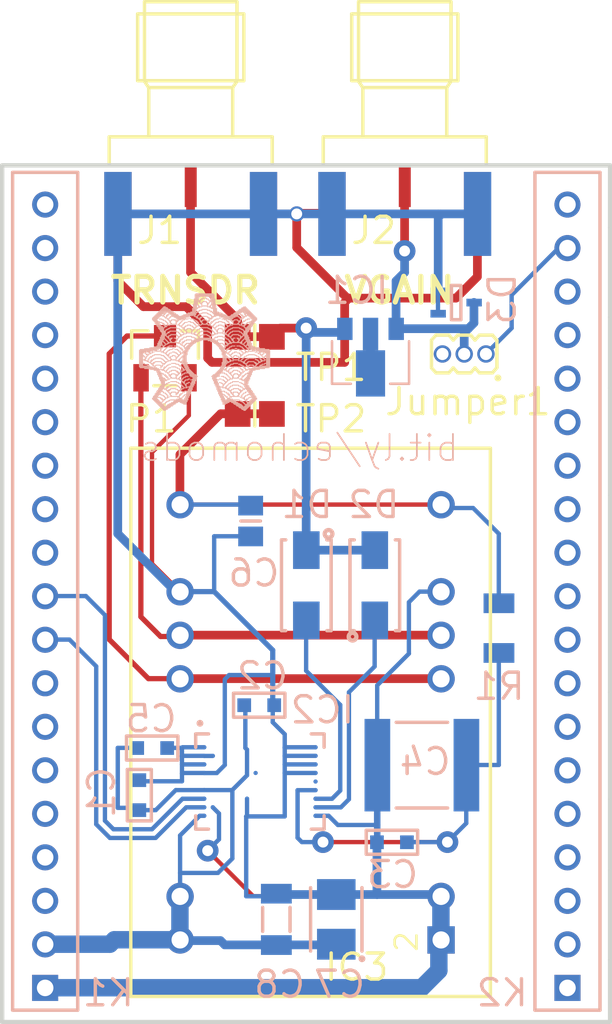
<source format=kicad_pcb>
(kicad_pcb (version 4) (host pcbnew no-vcs-found-product)
  (layers (0 F.Cu signal) (31 B.Cu signal) (34 B.Paste user) (35 F.Paste user) (36 B.SilkS user) (37 F.SilkS user) (38 B.Mask user) (39 F.Mask user) (44 Edge.Cuts user))
  (net 0 "")
  (net 1 AGND)
  (net 2 VDD_5V)
  (net 3 "Net-(C3-Pad1)")
  (net 4 "Net-(D1-Pad2)")
  (net 5 "Net-(IC1-Pad2)")
  (net 6 "Net-(D3-Pad3)")
  (net 7 "Net-(K1-Pad19)")
  (net 8 "Net-(K1-Pad18)")
  (net 9 "Net-(K1-Pad17)")
  (net 10 "Net-(K1-Pad16)")
  (net 11 "Net-(K1-Pad15)")
  (net 12 "Net-(K1-Pad14)")
  (net 13 "Net-(K1-Pad13)")
  (net 14 "Net-(K1-Pad12)")
  (net 15 "Net-(K1-Pad11)")
  (net 16 /PULSE_B)
  (net 17 /PULSE_A)
  (net 18 "Net-(K1-Pad8)")
  (net 19 "Net-(K1-Pad7)")
  (net 20 "Net-(K1-Pad6)")
  (net 21 "Net-(K1-Pad5)")
  (net 22 "Net-(K1-Pad4)")
  (net 23 "Net-(K1-Pad3)")
  (net 24 "Net-(K2-Pad19)")
  (net 25 /VGA_in)
  (net 26 "Net-(K2-Pad17)")
  (net 27 "Net-(K2-Pad16)")
  (net 28 "Net-(K2-Pad15)")
  (net 29 "Net-(K2-Pad14)")
  (net 30 "Net-(K2-Pad13)")
  (net 31 "Net-(K2-Pad12)")
  (net 32 "Net-(K2-Pad11)")
  (net 33 "Net-(K2-Pad10)")
  (net 34 "Net-(K2-Pad9)")
  (net 35 "Net-(K2-Pad8)")
  (net 36 "Net-(K2-Pad7)")
  (net 37 "Net-(K2-Pad6)")
  (net 38 "Net-(K2-Pad5)")
  (net 39 "Net-(K2-Pad4)")
  (net 40 "Net-(K2-Pad3)")
  (net 41 "Net-(K2-Pad1)")
  (net 42 "Net-(K2-Pad2)")
  (net 43 HVOUT)
  (net 44 "Net-(D1-Pad1)")
  (net 45 "Net-(IC3-Pad16)")
  (net 46 "Net-(IC3-Pad17)")
  (net 47 "Net-(Jumper1-Pad3)")
  (net 48 "Net-(D2-Pad1)")
  (module footprint:SM0603_3D_cap (layer B.Cu) (at 127.31 97.96 90)
    (fp_text reference C1 (at 0.16 -2.21 90) (layer B.SilkS) (effects (font (thickness 0.2)) (justify mirror)))
    (fp_text value Capacitor hide)
    (pad 2 smd rect (at 0.87504 0.00008 90) (size 0.800001 0.800001) (layers B.Cu B.Paste B.Mask) (net 1 AGND))
    (pad 1 smd rect (at -0.87496 0.00008 90) (size 0.800001 0.800001) (layers B.Cu B.Paste B.Mask) (net 2 VDD_5V))
  )
  (module footprint:SM0603_3D_cap (layer B.Cu) (at 134.31 92.71)
    (fp_text reference C2 (at 0.19 -1.71) (layer B.SilkS) (effects (font (thickness 0.2)) (justify mirror)))
    (fp_text value Capacitor hide)
    (pad 2 smd rect (at 0.87504 0.00008) (size 0.800001 0.800001) (layers B.Cu B.Paste B.Mask) (net 1 AGND))
    (pad 1 smd rect (at -0.87496 0.00008) (size 0.800001 0.800001) (layers B.Cu B.Paste B.Mask) (net 2 VDD_5V))
  )
  (module footprint:SM0603_3D_cap (layer B.Cu) (at 142.06 100.71 180)
    (fp_text reference C3 (at -0.04 -1.89 180) (layer B.SilkS) (effects (font (thickness 0.2)) (justify mirror)))
    (fp_text value Capacitor hide)
    (pad 2 smd rect (at 0.87504 0.00008 180) (size 0.800001 0.800001) (layers B.Cu B.Paste B.Mask) (net 1 AGND))
    (pad 1 smd rect (at -0.87496 0.00008 180) (size 0.800001 0.800001) (layers B.Cu B.Paste B.Mask) (net 3 "Net-(C3-Pad1)"))
  )
  (module footprint:SM0603_3D_cap (layer B.Cu) (at 128.06 95.21)
    (fp_text reference C5 (at -0.06 -1.71) (layer B.SilkS) (effects (font (thickness 0.2)) (justify mirror)))
    (fp_text value Capacitor hide)
    (pad 2 smd rect (at 0.87504 0.00008) (size 0.800001 0.800001) (layers B.Cu B.Paste B.Mask) (net 1 AGND))
    (pad 1 smd rect (at -0.87496 0.00008) (size 0.800001 0.800001) (layers B.Cu B.Paste B.Mask) (net 2 VDD_5V))
  )
  (module footprint:SOT89 (layer B.Cu) (at 140.81 72.71 90)
    (fp_text reference IC1 (at 4.21 -0.81 180) (layer B.SilkS) (effects (font (thickness 0.2)) (justify mirror)))
    (fp_text value MD0100N8-G hide)
    (pad 1 smd rect (at 1.965 -1.5) (size 0.9 1.3) (layers B.Cu B.Paste B.Mask) (net 44 "Net-(D1-Pad1)"))
    (pad 2 smd rect (at 1.665 0) (size 0.9 1.9) (layers B.Cu B.Paste B.Mask) (net 5 "Net-(IC1-Pad2)"))
    (pad 3 smd rect (at 1.965 1.5) (size 0.9 1.3) (layers B.Cu B.Paste B.Mask) (net 6 "Net-(D3-Pad3)"))
    (pad 2 smd rect (at -0.635 0) (size 1.7 2.7) (layers B.Cu B.Paste B.Mask) (net 5 "Net-(IC1-Pad2)"))
  )
  (module footprint:AMPHENOL_132357-11 (layer F.Cu) (at 130.31 62.46)
    (fp_text reference J1 (at -1.81 2.54) (layer F.SilkS) (effects (font (thickness 0.2))))
    (fp_text value SMA hide)
    (pad 2 smd rect (at 4.25 1.575 270) (size 4.9 1.599999) (layers F.Cu F.Paste F.Mask) (net 1 AGND))
    (pad 1 smd rect (at 0 0 270) (size 2.35 0.700001) (layers F.Cu F.Paste F.Mask) (net 44 "Net-(D1-Pad1)"))
    (pad 2 smd rect (at -4.25 1.575 270) (size 4.9 1.599999) (layers F.Cu F.Paste F.Mask) (net 1 AGND))
    (pad 2 smd rect (at 4.25 1.575 270) (size 4.9 1.599999) (layers B.Cu B.Paste B.Mask) (net 1 AGND))
    (pad 2 smd rect (at -4.25 1.575 270) (size 4.9 1.599999) (layers B.Cu B.Paste B.Mask) (net 1 AGND))
  )
  (module footprint:AMPHENOL_132357-11 (layer F.Cu) (at 142.81 62.46)
    (fp_text reference J2 (at -1.81 2.54) (layer F.SilkS) (effects (font (thickness 0.2))))
    (fp_text value SMA hide)
    (pad 2 smd rect (at 4.25 1.575 270) (size 4.9 1.599999) (layers F.Cu F.Paste F.Mask) (net 1 AGND))
    (pad 1 smd rect (at 0 0 270) (size 2.35 0.700001) (layers F.Cu F.Paste F.Mask) (net 6 "Net-(D3-Pad3)"))
    (pad 2 smd rect (at -4.25 1.575 270) (size 4.9 1.599999) (layers F.Cu F.Paste F.Mask) (net 1 AGND))
    (pad 2 smd rect (at 4.25 1.575 270) (size 4.9 1.599999) (layers B.Cu B.Paste B.Mask) (net 1 AGND))
    (pad 2 smd rect (at -4.25 1.575 270) (size 4.9 1.599999) (layers B.Cu B.Paste B.Mask) (net 1 AGND))
  )
  (module footprint:PLS_2.54mm-19 (layer B.Cu) (at 121.81 109.21)
    (fp_text reference K1 (at 3.69 0.29) (layer B.SilkS) (effects (font (thickness 0.2)) (justify mirror)))
    (fp_text value Header19 hide)
    (pad 19 thru_hole circle (at 0 -45.72 180) (size 1.524 1.524) (drill 0.9652) (layers *.Cu *.Paste *.Mask) (net 7 "Net-(K1-Pad19)"))
    (pad 18 thru_hole circle (at 0 -43.18 180) (size 1.524 1.524) (drill 0.9652) (layers *.Cu *.Paste *.Mask) (net 8 "Net-(K1-Pad18)"))
    (pad 17 thru_hole circle (at 0 -40.64 180) (size 1.524 1.524) (drill 0.9652) (layers *.Cu *.Paste *.Mask) (net 9 "Net-(K1-Pad17)"))
    (pad 16 thru_hole circle (at 0 -38.1 180) (size 1.524 1.524) (drill 0.9652) (layers *.Cu *.Paste *.Mask) (net 10 "Net-(K1-Pad16)"))
    (pad 15 thru_hole circle (at 0 -35.56 180) (size 1.524 1.524) (drill 0.9652) (layers *.Cu *.Paste *.Mask) (net 11 "Net-(K1-Pad15)"))
    (pad 14 thru_hole circle (at 0 -33.02 180) (size 1.524 1.524) (drill 0.9652) (layers *.Cu *.Paste *.Mask) (net 12 "Net-(K1-Pad14)"))
    (pad 13 thru_hole circle (at 0 -30.48 180) (size 1.524 1.524) (drill 0.9652) (layers *.Cu *.Paste *.Mask) (net 13 "Net-(K1-Pad13)"))
    (pad 12 thru_hole circle (at 0 -27.94 180) (size 1.524 1.524) (drill 0.9652) (layers *.Cu *.Paste *.Mask) (net 14 "Net-(K1-Pad12)"))
    (pad 11 thru_hole circle (at 0 -25.4 180) (size 1.524 1.524) (drill 0.9652) (layers *.Cu *.Paste *.Mask) (net 15 "Net-(K1-Pad11)"))
    (pad 10 thru_hole circle (at 0 -22.86 180) (size 1.524 1.524) (drill 0.9652) (layers *.Cu *.Paste *.Mask) (net 16 /PULSE_B))
    (pad 9 thru_hole circle (at 0 -20.32 180) (size 1.524 1.524) (drill 0.9652) (layers *.Cu *.Paste *.Mask) (net 17 /PULSE_A))
    (pad 8 thru_hole circle (at 0 -17.78 180) (size 1.524 1.524) (drill 0.9652) (layers *.Cu *.Paste *.Mask) (net 18 "Net-(K1-Pad8)"))
    (pad 7 thru_hole circle (at 0 -15.24 180) (size 1.524 1.524) (drill 0.9652) (layers *.Cu *.Paste *.Mask) (net 19 "Net-(K1-Pad7)"))
    (pad 6 thru_hole circle (at 0 -12.7 180) (size 1.524 1.524) (drill 0.9652) (layers *.Cu *.Paste *.Mask) (net 20 "Net-(K1-Pad6)"))
    (pad 5 thru_hole circle (at 0 -10.16 180) (size 1.524 1.524) (drill 0.9652) (layers *.Cu *.Paste *.Mask) (net 21 "Net-(K1-Pad5)"))
    (pad 4 thru_hole circle (at 0 -7.62 180) (size 1.524 1.524) (drill 0.9652) (layers *.Cu *.Paste *.Mask) (net 22 "Net-(K1-Pad4)"))
    (pad 3 thru_hole circle (at 0 -5.08 180) (size 1.524 1.524) (drill 0.9652) (layers *.Cu *.Paste *.Mask) (net 23 "Net-(K1-Pad3)"))
    (pad 1 thru_hole rect (at 0 0 180) (size 1.524 1.524) (drill 0.9652) (layers *.Cu *.Paste *.Mask) (net 1 AGND))
    (pad 2 thru_hole circle (at 0 -2.54 180) (size 1.524 1.524) (drill 0.9652) (layers *.Cu *.Paste *.Mask) (net 2 VDD_5V))
  )
  (module footprint:PLS_2.54mm-19 (layer B.Cu) (at 152.31 109.21)
    (fp_text reference K2 (at -3.81 0.29) (layer B.SilkS) (effects (font (thickness 0.2)) (justify mirror)))
    (fp_text value Header19 hide)
    (pad 19 thru_hole circle (at 0 -45.72 180) (size 1.524 1.524) (drill 0.9652) (layers *.Cu *.Paste *.Mask) (net 24 "Net-(K2-Pad19)"))
    (pad 18 thru_hole circle (at 0 -43.18 180) (size 1.524 1.524) (drill 0.9652) (layers *.Cu *.Paste *.Mask) (net 25 /VGA_in))
    (pad 17 thru_hole circle (at 0 -40.64 180) (size 1.524 1.524) (drill 0.9652) (layers *.Cu *.Paste *.Mask) (net 26 "Net-(K2-Pad17)"))
    (pad 16 thru_hole circle (at 0 -38.1 180) (size 1.524 1.524) (drill 0.9652) (layers *.Cu *.Paste *.Mask) (net 27 "Net-(K2-Pad16)"))
    (pad 15 thru_hole circle (at 0 -35.56 180) (size 1.524 1.524) (drill 0.9652) (layers *.Cu *.Paste *.Mask) (net 28 "Net-(K2-Pad15)"))
    (pad 14 thru_hole circle (at 0 -33.02 180) (size 1.524 1.524) (drill 0.9652) (layers *.Cu *.Paste *.Mask) (net 29 "Net-(K2-Pad14)"))
    (pad 13 thru_hole circle (at 0 -30.48 180) (size 1.524 1.524) (drill 0.9652) (layers *.Cu *.Paste *.Mask) (net 30 "Net-(K2-Pad13)"))
    (pad 12 thru_hole circle (at 0 -27.94 180) (size 1.524 1.524) (drill 0.9652) (layers *.Cu *.Paste *.Mask) (net 31 "Net-(K2-Pad12)"))
    (pad 11 thru_hole circle (at 0 -25.4 180) (size 1.524 1.524) (drill 0.9652) (layers *.Cu *.Paste *.Mask) (net 32 "Net-(K2-Pad11)"))
    (pad 10 thru_hole circle (at 0 -22.86 180) (size 1.524 1.524) (drill 0.9652) (layers *.Cu *.Paste *.Mask) (net 33 "Net-(K2-Pad10)"))
    (pad 9 thru_hole circle (at 0 -20.32 180) (size 1.524 1.524) (drill 0.9652) (layers *.Cu *.Paste *.Mask) (net 34 "Net-(K2-Pad9)"))
    (pad 8 thru_hole circle (at 0 -17.78 180) (size 1.524 1.524) (drill 0.9652) (layers *.Cu *.Paste *.Mask) (net 35 "Net-(K2-Pad8)"))
    (pad 7 thru_hole circle (at 0 -15.24 180) (size 1.524 1.524) (drill 0.9652) (layers *.Cu *.Paste *.Mask) (net 36 "Net-(K2-Pad7)"))
    (pad 6 thru_hole circle (at 0 -12.7 180) (size 1.524 1.524) (drill 0.9652) (layers *.Cu *.Paste *.Mask) (net 37 "Net-(K2-Pad6)"))
    (pad 5 thru_hole circle (at 0 -10.16 180) (size 1.524 1.524) (drill 0.9652) (layers *.Cu *.Paste *.Mask) (net 38 "Net-(K2-Pad5)"))
    (pad 4 thru_hole circle (at 0 -7.62 180) (size 1.524 1.524) (drill 0.9652) (layers *.Cu *.Paste *.Mask) (net 39 "Net-(K2-Pad4)"))
    (pad 3 thru_hole circle (at 0 -5.08 180) (size 1.524 1.524) (drill 0.9652) (layers *.Cu *.Paste *.Mask) (net 40 "Net-(K2-Pad3)"))
    (pad 1 thru_hole rect (at 0 0 180) (size 1.524 1.524) (drill 0.9652) (layers *.Cu *.Paste *.Mask) (net 41 "Net-(K2-Pad1)"))
    (pad 2 thru_hole circle (at 0 -2.54 180) (size 1.524 1.524) (drill 0.9652) (layers *.Cu *.Paste *.Mask) (net 42 "Net-(K2-Pad2)"))
  )
  (module footprint:NICOMATIC_C12000B (layer F.Cu) (at 134.05 71.21 90)
    (fp_text reference TP1 (at -1.79 4.45 180) (layer F.SilkS) (effects (font (thickness 0.2))))
    (fp_text value TP hide)
    (pad 1 smd rect (at 0 -1 180) (size 1.5 1.5) (layers F.Cu F.Paste F.Mask) (net 44 "Net-(D1-Pad1)"))
    (pad 1 smd rect (at 0 1 90) (size 1.5 1.5) (layers F.Cu F.Paste F.Mask) (net 44 "Net-(D1-Pad1)"))
  )
  (module footprint:CAPC5650X165N (layer B.Cu) (at 143.81 96.21 180)
    (fp_text reference C4 (at -0.19 0.21 180) (layer B.SilkS) (effects (font (thickness 0.2)) (justify mirror)))
    (fp_text value Capacitor hide)
    (pad 1 smd rect (at -2.6 0 90) (size 5.4 1.5) (layers B.Cu B.Paste B.Mask) (net 3 "Net-(C3-Pad1)"))
    (pad 2 smd rect (at 2.6 0 90) (size 5.4 1.5) (layers B.Cu B.Paste B.Mask) (net 1 AGND))
  )
  (module footprint:CAPC2012X110N (layer B.Cu) (at 133.81 81.96)
    (fp_text reference C6 (at 0.19 3.04) (layer B.SilkS) (effects (font (thickness 0.2)) (justify mirror)))
    (fp_text value Capacitor hide)
    (pad 1 smd rect (at 0 -0.9 270) (size 1.15 1.45) (layers B.Cu B.Paste B.Mask) (net 43 HVOUT))
    (pad 2 smd rect (at 0 0.9 270) (size 1.15 1.45) (layers B.Cu B.Paste B.Mask) (net 1 AGND))
  )
  (module footprint:CAPMP3528X210N (layer B.Cu) (at 138.81 105.21)
    (fp_text reference C7 (at 0.19 3.79) (layer B.SilkS) (effects (font (thickness 0.2)) (justify mirror)))
    (fp_text value Capacitor_polar hide)
    (pad 1 smd rect (at 0 1.45 270) (size 1.8 2.25) (layers B.Cu B.Paste B.Mask) (net 2 VDD_5V))
    (pad 2 smd rect (at 0 -1.45 270) (size 1.8 2.25) (layers B.Cu B.Paste B.Mask) (net 1 AGND))
  )
  (module footprint:CAPC3216X180N (layer B.Cu) (at 135.31 105.21)
    (fp_text reference C8 (at 0.19 3.79) (layer B.SilkS) (effects (font (thickness 0.2)) (justify mirror)))
    (fp_text value Capacitor hide)
    (pad 2 smd rect (at 0 -1.5 270) (size 1.15 1.8) (layers B.Cu B.Paste B.Mask) (net 1 AGND))
    (pad 1 smd rect (at 0 1.5 270) (size 1.15 1.8) (layers B.Cu B.Paste B.Mask) (net 2 VDD_5V))
  )
  (module DIOM5027X244N (layer B.Cu) (at 137.06 85.71 180)
    (fp_text reference D1 (at -0.04 4.71 180) (layer B.SilkS) (effects (font (thickness 0.2)) (justify mirror)))
    (fp_text value Diode hide)
    (pad 1 smd rect (at 0 2.05 180) (size 1.55 2.2) (layers B.Cu B.Paste B.Mask) (net 44 "Net-(D1-Pad1)"))
    (pad 2 smd rect (at 0 -2.05 180) (size 1.55 2.2) (layers B.Cu B.Paste B.Mask) (net 4 "Net-(D1-Pad2)"))
  )
  (module DIOM5027X244N (layer B.Cu) (at 141.06 85.71)
    (fp_text reference D2 (at -0.06 -4.71) (layer B.SilkS) (effects (font (thickness 0.2)) (justify mirror)))
    (fp_text value Diode hide)
    (pad 1 smd rect (at 0 2.05) (size 1.55 2.2) (layers B.Cu B.Paste B.Mask) (net 48 "Net-(D2-Pad1)"))
    (pad 2 smd rect (at 0 -2.05) (size 1.55 2.2) (layers B.Cu B.Paste B.Mask) (net 44 "Net-(D1-Pad1)"))
  )
  (module SOT65P210X100-3N (layer B.Cu) (at 145.81 69.21 180)
    (fp_text reference D3 (at -2.69 0.21 270) (layer B.SilkS) (effects (font (thickness 0.2)) (justify mirror)))
    (fp_text value BAT64-04W hide)
    (pad 1 smd rect (at 1.05 -0.65 180) (size 0.9 0.45) (layers B.Cu B.Paste B.Mask) (net 1 AGND))
    (pad 2 smd rect (at 1.05 0.65 180) (size 0.9 0.45) (layers B.Cu B.Paste B.Mask) (net 1 AGND))
    (pad 3 smd rect (at -1.05 0 180) (size 0.9 0.45) (layers B.Cu B.Paste B.Mask) (net 6 "Net-(D3-Pad3)"))
  )
  (module BGA22C50P9X14_500X700X105 (layer B.Cu) (at 134.35 97.165)
    (fp_text reference IC2 (at 3.65 -4.18) (layer B.SilkS) (effects (font (thickness 0.2)) (justify mirror)))
    (fp_text value HV7360LA-G hide)
    (pad A9 smd circle (at -3.25 2) (size 0.25 0.25) (layers B.Cu B.Paste B.Mask) (net 2 VDD_5V))
    (pad A8 smd circle (at -3.25 1.5) (size 0.25 0.25) (layers B.Cu B.Paste B.Mask) (net 17 /PULSE_A))
    (pad A7 smd circle (at -3.25 1) (size 0.25 0.25) (layers B.Cu B.Paste B.Mask) (net 16 /PULSE_B))
    (pad A6 smd circle (at -3.25 0.5) (size 0.25 0.25) (layers B.Cu B.Paste B.Mask) (net 2 VDD_5V))
    (pad B8 smd circle (at -2.75 1.5) (size 0.25 0.25) (layers B.Cu B.Paste B.Mask) (net 1 AGND))
    (pad A4 smd circle (at -3.25 -0.5) (size 0.25 0.25) (layers B.Cu B.Paste B.Mask) (net 1 AGND))
    (pad A3 smd circle (at -3.25 -1) (size 0.25 0.25) (layers B.Cu B.Paste B.Mask) (net 1 AGND))
    (pad A2 smd circle (at -3.25 -1.5) (size 0.25 0.25) (layers B.Cu B.Paste B.Mask) (net 1 AGND))
    (pad B2 smd circle (at -2.75 -1.5) (size 0.25 0.25) (layers B.Cu B.Paste B.Mask) (net 1 AGND))
    (pad A1 smd circle (at -3.25 -2) (size 0.25 0.25) (layers B.Cu B.Paste B.Mask) (net 1 AGND))
    (pad F7 smd circle (at -0.75 1) (size 0.25 0.25) (layers B.Cu B.Paste B.Mask) (net 1 AGND))
    (pad F4 smd circle (at -0.75 -0.5) (size 0.25 0.25) (layers B.Cu B.Paste B.Mask) (net 2 VDD_5V))
    (pad G4 smd circle (at -0.25 -0.5) (size 0.25 0.25) (layers B.Cu B.Paste B.Mask))
    (pad P9 smd circle (at 3.25 2) (size 0.25 0.25) (layers B.Cu B.Paste B.Mask) (net 1 AGND))
    (pad P8 smd circle (at 3.25 1.5) (size 0.25 0.25) (layers B.Cu B.Paste B.Mask) (net 48 "Net-(D2-Pad1)"))
    (pad P7 smd circle (at 3.25 1) (size 0.25 0.25) (layers B.Cu B.Paste B.Mask) (net 4 "Net-(D1-Pad2)"))
    (pad P6 smd circle (at 3.25 0.5) (size 0.25 0.25) (layers B.Cu B.Paste B.Mask) (net 3 "Net-(C3-Pad1)"))
    (pad P5 smd circle (at 3.25 0) (size 0.25 0.25) (layers B.Cu B.Paste B.Mask))
    (pad P4 smd circle (at 3.25 -0.5) (size 0.25 0.25) (layers B.Cu B.Paste B.Mask) (net 1 AGND))
    (pad P3 smd circle (at 3.25 -1) (size 0.25 0.25) (layers B.Cu B.Paste B.Mask) (net 1 AGND))
    (pad P2 smd circle (at 3.25 -1.5) (size 0.25 0.25) (layers B.Cu B.Paste B.Mask) (net 1 AGND))
    (pad P1 smd circle (at 3.25 -2) (size 0.25 0.25) (layers B.Cu B.Paste B.Mask) (net 1 AGND))
  )
  (module PWS_RECOM_R05-100B (layer F.Cu) (at 137.31 93.71)
    (fp_text reference IC3 (at 2.69 14.29) (layer F.SilkS) (effects (font (thickness 0.2))))
    (fp_text value R05-100B hide)
    (fp_text user 2 (at 5.6 12.8 90) (layer F.SilkS) (effects (font (size 1.27 1.27))))
    (pad 13 thru_hole circle (at -7.62 -12.7) (size 1.6 1.6) (drill 1) (layers *.Cu *.Mask) (net 43 HVOUT))
    (pad 15 thru_hole circle (at -7.62 -7.62) (size 1.6 1.6) (drill 1) (layers *.Cu *.Mask) (net 1 AGND))
    (pad 16 thru_hole circle (at -7.62 -5.08) (size 1.6 1.6) (drill 1) (layers *.Cu *.Mask) (net 45 "Net-(IC3-Pad16)"))
    (pad 17 thru_hole circle (at -7.62 -2.54) (size 1.6 1.6) (drill 1) (layers *.Cu *.Mask) (net 46 "Net-(IC3-Pad17)"))
    (pad 22 thru_hole circle (at -7.62 10.16) (size 1.6 1.6) (drill 1) (layers *.Cu *.Mask) (net 2 VDD_5V))
    (pad 23 thru_hole circle (at -7.62 12.7) (size 1.6 1.6) (drill 1) (layers *.Cu *.Mask) (net 2 VDD_5V))
    (pad 12 thru_hole circle (at 7.62 -12.7) (size 1.6 1.6) (drill 1) (layers *.Cu *.Mask) (net 43 HVOUT))
    (pad 10 thru_hole circle (at 7.62 -7.62) (size 1.6 1.6) (drill 1) (layers *.Cu *.Mask) (net 1 AGND))
    (pad 9 thru_hole circle (at 7.62 -5.08) (size 1.6 1.6) (drill 1) (layers *.Cu *.Mask) (net 45 "Net-(IC3-Pad16)"))
    (pad 8 thru_hole circle (at 7.62 -2.54) (size 1.6 1.6) (drill 1) (layers *.Cu *.Mask) (net 46 "Net-(IC3-Pad17)"))
    (pad 3 thru_hole circle (at 7.62 10.16) (size 1.6 1.6) (drill 1) (layers *.Cu *.Mask) (net 1 AGND))
    (pad 2 thru_hole rect (at 7.62 12.7) (size 1.6 1.6) (drill 1) (layers *.Cu *.Mask) (net 1 AGND))
  )
  (module footprint:SULLINS_GRPB031VWVN (layer F.Cu) (at 147.55 72.21 180)
    (fp_text reference Jumper1 (at 1.05 -2.79 180) (layer F.SilkS) (effects (font (thickness 0.2))))
    (fp_text value Jumper hide)
    (pad 2 thru_hole circle (at 1.27 0 180) (size 1.016 1.016) (drill 0.7112) (layers *.Cu *.Paste *.Mask) (net 6 "Net-(D3-Pad3)"))
    (pad 1 thru_hole circle (at 0 0 180) (size 1.016 1.016) (drill 0.7112) (layers *.Cu *.Paste *.Mask) (net 25 /VGA_in))
    (pad 3 thru_hole circle (at 2.54 0 180) (size 1.016 1.016) (drill 0.7112) (layers *.Cu *.Paste *.Mask) (net 47 "Net-(Jumper1-Pad3)"))
  )
  (module footprint:TRIM_BOURNS_3223W (layer F.Cu) (at 128.81 72.46 90)
    (fp_text reference P1 (at -3.54 -0.81 180) (layer F.SilkS) (effects (font (thickness 0.2))))
    (fp_text value TrimPot hide)
    (pad 1 smd rect (at -1.14 -1.4) (size 0.900001 1.599999) (layers F.Cu F.Paste F.Mask) (net 45 "Net-(IC3-Pad16)"))
    (pad 3 smd rect (at -1.14 1.4) (size 0.900001 1.599999) (layers F.Cu F.Paste F.Mask) (net 1 AGND))
    (pad 2 smd rect (at 1.29 0 90) (size 1.3 1.3) (layers F.Cu F.Paste F.Mask) (net 46 "Net-(IC3-Pad17)"))
  )
  (module footprint:RESC3216X65N (layer B.Cu) (at 148.31 88.21)
    (fp_text reference R1 (at 0 3.4) (layer B.SilkS) (effects (font (thickness 0.2)) (justify mirror)))
    (fp_text value Resistor hide)
    (pad 1 smd rect (at 0 -1.45 270) (size 1.15 1.8) (layers B.Cu B.Paste B.Mask) (net 43 HVOUT))
    (pad 2 smd rect (at 0 1.45 270) (size 1.15 1.8) (layers B.Cu B.Paste B.Mask) (net 3 "Net-(C3-Pad1)"))
  )
  (module footprint:NICOMATIC_C12000B (layer F.Cu) (at 134.05 75.71 90)
    (fp_text reference TP2 (at -0.29 4.45 180) (layer F.SilkS) (effects (font (thickness 0.2))))
    (fp_text value TP hide)
    (pad 1 smd rect (at 0 -1 180) (size 1.5 1.5) (layers F.Cu F.Paste F.Mask) (net 43 HVOUT))
    (pad 1 smd rect (at 0 1 180) (size 1.5 1.5) (layers F.Cu F.Paste F.Mask) (net 43 HVOUT))
  )
  (gr_text VGAIN (at 142.5 68.5) (layer F.SilkS) (effects (font (size 1.5 1.5) (thickness 0.3))))
  (gr_text TRNSDR (at 130 68.5) (layer F.SilkS) (effects (font (size 1.5 1.5) (thickness 0.3))))
  (gr_line (start 154.8 70.075) (end 154.8 64.825) (layer Edge.Cuts) (width 0.254))
  (gr_line (start 154.8 107.575) (end 154.8 102.325) (layer Edge.Cuts) (width 0.254))
  (gr_line (start 119.3 111.2) (end 119.3 61.2) (layer Edge.Cuts) (width 0.254))
  (gr_line (start 119.3 61.2) (end 154.8 61.2) (layer Edge.Cuts) (width 0.254))
  (gr_line (start 119.3 111.2) (end 154.8 111.2) (layer Edge.Cuts) (width 0.254))
  (gr_line (start 154.8 91.95) (end 154.8 80.45) (layer Edge.Cuts) (width 0.254))
  (gr_line (start 154.8 98.2) (end 154.8 91.95) (layer Edge.Cuts) (width 0.254))
  (gr_line (start 154.8 80.45) (end 154.8 74.2) (layer Edge.Cuts) (width 0.254))
  (gr_line (start 154.8 74.2) (end 154.8 70.075) (layer Edge.Cuts) (width 0.254))
  (gr_line (start 154.8 64.825) (end 154.8 61.2) (layer Edge.Cuts) (width 0.254))
  (gr_line (start 154.8 111.2) (end 154.8 107.575) (layer Edge.Cuts) (width 0.254))
  (gr_line (start 154.8 102.325) (end 154.8 98.2) (layer Edge.Cuts) (width 0.254))
  (gr_line (start 128.1236 74.8924) (end 128.4284 74.8924) (layer B.SilkS) (width 0.0508))
  (gr_line (start 132.086 74.8924) (end 133.1528 74.8924) (layer B.SilkS) (width 0.0508))
  (gr_line (start 128.276 72.8604) (end 128.3776 72.8604) (layer B.SilkS) (width 0.0508))
  (gr_line (start 132.1368 72.8604) (end 132.34 72.8604) (layer B.SilkS) (width 0.0508))
  (gr_line (start 134.372 72.8604) (end 134.4736 72.8604) (layer B.SilkS) (width 0.0508))
  (gr_line (start 130.308 70.7776) (end 130.3588 70.7776) (layer B.SilkS) (width 0.0508))
  (gr_line (start 132.2892 70.7776) (end 132.34 70.7776) (layer B.SilkS) (width 0.0508))
  (gr_line (start 130.1048 70.7268) (end 130.308 70.7268) (layer B.SilkS) (width 0.0508))
  (gr_line (start 132.34 70.7268) (end 132.3908 70.7268) (layer B.SilkS) (width 0.0508))
  (gr_line (start 132.2892 70.676) (end 132.34 70.676) (layer B.SilkS) (width 0.0508))
  (gr_line (start 130.308 70.5744) (end 130.4096 70.5744) (layer B.SilkS) (width 0.0508))
  (gr_line (start 130.1048 70.5236) (end 130.308 70.5236) (layer B.SilkS) (width 0.0508))
  (gr_line (start 128.276 70.4728) (end 128.53 70.4728) (layer B.SilkS) (width 0.0508))
  (gr_line (start 132.34 70.4728) (end 132.3908 70.4728) (layer B.SilkS) (width 0.0508))
  (gr_line (start 128.2252 70.422) (end 128.4792 70.422) (layer B.SilkS) (width 0.0508))
  (gr_line (start 132.2892 70.422) (end 132.34 70.422) (layer B.SilkS) (width 0.0508))
  (gr_line (start 128.2252 70.3712) (end 128.4284 70.3712) (layer B.SilkS) (width 0.0508))
  (gr_line (start 130.308 70.3712) (end 130.4604 70.3712) (layer B.SilkS) (width 0.0508))
  (gr_line (start 128.1744 70.3204) (end 128.4792 70.3204) (layer B.SilkS) (width 0.0508))
  (gr_line (start 130.1556 70.3204) (end 130.308 70.3204) (layer B.SilkS) (width 0.0508))
  (gr_line (start 128.1236 70.2696) (end 128.3776 70.2696) (layer B.SilkS) (width 0.0508))
  (gr_line (start 128.0728 70.2188) (end 128.3268 70.2188) (layer B.SilkS) (width 0.0508))
  (gr_line (start 132.2892 70.2188) (end 132.3908 70.2188) (layer B.SilkS) (width 0.0508))
  (gr_line (start 128.0728 70.168) (end 128.3776 70.168) (layer B.SilkS) (width 0.0508))
  (gr_line (start 130.308 70.168) (end 130.4604 70.168) (layer B.SilkS) (width 0.0508))
  (gr_line (start 132.34 70.168) (end 132.7464 70.168) (layer B.SilkS) (width 0.0508))
  (gr_line (start 128.0728 70.1172) (end 128.4284 70.1172) (layer B.SilkS) (width 0.0508))
  (gr_line (start 132.2384 70.1172) (end 132.7972 70.1172) (layer B.SilkS) (width 0.0508))
  (gr_line (start 128.1236 70.0664) (end 128.4792 70.0664) (layer B.SilkS) (width 0.0508))
  (gr_line (start 132.086 70.0664) (end 132.8988 70.0664) (layer B.SilkS) (width 0.0508))
  (gr_line (start 128.1744 70.0156) (end 128.53 70.0156) (layer B.SilkS) (width 0.0508))
  (gr_line (start 131.9844 70.0156) (end 133.102 70.0156) (layer B.SilkS) (width 0.0508))
  (gr_line (start 128.2252 69.9648) (end 128.6316 69.9648) (layer B.SilkS) (width 0.0508))
  (gr_line (start 129.8 69.9648) (end 130.4604 69.9648) (layer B.SilkS) (width 0.0508))
  (gr_line (start 131.7812 69.9648) (end 132.4416 69.9648) (layer B.SilkS) (width 0.0508))
  (gr_line (start 128.276 69.914) (end 128.6316 69.914) (layer B.SilkS) (width 0.0508))
  (gr_line (start 129.9016 69.914) (end 130.6128 69.914) (layer B.SilkS) (width 0.0508))
  (gr_line (start 131.6796 69.914) (end 132.34 69.914) (layer B.SilkS) (width 0.0508))
  (gr_line (start 130.054 69.8632) (end 130.6128 69.8632) (layer B.SilkS) (width 0.0508))
  (gr_line (start 130.1556 69.8124) (end 130.562 69.8124) (layer B.SilkS) (width 0.0508))
  (gr_line (start 130.308 69.7616) (end 130.6128 69.7616) (layer B.SilkS) (width 0.0508))
  (gr_line (start 132.1368 72.8096) (end 132.3908 72.8096) (layer B.SilkS) (width 0.0508))
  (gr_line (start 132.1368 72.7588) (end 132.34 72.7588) (layer B.SilkS) (width 0.0508))
  (gr_line (start 132.1368 72.708) (end 132.3908 72.708) (layer B.SilkS) (width 0.0508))
  (gr_line (start 128.2252 72.6572) (end 128.5808 72.6572) (layer B.SilkS) (width 0.0508))
  (gr_line (start 132.1876 72.6572) (end 132.3908 72.6572) (layer B.SilkS) (width 0.0508))
  (gr_line (start 132.1876 72.6064) (end 132.4416 72.6064) (layer B.SilkS) (width 0.0508))
  (gr_line (start 132.1876 72.5556) (end 132.3908 72.5556) (layer B.SilkS) (width 0.0508))
  (gr_line (start 132.1876 72.5048) (end 132.3908 72.5048) (layer B.SilkS) (width 0.0508))
  (gr_line (start 128.2252 72.454) (end 128.5808 72.454) (layer B.SilkS) (width 0.0508))
  (gr_line (start 132.1876 72.454) (end 132.3908 72.454) (layer B.SilkS) (width 0.0508))
  (gr_line (start 132.1876 72.4032) (end 132.3908 72.4032) (layer B.SilkS) (width 0.0508))
  (gr_line (start 132.1876 72.3524) (end 132.4416 72.3524) (layer B.SilkS) (width 0.0508))
  (gr_line (start 132.1876 72.3016) (end 132.3908 72.3016) (layer B.SilkS) (width 0.0508))
  (gr_line (start 128.1744 72.2508) (end 128.5808 72.2508) (layer B.SilkS) (width 0.0508))
  (gr_line (start 132.1368 72.2508) (end 132.34 72.2508) (layer B.SilkS) (width 0.0508))
  (gr_line (start 132.1368 72.2) (end 132.34 72.2) (layer B.SilkS) (width 0.0508))
  (gr_line (start 132.1368 72.1492) (end 132.34 72.1492) (layer B.SilkS) (width 0.0508))
  (gr_line (start 132.1368 72.0984) (end 132.3908 72.0984) (layer B.SilkS) (width 0.0508))
  (gr_line (start 128.2252 72.0476) (end 128.5808 72.0476) (layer B.SilkS) (width 0.0508))
  (gr_line (start 132.34 72.0476) (end 132.3908 72.0476) (layer B.SilkS) (width 0.0508))
  (gr_line (start 127.3108 71.9968) (end 128.3268 71.9968) (layer B.SilkS) (width 0.0508))
  (gr_line (start 127.3616 71.946) (end 128.4284 71.946) (layer B.SilkS) (width 0.0508))
  (gr_line (start 127.6156 71.8952) (end 128.4792 71.8952) (layer B.SilkS) (width 0.0508))
  (gr_line (start 127.9204 71.8444) (end 128.5808 71.8444) (layer B.SilkS) (width 0.0508))
  (gr_line (start 132.2384 71.8444) (end 132.34 71.8444) (layer B.SilkS) (width 0.0508))
  (gr_line (start 128.1744 71.7936) (end 128.53 71.7936) (layer B.SilkS) (width 0.0508))
  (gr_line (start 130.054 71.7936) (end 130.308 71.7936) (layer B.SilkS) (width 0.0508))
  (gr_line (start 132.2892 71.7936) (end 132.34 71.7936) (layer B.SilkS) (width 0.0508))
  (gr_line (start 130.1048 71.7428) (end 130.3588 71.7428) (layer B.SilkS) (width 0.0508))
  (gr_line (start 132.2892 71.7428) (end 132.4416 71.7428) (layer B.SilkS) (width 0.0508))
  (gr_line (start 130.1556 71.692) (end 130.4096 71.692) (layer B.SilkS) (width 0.0508))
  (gr_line (start 132.2384 71.692) (end 132.34 71.692) (layer B.SilkS) (width 0.0508))
  (gr_line (start 130.2064 71.6412) (end 130.4604 71.6412) (layer B.SilkS) (width 0.0508))
  (gr_line (start 130.054 71.5904) (end 130.562 71.5904) (layer B.SilkS) (width 0.0508))
  (gr_line (start 130.308 71.5396) (end 130.6128 71.5396) (layer B.SilkS) (width 0.0508))
  (gr_line (start 132.34 71.5396) (end 132.4416 71.5396) (layer B.SilkS) (width 0.0508))
  (gr_line (start 132.2892 71.4888) (end 132.3908 71.4888) (layer B.SilkS) (width 0.0508))
  (gr_line (start 130.054 71.3872) (end 130.3588 71.3872) (layer B.SilkS) (width 0.0508))
  (gr_line (start 132.34 71.2856) (end 132.3908 71.2856) (layer B.SilkS) (width 0.0508))
  (gr_line (start 132.1876 71.2348) (end 132.34 71.2348) (layer B.SilkS) (width 0.0508))
  (gr_line (start 130.054 71.184) (end 130.3588 71.184) (layer B.SilkS) (width 0.0508))
  (gr_line (start 132.34 71.0824) (end 132.4416 71.0824) (layer B.SilkS) (width 0.0508))
  (gr_line (start 132.1876 71.0316) (end 132.3908 71.0316) (layer B.SilkS) (width 0.0508))
  (gr_line (start 130.054 70.9808) (end 130.3588 70.9808) (layer B.SilkS) (width 0.0508))
  (gr_line (start 132.34 70.9808) (end 132.3908 70.9808) (layer B.SilkS) (width 0.0508))
  (gr_line (start 128.0728 74.8416) (end 128.3776 74.8416) (layer B.SilkS) (width 0.0508))
  (gr_line (start 128.0728 74.7908) (end 128.3268 74.7908) (layer B.SilkS) (width 0.0508))
  (gr_line (start 128.1236 74.74) (end 128.53 74.74) (layer B.SilkS) (width 0.0508))
  (gr_line (start 128.1236 74.6892) (end 128.3776 74.6892) (layer B.SilkS) (width 0.0508))
  (gr_line (start 132.34 74.6892) (end 132.4416 74.6892) (layer B.SilkS) (width 0.0508))
  (gr_line (start 128.1744 74.6384) (end 128.4284 74.6384) (layer B.SilkS) (width 0.0508))
  (gr_line (start 132.2892 74.6384) (end 132.34 74.6384) (layer B.SilkS) (width 0.0508))
  (gr_line (start 128.2252 74.5876) (end 128.4792 74.5876) (layer B.SilkS) (width 0.0508))
  (gr_line (start 128.2252 74.5368) (end 128.53 74.5368) (layer B.SilkS) (width 0.0508))
  (gr_line (start 130.054 74.5368) (end 130.308 74.5368) (layer B.SilkS) (width 0.0508))
  (gr_line (start 128.276 74.486) (end 128.53 74.486) (layer B.SilkS) (width 0.0508))
  (gr_line (start 130.1048 74.486) (end 130.308 74.486) (layer B.SilkS) (width 0.0508))
  (gr_line (start 130.1048 74.4352) (end 130.308 74.4352) (layer B.SilkS) (width 0.0508))
  (gr_line (start 132.2892 74.4352) (end 132.3908 74.4352) (layer B.SilkS) (width 0.0508))
  (gr_line (start 129.9524 74.3844) (end 130.3588 74.3844) (layer B.SilkS) (width 0.0508))
  (gr_line (start 130.1556 74.3336) (end 130.3588 74.3336) (layer B.SilkS) (width 0.0508))
  (gr_line (start 130.1556 74.2828) (end 130.4096 74.2828) (layer B.SilkS) (width 0.0508))
  (gr_line (start 130.2064 74.232) (end 130.4096 74.232) (layer B.SilkS) (width 0.0508))
  (gr_line (start 132.34 74.232) (end 132.4416 74.232) (layer B.SilkS) (width 0.0508))
  (gr_line (start 130.2064 74.1812) (end 130.4096 74.1812) (layer B.SilkS) (width 0.0508))
  (gr_line (start 132.1368 74.1812) (end 132.3908 74.1812) (layer B.SilkS) (width 0.0508))
  (gr_line (start 130.1556 74.1304) (end 130.4604 74.1304) (layer B.SilkS) (width 0.0508))
  (gr_line (start 132.34 74.1304) (end 132.3908 74.1304) (layer B.SilkS) (width 0.0508))
  (gr_line (start 130.2572 74.0796) (end 130.4604 74.0796) (layer B.SilkS) (width 0.0508))
  (gr_line (start 130.308 74.0288) (end 130.5112 74.0288) (layer B.SilkS) (width 0.0508))
  (gr_line (start 130.308 73.978) (end 130.5112 73.978) (layer B.SilkS) (width 0.0508))
  (gr_line (start 130.308 73.9272) (end 130.562 73.9272) (layer B.SilkS) (width 0.0508))
  (gr_line (start 132.2892 73.9272) (end 132.34 73.9272) (layer B.SilkS) (width 0.0508))
  (gr_line (start 132.34 73.8764) (end 132.3908 73.8764) (layer B.SilkS) (width 0.0508))
  (gr_line (start 132.2892 73.8256) (end 132.34 73.8256) (layer B.SilkS) (width 0.0508))
  (gr_line (start 130.308 73.724) (end 130.6128 73.724) (layer B.SilkS) (width 0.0508))
  (gr_line (start 132.34 73.6224) (end 132.3908 73.6224) (layer B.SilkS) (width 0.0508))
  (gr_line (start 132.2384 73.5716) (end 132.34 73.5716) (layer B.SilkS) (width 0.0508))
  (gr_line (start 130.308 73.5208) (end 130.7144 73.5208) (layer B.SilkS) (width 0.0508))
  (gr_line (start 130.2572 73.47) (end 130.6636 73.47) (layer B.SilkS) (width 0.0508))
  (gr_line (start 130.2572 73.4192) (end 130.6128 73.4192) (layer B.SilkS) (width 0.0508))
  (gr_line (start 130.2064 73.3684) (end 130.5112 73.3684) (layer B.SilkS) (width 0.0508))
  (gr_line (start 132.2892 73.3684) (end 132.3908 73.3684) (layer B.SilkS) (width 0.0508))
  (gr_line (start 129.9524 73.3176) (end 130.4604 73.3176) (layer B.SilkS) (width 0.0508))
  (gr_line (start 130.1048 73.2668) (end 130.4096 73.2668) (layer B.SilkS) (width 0.0508))
  (gr_line (start 130.054 73.216) (end 130.3588 73.216) (layer B.SilkS) (width 0.0508))
  (gr_line (start 128.1744 73.1652) (end 128.4792 73.1652) (layer B.SilkS) (width 0.0508))
  (gr_line (start 130.054 73.1652) (end 130.308 73.1652) (layer B.SilkS) (width 0.0508))
  (gr_line (start 132.2892 73.1652) (end 132.3908 73.1652) (layer B.SilkS) (width 0.0508))
  (gr_line (start 127.9204 73.1144) (end 128.6316 73.1144) (layer B.SilkS) (width 0.0508))
  (gr_line (start 132.34 73.1144) (end 132.3908 73.1144) (layer B.SilkS) (width 0.0508))
  (gr_line (start 127.6156 73.0636) (end 128.4284 73.0636) (layer B.SilkS) (width 0.0508))
  (gr_line (start 132.34 73.0636) (end 132.3908 73.0636) (layer B.SilkS) (width 0.0508))
  (gr_line (start 127.3616 73.0128) (end 128.3268 73.0128) (layer B.SilkS) (width 0.0508))
  (gr_line (start 128.2252 72.9112) (end 128.276 72.9112) (layer B.SilkS) (width 0.0508))
  (gr_line (start 132.086 72.9112) (end 132.34 72.9112) (layer B.SilkS) (width 0.0508))
  (gr_line (start 132.1876 75.1464) (end 132.34 75.1464) (layer B.SilkS) (width 0.0508))
  (gr_line (start 132.1876 75.0956) (end 132.4416 75.0956) (layer B.SilkS) (width 0.0508))
  (gr_line (start 128.276 75.0448) (end 128.6316 75.0448) (layer B.SilkS) (width 0.0508))
  (gr_line (start 132.1876 75.0448) (end 132.5432 75.0448) (layer B.SilkS) (width 0.0508))
  (gr_line (start 128.2252 74.994) (end 128.53 74.994) (layer B.SilkS) (width 0.0508))
  (gr_line (start 132.1368 74.994) (end 132.9496 74.994) (layer B.SilkS) (width 0.0508))
  (gr_line (start 128.1744 74.9432) (end 128.4792 74.9432) (layer B.SilkS) (width 0.0508))
  (gr_line (start 132.1368 74.9432) (end 132.8988 74.9432) (layer B.SilkS) (width 0.0508))
  (gr_line (start 134.2704 72.708) (end 134.372 72.708) (layer B.SilkS) (width 0.0508))
  (gr_line (start 134.372 72.6572) (end 134.4736 72.6572) (layer B.SilkS) (width 0.0508))
  (gr_line (start 134.372 72.5556) (end 134.4736 72.5556) (layer B.SilkS) (width 0.0508))
  (gr_line (start 134.372 72.5048) (end 134.4228 72.5048) (layer B.SilkS) (width 0.0508))
  (gr_line (start 134.3212 72.454) (end 134.372 72.454) (layer B.SilkS) (width 0.0508))
  (gr_line (start 134.372 72.2508) (end 134.4228 72.2508) (layer B.SilkS) (width 0.0508))
  (gr_line (start 134.2704 72.2) (end 134.372 72.2) (layer B.SilkS) (width 0.0508))
  (gr_line (start 134.2196 72.1492) (end 134.372 72.1492) (layer B.SilkS) (width 0.0508))
  (gr_line (start 134.3212 72.0984) (end 134.4228 72.0984) (layer B.SilkS) (width 0.0508))
  (gr_line (start 134.1688 72.0476) (end 134.9308 72.0476) (layer B.SilkS) (width 0.0508))
  (gr_line (start 133.9148 71.9968) (end 134.9308 71.9968) (layer B.SilkS) (width 0.0508))
  (gr_line (start 133.8132 71.946) (end 134.88 71.946) (layer B.SilkS) (width 0.0508))
  (gr_line (start 133.7624 71.8952) (end 134.626 71.8952) (layer B.SilkS) (width 0.0508))
  (gr_line (start 133.8132 73.0636) (end 134.626 73.0636) (layer B.SilkS) (width 0.0508))
  (gr_line (start 133.9148 73.0128) (end 134.88 73.0128) (layer B.SilkS) (width 0.0508))
  (gr_line (start 134.1688 72.962) (end 134.9308 72.962) (layer B.SilkS) (width 0.0508))
  (gr_line (start 134.3212 72.9112) (end 134.4228 72.9112) (layer B.SilkS) (width 0.0508))
  (gr_line (start 127.3108 72.8604) (end 127.514 72.8604) (layer B.SilkS) (width 0.0508))
  (gr_line (start 127.768 72.8604) (end 127.8696 72.8604) (layer B.SilkS) (width 0.0508))
  (gr_line (start 128.0728 72.8604) (end 128.1236 72.8604) (layer B.SilkS) (width 0.0508))
  (gr_line (start 128.53 70.8284) (end 128.7332 70.8284) (layer B.SilkS) (width 0.0508))
  (gr_line (start 128.8348 70.8284) (end 128.8856 70.8284) (layer B.SilkS) (width 0.0508))
  (gr_line (start 129.6984 70.8284) (end 129.7492 70.8284) (layer B.SilkS) (width 0.0508))
  (gr_line (start 129.9524 70.8284) (end 130.054 70.8284) (layer B.SilkS) (width 0.0508))
  (gr_line (start 128.6316 74.8924) (end 128.784 74.8924) (layer B.SilkS) (width 0.0508))
  (gr_line (start 129.0888 74.8924) (end 130.1556 74.8924) (layer B.SilkS) (width 0.0508))
  (gr_line (start 128.4284 72.8604) (end 128.53 72.8604) (layer B.SilkS) (width 0.0508))
  (gr_line (start 128.6316 72.8604) (end 128.6824 72.8604) (layer B.SilkS) (width 0.0508))
  (gr_line (start 128.9364 72.8604) (end 129.038 72.8604) (layer B.SilkS) (width 0.0508))
  (gr_line (start 129.5968 72.8604) (end 129.6984 72.8604) (layer B.SilkS) (width 0.0508))
  (gr_line (start 129.9016 72.8604) (end 130.1048 72.8604) (layer B.SilkS) (width 0.0508))
  (gr_line (start 130.3588 70.8284) (end 130.4604 70.8284) (layer B.SilkS) (width 0.0508))
  (gr_line (start 130.6636 70.8284) (end 130.7144 70.8284) (layer B.SilkS) (width 0.0508))
  (gr_line (start 131.5272 70.8284) (end 131.578 70.8284) (layer B.SilkS) (width 0.0508))
  (gr_line (start 131.7812 70.8284) (end 131.8828 70.8284) (layer B.SilkS) (width 0.0508))
  (gr_line (start 132.1876 70.8284) (end 132.2892 70.8284) (layer B.SilkS) (width 0.0508))
  (gr_line (start 130.562 68.7964) (end 131.6796 68.7964) (layer B.SilkS) (width 0.0508))
  (gr_line (start 132.4924 70.8284) (end 132.5432 70.8284) (layer B.SilkS) (width 0.0508))
  (gr_line (start 133.356 70.8284) (end 133.4068 70.8284) (layer B.SilkS) (width 0.0508))
  (gr_line (start 133.5084 70.8284) (end 133.7116 70.8284) (layer B.SilkS) (width 0.0508))
  (gr_line (start 133.4576 74.8924) (end 133.61 74.8924) (layer B.SilkS) (width 0.0508))
  (gr_line (start 133.8132 74.8924) (end 134.118 74.8924) (layer B.SilkS) (width 0.0508))
  (gr_line (start 132.594 72.8604) (end 132.6448 72.8604) (layer B.SilkS) (width 0.0508))
  (gr_line (start 133.2036 72.8604) (end 133.3052 72.8604) (layer B.SilkS) (width 0.0508))
  (gr_line (start 133.5592 72.8604) (end 133.61 72.8604) (layer B.SilkS) (width 0.0508))
  (gr_line (start 133.7116 72.8604) (end 133.8132 72.8604) (layer B.SilkS) (width 0.0508))
  (gr_line (start 133.864 72.8604) (end 133.9656 72.8604) (layer B.SilkS) (width 0.0508))
  (gr_line (start 134.118 72.8604) (end 134.1688 72.8604) (layer B.SilkS) (width 0.0508))
  (gr_line (start 134.7276 72.8604) (end 134.9308 72.8604) (layer B.SilkS) (width 0.0508))
  (gr_line (start 127.3108 72.8096) (end 127.514 72.8096) (layer B.SilkS) (width 0.0508))
  (gr_line (start 127.6156 72.8096) (end 127.768 72.8096) (layer B.SilkS) (width 0.0508))
  (gr_line (start 128.022 72.8096) (end 128.1236 72.8096) (layer B.SilkS) (width 0.0508))
  (gr_line (start 127.3108 72.7588) (end 127.6156 72.7588) (layer B.SilkS) (width 0.0508))
  (gr_line (start 127.9712 72.7588) (end 128.022 72.7588) (layer B.SilkS) (width 0.0508))
  (gr_line (start 128.0728 72.7588) (end 128.1744 72.7588) (layer B.SilkS) (width 0.0508))
  (gr_line (start 127.3108 72.708) (end 127.514 72.708) (layer B.SilkS) (width 0.0508))
  (gr_line (start 127.8696 72.708) (end 127.9712 72.708) (layer B.SilkS) (width 0.0508))
  (gr_line (start 128.1236 72.708) (end 128.2252 72.708) (layer B.SilkS) (width 0.0508))
  (gr_line (start 127.3108 72.6572) (end 127.514 72.6572) (layer B.SilkS) (width 0.0508))
  (gr_line (start 127.768 72.6572) (end 127.8696 72.6572) (layer B.SilkS) (width 0.0508))
  (gr_line (start 127.9712 72.6572) (end 128.022 72.6572) (layer B.SilkS) (width 0.0508))
  (gr_line (start 127.3108 72.6064) (end 127.514 72.6064) (layer B.SilkS) (width 0.0508))
  (gr_line (start 127.6156 72.6064) (end 127.8188 72.6064) (layer B.SilkS) (width 0.0508))
  (gr_line (start 127.9712 72.6064) (end 128.0728 72.6064) (layer B.SilkS) (width 0.0508))
  (gr_line (start 127.3108 72.5556) (end 127.6664 72.5556) (layer B.SilkS) (width 0.0508))
  (gr_line (start 127.8188 72.5556) (end 127.8696 72.5556) (layer B.SilkS) (width 0.0508))
  (gr_line (start 128.022 72.5556) (end 128.1236 72.5556) (layer B.SilkS) (width 0.0508))
  (gr_line (start 127.3108 72.5048) (end 127.514 72.5048) (layer B.SilkS) (width 0.0508))
  (gr_line (start 127.6156 72.5048) (end 127.6664 72.5048) (layer B.SilkS) (width 0.0508))
  (gr_line (start 127.8188 72.5048) (end 127.8696 72.5048) (layer B.SilkS) (width 0.0508))
  (gr_line (start 128.1236 72.5048) (end 128.2252 72.5048) (layer B.SilkS) (width 0.0508))
  (gr_line (start 127.3108 72.454) (end 127.514 72.454) (layer B.SilkS) (width 0.0508))
  (gr_line (start 127.6664 72.454) (end 127.7172 72.454) (layer B.SilkS) (width 0.0508))
  (gr_line (start 127.8696 72.454) (end 127.9204 72.454) (layer B.SilkS) (width 0.0508))
  (gr_line (start 127.3108 72.4032) (end 127.514 72.4032) (layer B.SilkS) (width 0.0508))
  (gr_line (start 127.6156 72.4032) (end 127.7172 72.4032) (layer B.SilkS) (width 0.0508))
  (gr_line (start 127.9204 72.4032) (end 128.022 72.4032) (layer B.SilkS) (width 0.0508))
  (gr_line (start 127.3108 72.3524) (end 127.514 72.3524) (layer B.SilkS) (width 0.0508))
  (gr_line (start 127.5648 72.3524) (end 127.6156 72.3524) (layer B.SilkS) (width 0.0508))
  (gr_line (start 127.7172 72.3524) (end 127.768 72.3524) (layer B.SilkS) (width 0.0508))
  (gr_line (start 127.9712 72.3524) (end 128.0728 72.3524) (layer B.SilkS) (width 0.0508))
  (gr_line (start 127.3108 72.3016) (end 127.5648 72.3016) (layer B.SilkS) (width 0.0508))
  (gr_line (start 127.768 72.3016) (end 127.8188 72.3016) (layer B.SilkS) (width 0.0508))
  (gr_line (start 128.0728 72.3016) (end 128.1744 72.3016) (layer B.SilkS) (width 0.0508))
  (gr_line (start 127.3108 72.2508) (end 127.514 72.2508) (layer B.SilkS) (width 0.0508))
  (gr_line (start 127.7172 72.2508) (end 127.768 72.2508) (layer B.SilkS) (width 0.0508))
  (gr_line (start 127.8188 72.2508) (end 127.8696 72.2508) (layer B.SilkS) (width 0.0508))
  (gr_line (start 127.3108 72.2) (end 127.514 72.2) (layer B.SilkS) (width 0.0508))
  (gr_line (start 127.6664 72.2) (end 127.768 72.2) (layer B.SilkS) (width 0.0508))
  (gr_line (start 127.8696 72.2) (end 127.9712 72.2) (layer B.SilkS) (width 0.0508))
  (gr_line (start 127.3108 72.1492) (end 127.514 72.1492) (layer B.SilkS) (width 0.0508))
  (gr_line (start 127.5648 72.1492) (end 127.6664 72.1492) (layer B.SilkS) (width 0.0508))
  (gr_line (start 127.8696 72.1492) (end 128.0728 72.1492) (layer B.SilkS) (width 0.0508))
  (gr_line (start 127.3108 72.0984) (end 127.768 72.0984) (layer B.SilkS) (width 0.0508))
  (gr_line (start 127.8188 72.0984) (end 127.9204 72.0984) (layer B.SilkS) (width 0.0508))
  (gr_line (start 128.0728 72.0984) (end 128.1744 72.0984) (layer B.SilkS) (width 0.0508))
  (gr_line (start 127.3108 72.0476) (end 128.0728 72.0476) (layer B.SilkS) (width 0.0508))
  (gr_line (start 127.3108 72.962) (end 128.0728 72.962) (layer B.SilkS) (width 0.0508))
  (gr_line (start 128.1744 72.962) (end 128.2252 72.962) (layer B.SilkS) (width 0.0508))
  (gr_line (start 127.3108 72.9112) (end 127.768 72.9112) (layer B.SilkS) (width 0.0508))
  (gr_line (start 127.8188 72.9112) (end 127.9204 72.9112) (layer B.SilkS) (width 0.0508))
  (gr_line (start 128.1236 72.9112) (end 128.1744 72.9112) (layer B.SilkS) (width 0.0508))
  (gr_line (start 128.4792 70.7776) (end 128.7332 70.7776) (layer B.SilkS) (width 0.0508))
  (gr_line (start 128.8856 70.7776) (end 128.9872 70.7776) (layer B.SilkS) (width 0.0508))
  (gr_line (start 129.6476 70.7776) (end 129.6984 70.7776) (layer B.SilkS) (width 0.0508))
  (gr_line (start 129.9016 70.7776) (end 129.9524 70.7776) (layer B.SilkS) (width 0.0508))
  (gr_line (start 130.054 70.7776) (end 130.1048 70.7776) (layer B.SilkS) (width 0.0508))
  (gr_line (start 128.4284 70.7268) (end 128.7332 70.7268) (layer B.SilkS) (width 0.0508))
  (gr_line (start 128.9872 70.7268) (end 129.0888 70.7268) (layer B.SilkS) (width 0.0508))
  (gr_line (start 129.4952 70.7268) (end 129.6476 70.7268) (layer B.SilkS) (width 0.0508))
  (gr_line (start 129.8508 70.7268) (end 129.9524 70.7268) (layer B.SilkS) (width 0.0508))
  (gr_line (start 128.4284 70.676) (end 128.6824 70.676) (layer B.SilkS) (width 0.0508))
  (gr_line (start 128.7332 70.676) (end 128.784 70.676) (layer B.SilkS) (width 0.0508))
  (gr_line (start 129.0888 70.676) (end 129.4952 70.676) (layer B.SilkS) (width 0.0508))
  (gr_line (start 129.8 70.676) (end 129.9524 70.676) (layer B.SilkS) (width 0.0508))
  (gr_line (start 128.3776 70.6252) (end 128.6824 70.6252) (layer B.SilkS) (width 0.0508))
  (gr_line (start 128.784 70.6252) (end 128.8856 70.6252) (layer B.SilkS) (width 0.0508))
  (gr_line (start 129.7492 70.6252) (end 129.8 70.6252) (layer B.SilkS) (width 0.0508))
  (gr_line (start 129.9524 70.6252) (end 130.0032 70.6252) (layer B.SilkS) (width 0.0508))
  (gr_line (start 128.3268 70.5744) (end 128.5808 70.5744) (layer B.SilkS) (width 0.0508))
  (gr_line (start 128.784 70.5744) (end 128.9364 70.5744) (layer B.SilkS) (width 0.0508))
  (gr_line (start 129.6476 70.5744) (end 129.8 70.5744) (layer B.SilkS) (width 0.0508))
  (gr_line (start 130.0032 70.5744) (end 130.1048 70.5744) (layer B.SilkS) (width 0.0508))
  (gr_line (start 128.3268 70.5236) (end 128.53 70.5236) (layer B.SilkS) (width 0.0508))
  (gr_line (start 128.7332 70.5236) (end 128.8348 70.5236) (layer B.SilkS) (width 0.0508))
  (gr_line (start 128.9364 70.5236) (end 129.0888 70.5236) (layer B.SilkS) (width 0.0508))
  (gr_line (start 129.546 70.5236) (end 129.6476 70.5236) (layer B.SilkS) (width 0.0508))
  (gr_line (start 129.8 70.5236) (end 129.8508 70.5236) (layer B.SilkS) (width 0.0508))
  (gr_line (start 128.6824 70.4728) (end 128.784 70.4728) (layer B.SilkS) (width 0.0508))
  (gr_line (start 128.9364 70.4728) (end 128.9872 70.4728) (layer B.SilkS) (width 0.0508))
  (gr_line (start 129.0888 70.4728) (end 129.4952 70.4728) (layer B.SilkS) (width 0.0508))
  (gr_line (start 129.5968 70.4728) (end 129.6476 70.4728) (layer B.SilkS) (width 0.0508))
  (gr_line (start 129.8508 70.4728) (end 129.9016 70.4728) (layer B.SilkS) (width 0.0508))
  (gr_line (start 128.6316 70.422) (end 128.7332 70.422) (layer B.SilkS) (width 0.0508))
  (gr_line (start 128.9364 70.422) (end 128.9872 70.422) (layer B.SilkS) (width 0.0508))
  (gr_line (start 129.1396 70.422) (end 129.1904 70.422) (layer B.SilkS) (width 0.0508))
  (gr_line (start 129.4444 70.422) (end 129.4952 70.422) (layer B.SilkS) (width 0.0508))
  (gr_line (start 129.6476 70.422) (end 129.6984 70.422) (layer B.SilkS) (width 0.0508))
  (gr_line (start 129.9016 70.422) (end 129.9524 70.422) (layer B.SilkS) (width 0.0508))
  (gr_line (start 128.4792 70.3712) (end 128.6316 70.3712) (layer B.SilkS) (width 0.0508))
  (gr_line (start 128.8856 70.3712) (end 128.9364 70.3712) (layer B.SilkS) (width 0.0508))
  (gr_line (start 129.0888 70.3712) (end 129.1396 70.3712) (layer B.SilkS) (width 0.0508))
  (gr_line (start 129.4444 70.3712) (end 129.4952 70.3712) (layer B.SilkS) (width 0.0508))
  (gr_line (start 129.6984 70.3712) (end 129.7492 70.3712) (layer B.SilkS) (width 0.0508))
  (gr_line (start 129.9524 70.3712) (end 130.1048 70.3712) (layer B.SilkS) (width 0.0508))
  (gr_line (start 128.8348 70.3204) (end 128.8856 70.3204) (layer B.SilkS) (width 0.0508))
  (gr_line (start 129.0888 70.3204) (end 129.1396 70.3204) (layer B.SilkS) (width 0.0508))
  (gr_line (start 129.4444 70.3204) (end 129.546 70.3204) (layer B.SilkS) (width 0.0508))
  (gr_line (start 129.7492 70.3204) (end 129.8 70.3204) (layer B.SilkS) (width 0.0508))
  (gr_line (start 128.7332 70.2696) (end 128.8348 70.2696) (layer B.SilkS) (width 0.0508))
  (gr_line (start 129.038 70.2696) (end 129.0888 70.2696) (layer B.SilkS) (width 0.0508))
  (gr_line (start 129.1396 70.2696) (end 129.1904 70.2696) (layer B.SilkS) (width 0.0508))
  (gr_line (start 129.3936 70.2696) (end 129.4952 70.2696) (layer B.SilkS) (width 0.0508))
  (gr_line (start 129.546 70.2696) (end 129.5968 70.2696) (layer B.SilkS) (width 0.0508))
  (gr_line (start 129.8 70.2696) (end 129.8508 70.2696) (layer B.SilkS) (width 0.0508))
  (gr_line (start 128.6316 70.2188) (end 128.7332 70.2188) (layer B.SilkS) (width 0.0508))
  (gr_line (start 128.9872 70.2188) (end 129.038 70.2188) (layer B.SilkS) (width 0.0508))
  (gr_line (start 129.1904 70.2188) (end 129.4444 70.2188) (layer B.SilkS) (width 0.0508))
  (gr_line (start 129.546 70.2188) (end 129.7492 70.2188) (layer B.SilkS) (width 0.0508))
  (gr_line (start 129.8508 70.2188) (end 129.9524 70.2188) (layer B.SilkS) (width 0.0508))
  (gr_line (start 128.4792 70.168) (end 128.6316 70.168) (layer B.SilkS) (width 0.0508))
  (gr_line (start 128.9364 70.168) (end 129.038 70.168) (layer B.SilkS) (width 0.0508))
  (gr_line (start 129.4952 70.168) (end 129.9016 70.168) (layer B.SilkS) (width 0.0508))
  (gr_line (start 129.9524 70.168) (end 130.1556 70.168) (layer B.SilkS) (width 0.0508))
  (gr_line (start 128.8348 70.1172) (end 128.9364 70.1172) (layer B.SilkS) (width 0.0508))
  (gr_line (start 129.038 70.1172) (end 129.0888 70.1172) (layer B.SilkS) (width 0.0508))
  (gr_line (start 129.4444 70.1172) (end 130.0032 70.1172) (layer B.SilkS) (width 0.0508))
  (gr_line (start 130.2064 70.1172) (end 130.2572 70.1172) (layer B.SilkS) (width 0.0508))
  (gr_line (start 128.784 70.0664) (end 128.8856 70.0664) (layer B.SilkS) (width 0.0508))
  (gr_line (start 129.0888 70.0664) (end 129.1396 70.0664) (layer B.SilkS) (width 0.0508))
  (gr_line (start 129.3428 70.0664) (end 130.1556 70.0664) (layer B.SilkS) (width 0.0508))
  (gr_line (start 128.6824 70.0156) (end 128.784 70.0156) (layer B.SilkS) (width 0.0508))
  (gr_line (start 128.8856 70.0156) (end 128.9364 70.0156) (layer B.SilkS) (width 0.0508))
  (gr_line (start 129.1396 70.0156) (end 130.2572 70.0156) (layer B.SilkS) (width 0.0508))
  (gr_line (start 128.6824 69.9648) (end 128.7332 69.9648) (layer B.SilkS) (width 0.0508))
  (gr_line (start 128.8856 69.9648) (end 128.9872 69.9648) (layer B.SilkS) (width 0.0508))
  (gr_line (start 129.1904 69.9648) (end 129.5968 69.9648) (layer B.SilkS) (width 0.0508))
  (gr_line (start 128.7332 69.914) (end 128.784 69.914) (layer B.SilkS) (width 0.0508))
  (gr_line (start 128.9364 69.914) (end 129.038 69.914) (layer B.SilkS) (width 0.0508))
  (gr_line (start 129.1396 69.914) (end 129.546 69.914) (layer B.SilkS) (width 0.0508))
  (gr_line (start 128.3268 69.8632) (end 128.6824 69.8632) (layer B.SilkS) (width 0.0508))
  (gr_line (start 128.7332 69.8632) (end 128.8348 69.8632) (layer B.SilkS) (width 0.0508))
  (gr_line (start 129.038 69.8632) (end 129.4444 69.8632) (layer B.SilkS) (width 0.0508))
  (gr_line (start 128.3776 69.8124) (end 128.7332 69.8124) (layer B.SilkS) (width 0.0508))
  (gr_line (start 128.784 69.8124) (end 128.8856 69.8124) (layer B.SilkS) (width 0.0508))
  (gr_line (start 128.9872 69.8124) (end 129.3936 69.8124) (layer B.SilkS) (width 0.0508))
  (gr_line (start 128.4284 69.7616) (end 128.784 69.7616) (layer B.SilkS) (width 0.0508))
  (gr_line (start 128.8348 69.7616) (end 129.292 69.7616) (layer B.SilkS) (width 0.0508))
  (gr_line (start 128.4792 69.7108) (end 129.2412 69.7108) (layer B.SilkS) (width 0.0508))
  (gr_line (start 128.53 69.66) (end 129.1396 69.66) (layer B.SilkS) (width 0.0508))
  (gr_line (start 128.5808 69.6092) (end 129.0888 69.6092) (layer B.SilkS) (width 0.0508))
  (gr_line (start 128.6316 69.5584) (end 128.9872 69.5584) (layer B.SilkS) (width 0.0508))
  (gr_line (start 128.6824 69.5076) (end 128.9364 69.5076) (layer B.SilkS) (width 0.0508))
  (gr_line (start 128.7332 69.4568) (end 128.8348 69.4568) (layer B.SilkS) (width 0.0508))
  (gr_line (start 128.6824 72.8096) (end 128.784 72.8096) (layer B.SilkS) (width 0.0508))
  (gr_line (start 129.038 72.8096) (end 129.1396 72.8096) (layer B.SilkS) (width 0.0508))
  (gr_line (start 129.4444 72.8096) (end 129.5968 72.8096) (layer B.SilkS) (width 0.0508))
  (gr_line (start 129.8508 72.8096) (end 130.1048 72.8096) (layer B.SilkS) (width 0.0508))
  (gr_line (start 128.6316 72.7588) (end 128.6824 72.7588) (layer B.SilkS) (width 0.0508))
  (gr_line (start 128.7332 72.7588) (end 128.8348 72.7588) (layer B.SilkS) (width 0.0508))
  (gr_line (start 129.1904 72.7588) (end 129.4444 72.7588) (layer B.SilkS) (width 0.0508))
  (gr_line (start 129.8 72.7588) (end 129.8508 72.7588) (layer B.SilkS) (width 0.0508))
  (gr_line (start 129.9016 72.7588) (end 130.1048 72.7588) (layer B.SilkS) (width 0.0508))
  (gr_line (start 128.5808 72.708) (end 128.6316 72.708) (layer B.SilkS) (width 0.0508))
  (gr_line (start 128.8348 72.708) (end 128.8856 72.708) (layer B.SilkS) (width 0.0508))
  (gr_line (start 129.6984 72.708) (end 129.8 72.708) (layer B.SilkS) (width 0.0508))
  (gr_line (start 129.8508 72.708) (end 130.1048 72.708) (layer B.SilkS) (width 0.0508))
  (gr_line (start 128.784 72.6572) (end 128.8348 72.6572) (layer B.SilkS) (width 0.0508))
  (gr_line (start 128.8856 72.6572) (end 128.9872 72.6572) (layer B.SilkS) (width 0.0508))
  (gr_line (start 129.5968 72.6572) (end 129.6984 72.6572) (layer B.SilkS) (width 0.0508))
  (gr_line (start 129.7492 72.6572) (end 129.8 72.6572) (layer B.SilkS) (width 0.0508))
  (gr_line (start 129.8508 72.6572) (end 130.054 72.6572) (layer B.SilkS) (width 0.0508))
  (gr_line (start 128.7332 72.6064) (end 128.784 72.6064) (layer B.SilkS) (width 0.0508))
  (gr_line (start 128.9872 72.6064) (end 129.1396 72.6064) (layer B.SilkS) (width 0.0508))
  (gr_line (start 129.4444 72.6064) (end 129.6476 72.6064) (layer B.SilkS) (width 0.0508))
  (gr_line (start 129.8 72.6064) (end 130.054 72.6064) (layer B.SilkS) (width 0.0508))
  (gr_line (start 128.6824 72.5556) (end 128.7332 72.5556) (layer B.SilkS) (width 0.0508))
  (gr_line (start 128.9364 72.5556) (end 128.9872 72.5556) (layer B.SilkS) (width 0.0508))
  (gr_line (start 129.1396 72.5556) (end 129.1904 72.5556) (layer B.SilkS) (width 0.0508))
  (gr_line (start 129.2412 72.5556) (end 129.4444 72.5556) (layer B.SilkS) (width 0.0508))
  (gr_line (start 129.5968 72.5556) (end 129.6476 72.5556) (layer B.SilkS) (width 0.0508))
  (gr_line (start 129.8508 72.5556) (end 130.054 72.5556) (layer B.SilkS) (width 0.0508))
  (gr_line (start 128.5808 72.5048) (end 128.6824 72.5048) (layer B.SilkS) (width 0.0508))
  (gr_line (start 128.8856 72.5048) (end 128.9364 72.5048) (layer B.SilkS) (width 0.0508))
  (gr_line (start 129.1396 72.5048) (end 129.1904 72.5048) (layer B.SilkS) (width 0.0508))
  (gr_line (start 129.4444 72.5048) (end 129.4952 72.5048) (layer B.SilkS) (width 0.0508))
  (gr_line (start 129.6476 72.5048) (end 129.6984 72.5048) (layer B.SilkS) (width 0.0508))
  (gr_line (start 129.8508 72.5048) (end 130.054 72.5048) (layer B.SilkS) (width 0.0508))
  (gr_line (start 128.8348 72.454) (end 128.8856 72.454) (layer B.SilkS) (width 0.0508))
  (gr_line (start 129.0888 72.454) (end 129.1396 72.454) (layer B.SilkS) (width 0.0508))
  (gr_line (start 129.4444 72.454) (end 129.4952 72.454) (layer B.SilkS) (width 0.0508))
  (gr_line (start 129.6984 72.454) (end 129.7492 72.454) (layer B.SilkS) (width 0.0508))
  (gr_line (start 129.8508 72.454) (end 130.054 72.454) (layer B.SilkS) (width 0.0508))
  (gr_line (start 128.784 72.4032) (end 128.8348 72.4032) (layer B.SilkS) (width 0.0508))
  (gr_line (start 129.038 72.4032) (end 129.1396 72.4032) (layer B.SilkS) (width 0.0508))
  (gr_line (start 129.4444 72.4032) (end 129.546 72.4032) (layer B.SilkS) (width 0.0508))
  (gr_line (start 129.7492 72.4032) (end 129.8 72.4032) (layer B.SilkS) (width 0.0508))
  (gr_line (start 129.8508 72.4032) (end 130.054 72.4032) (layer B.SilkS) (width 0.0508))
  (gr_line (start 128.7332 72.3524) (end 128.784 72.3524) (layer B.SilkS) (width 0.0508))
  (gr_line (start 128.9872 72.3524) (end 129.038 72.3524) (layer B.SilkS) (width 0.0508))
  (gr_line (start 129.1396 72.3524) (end 129.2412 72.3524) (layer B.SilkS) (width 0.0508))
  (gr_line (start 129.3936 72.3524) (end 129.4444 72.3524) (layer B.SilkS) (width 0.0508))
  (gr_line (start 129.546 72.3524) (end 129.5968 72.3524) (layer B.SilkS) (width 0.0508))
  (gr_line (start 129.8 72.3524) (end 130.054 72.3524) (layer B.SilkS) (width 0.0508))
  (gr_line (start 128.5808 72.3016) (end 128.7332 72.3016) (layer B.SilkS) (width 0.0508))
  (gr_line (start 128.9364 72.3016) (end 129.038 72.3016) (layer B.SilkS) (width 0.0508))
  (gr_line (start 129.2412 72.3016) (end 129.3936 72.3016) (layer B.SilkS) (width 0.0508))
  (gr_line (start 129.5968 72.3016) (end 129.6476 72.3016) (layer B.SilkS) (width 0.0508))
  (gr_line (start 129.8508 72.3016) (end 130.054 72.3016) (layer B.SilkS) (width 0.0508))
  (gr_line (start 128.8856 72.2508) (end 128.9364 72.2508) (layer B.SilkS) (width 0.0508))
  (gr_line (start 128.9872 72.2508) (end 129.038 72.2508) (layer B.SilkS) (width 0.0508))
  (gr_line (start 129.546 72.2508) (end 129.5968 72.2508) (layer B.SilkS) (width 0.0508))
  (gr_line (start 129.6476 72.2508) (end 129.6984 72.2508) (layer B.SilkS) (width 0.0508))
  (gr_line (start 129.9016 72.2508) (end 130.1048 72.2508) (layer B.SilkS) (width 0.0508))
  (gr_line (start 128.8348 72.2) (end 128.8856 72.2) (layer B.SilkS) (width 0.0508))
  (gr_line (start 129.038 72.2) (end 129.0888 72.2) (layer B.SilkS) (width 0.0508))
  (gr_line (start 129.4952 72.2) (end 129.546 72.2) (layer B.SilkS) (width 0.0508))
  (gr_line (start 129.6984 72.2) (end 129.8 72.2) (layer B.SilkS) (width 0.0508))
  (gr_line (start 129.9016 72.2) (end 130.1048 72.2) (layer B.SilkS) (width 0.0508))
  (gr_line (start 128.7332 72.1492) (end 128.8856 72.1492) (layer B.SilkS) (width 0.0508))
  (gr_line (start 129.0888 72.1492) (end 129.1904 72.1492) (layer B.SilkS) (width 0.0508))
  (gr_line (start 129.3936 72.1492) (end 129.4952 72.1492) (layer B.SilkS) (width 0.0508))
  (gr_line (start 129.6984 72.1492) (end 129.8508 72.1492) (layer B.SilkS) (width 0.0508))
  (gr_line (start 129.9016 72.1492) (end 130.1048 72.1492) (layer B.SilkS) (width 0.0508))
  (gr_line (start 128.5808 72.0984) (end 128.7332 72.0984) (layer B.SilkS) (width 0.0508))
  (gr_line (start 128.8856 72.0984) (end 128.9364 72.0984) (layer B.SilkS) (width 0.0508))
  (gr_line (start 129.2412 72.0984) (end 129.3936 72.0984) (layer B.SilkS) (width 0.0508))
  (gr_line (start 129.6476 72.0984) (end 129.6984 72.0984) (layer B.SilkS) (width 0.0508))
  (gr_line (start 129.8508 72.0984) (end 130.1048 72.0984) (layer B.SilkS) (width 0.0508))
  (gr_line (start 128.6824 72.0476) (end 128.7332 72.0476) (layer B.SilkS) (width 0.0508))
  (gr_line (start 128.9364 72.0476) (end 128.9872 72.0476) (layer B.SilkS) (width 0.0508))
  (gr_line (start 129.5968 72.0476) (end 129.6984 72.0476) (layer B.SilkS) (width 0.0508))
  (gr_line (start 129.8508 72.0476) (end 129.9016 72.0476) (layer B.SilkS) (width 0.0508))
  (gr_line (start 129.9524 72.0476) (end 130.1556 72.0476) (layer B.SilkS) (width 0.0508))
  (gr_line (start 128.53 71.9968) (end 128.5808 71.9968) (layer B.SilkS) (width 0.0508))
  (gr_line (start 128.7332 71.9968) (end 128.784 71.9968) (layer B.SilkS) (width 0.0508))
  (gr_line (start 128.9872 71.9968) (end 129.0888 71.9968) (layer B.SilkS) (width 0.0508))
  (gr_line (start 129.546 71.9968) (end 129.5968 71.9968) (layer B.SilkS) (width 0.0508))
  (gr_line (start 129.8 71.9968) (end 129.8508 71.9968) (layer B.SilkS) (width 0.0508))
  (gr_line (start 129.9524 71.9968) (end 130.1556 71.9968) (layer B.SilkS) (width 0.0508))
  (gr_line (start 128.53 71.946) (end 128.5808 71.946) (layer B.SilkS) (width 0.0508))
  (gr_line (start 128.784 71.946) (end 128.8348 71.946) (layer B.SilkS) (width 0.0508))
  (gr_line (start 129.0888 71.946) (end 129.2412 71.946) (layer B.SilkS) (width 0.0508))
  (gr_line (start 129.3936 71.946) (end 129.546 71.946) (layer B.SilkS) (width 0.0508))
  (gr_line (start 129.7492 71.946) (end 129.8508 71.946) (layer B.SilkS) (width 0.0508))
  (gr_line (start 130.0032 71.946) (end 130.2064 71.946) (layer B.SilkS) (width 0.0508))
  (gr_line (start 128.53 71.8952) (end 128.6316 71.8952) (layer B.SilkS) (width 0.0508))
  (gr_line (start 128.8348 71.8952) (end 128.8856 71.8952) (layer B.SilkS) (width 0.0508))
  (gr_line (start 129.2412 71.8952) (end 129.3428 71.8952) (layer B.SilkS) (width 0.0508))
  (gr_line (start 129.6984 71.8952) (end 129.8 71.8952) (layer B.SilkS) (width 0.0508))
  (gr_line (start 129.9524 71.8952) (end 130.2572 71.8952) (layer B.SilkS) (width 0.0508))
  (gr_line (start 128.6316 71.8444) (end 128.6824 71.8444) (layer B.SilkS) (width 0.0508))
  (gr_line (start 128.8856 71.8444) (end 128.9364 71.8444) (layer B.SilkS) (width 0.0508))
  (gr_line (start 129.6476 71.8444) (end 129.7492 71.8444) (layer B.SilkS) (width 0.0508))
  (gr_line (start 129.9524 71.8444) (end 130.0032 71.8444) (layer B.SilkS) (width 0.0508))
  (gr_line (start 130.054 71.8444) (end 130.2572 71.8444) (layer B.SilkS) (width 0.0508))
  (gr_line (start 128.6824 71.7936) (end 128.7332 71.7936) (layer B.SilkS) (width 0.0508))
  (gr_line (start 128.9364 71.7936) (end 129.038 71.7936) (layer B.SilkS) (width 0.0508))
  (gr_line (start 129.546 71.7936) (end 129.6476 71.7936) (layer B.SilkS) (width 0.0508))
  (gr_line (start 129.9016 71.7936) (end 129.9524 71.7936) (layer B.SilkS) (width 0.0508))
  (gr_line (start 128.3268 71.7428) (end 128.5808 71.7428) (layer B.SilkS) (width 0.0508))
  (gr_line (start 128.6824 71.7428) (end 128.784 71.7428) (layer B.SilkS) (width 0.0508))
  (gr_line (start 129.038 71.7428) (end 129.2412 71.7428) (layer B.SilkS) (width 0.0508))
  (gr_line (start 129.3428 71.7428) (end 129.546 71.7428) (layer B.SilkS) (width 0.0508))
  (gr_line (start 129.8508 71.7428) (end 129.9524 71.7428) (layer B.SilkS) (width 0.0508))
  (gr_line (start 128.3776 71.692) (end 128.5808 71.692) (layer B.SilkS) (width 0.0508))
  (gr_line (start 128.6316 71.692) (end 128.6824 71.692) (layer B.SilkS) (width 0.0508))
  (gr_line (start 128.784 71.692) (end 128.8348 71.692) (layer B.SilkS) (width 0.0508))
  (gr_line (start 129.7492 71.692) (end 129.8508 71.692) (layer B.SilkS) (width 0.0508))
  (gr_line (start 129.9524 71.692) (end 130.0032 71.692) (layer B.SilkS) (width 0.0508))
  (gr_line (start 128.3776 71.6412) (end 128.6316 71.6412) (layer B.SilkS) (width 0.0508))
  (gr_line (start 128.8348 71.6412) (end 128.9364 71.6412) (layer B.SilkS) (width 0.0508))
  (gr_line (start 129.6984 71.6412) (end 129.8 71.6412) (layer B.SilkS) (width 0.0508))
  (gr_line (start 130.0032 71.6412) (end 130.054 71.6412) (layer B.SilkS) (width 0.0508))
  (gr_line (start 128.3776 71.5904) (end 128.6316 71.5904) (layer B.SilkS) (width 0.0508))
  (gr_line (start 128.784 71.5904) (end 128.8348 71.5904) (layer B.SilkS) (width 0.0508))
  (gr_line (start 128.9364 71.5904) (end 129.038 71.5904) (layer B.SilkS) (width 0.0508))
  (gr_line (start 129.546 71.5904) (end 129.6984 71.5904) (layer B.SilkS) (width 0.0508))
  (gr_line (start 129.8 71.5904) (end 129.8508 71.5904) (layer B.SilkS) (width 0.0508))
  (gr_line (start 128.4284 71.5396) (end 128.6316 71.5396) (layer B.SilkS) (width 0.0508))
  (gr_line (start 128.7332 71.5396) (end 128.784 71.5396) (layer B.SilkS) (width 0.0508))
  (gr_line (start 128.9872 71.5396) (end 129.546 71.5396) (layer B.SilkS) (width 0.0508))
  (gr_line (start 129.5968 71.5396) (end 129.6476 71.5396) (layer B.SilkS) (width 0.0508))
  (gr_line (start 129.8 71.5396) (end 129.9016 71.5396) (layer B.SilkS) (width 0.0508))
  (gr_line (start 128.4284 71.4888) (end 128.7332 71.4888) (layer B.SilkS) (width 0.0508))
  (gr_line (start 128.9364 71.4888) (end 128.9872 71.4888) (layer B.SilkS) (width 0.0508))
  (gr_line (start 129.1396 71.4888) (end 129.1904 71.4888) (layer B.SilkS) (width 0.0508))
  (gr_line (start 129.3936 71.4888) (end 129.4444 71.4888) (layer B.SilkS) (width 0.0508))
  (gr_line (start 129.6476 71.4888) (end 129.6984 71.4888) (layer B.SilkS) (width 0.0508))
  (gr_line (start 129.8508 71.4888) (end 129.9524 71.4888) (layer B.SilkS) (width 0.0508))
  (gr_line (start 128.4792 71.438) (end 128.6824 71.438) (layer B.SilkS) (width 0.0508))
  (gr_line (start 128.8856 71.438) (end 128.9364 71.438) (layer B.SilkS) (width 0.0508))
  (gr_line (start 129.0888 71.438) (end 129.1396 71.438) (layer B.SilkS) (width 0.0508))
  (gr_line (start 129.4444 71.438) (end 129.4952 71.438) (layer B.SilkS) (width 0.0508))
  (gr_line (start 129.6476 71.438) (end 129.6984 71.438) (layer B.SilkS) (width 0.0508))
  (gr_line (start 129.9524 71.438) (end 130.054 71.438) (layer B.SilkS) (width 0.0508))
  (gr_line (start 128.4792 71.3872) (end 128.7332 71.3872) (layer B.SilkS) (width 0.0508))
  (gr_line (start 128.8348 71.3872) (end 128.8856 71.3872) (layer B.SilkS) (width 0.0508))
  (gr_line (start 129.0888 71.3872) (end 129.1396 71.3872) (layer B.SilkS) (width 0.0508))
  (gr_line (start 129.4952 71.3872) (end 129.546 71.3872) (layer B.SilkS) (width 0.0508))
  (gr_line (start 129.6984 71.3872) (end 129.8 71.3872) (layer B.SilkS) (width 0.0508))
  (gr_line (start 128.53 71.3364) (end 128.7332 71.3364) (layer B.SilkS) (width 0.0508))
  (gr_line (start 128.784 71.3364) (end 128.8348 71.3364) (layer B.SilkS) (width 0.0508))
  (gr_line (start 129.038 71.3364) (end 129.1904 71.3364) (layer B.SilkS) (width 0.0508))
  (gr_line (start 129.4444 71.3364) (end 129.546 71.3364) (layer B.SilkS) (width 0.0508))
  (gr_line (start 129.7492 71.3364) (end 129.8508 71.3364) (layer B.SilkS) (width 0.0508))
  (gr_line (start 128.53 71.2856) (end 128.784 71.2856) (layer B.SilkS) (width 0.0508))
  (gr_line (start 128.9872 71.2856) (end 129.038 71.2856) (layer B.SilkS) (width 0.0508))
  (gr_line (start 129.1396 71.2856) (end 129.2412 71.2856) (layer B.SilkS) (width 0.0508))
  (gr_line (start 129.3428 71.2856) (end 129.4444 71.2856) (layer B.SilkS) (width 0.0508))
  (gr_line (start 129.546 71.2856) (end 129.5968 71.2856) (layer B.SilkS) (width 0.0508))
  (gr_line (start 129.8508 71.2856) (end 129.9016 71.2856) (layer B.SilkS) (width 0.0508))
  (gr_line (start 128.53 71.2348) (end 128.784 71.2348) (layer B.SilkS) (width 0.0508))
  (gr_line (start 128.9364 71.2348) (end 129.038 71.2348) (layer B.SilkS) (width 0.0508))
  (gr_line (start 129.5968 71.2348) (end 129.6476 71.2348) (layer B.SilkS) (width 0.0508))
  (gr_line (start 129.9016 71.2348) (end 130.054 71.2348) (layer B.SilkS) (width 0.0508))
  (gr_line (start 128.5808 71.184) (end 128.784 71.184) (layer B.SilkS) (width 0.0508))
  (gr_line (start 128.8856 71.184) (end 128.9364 71.184) (layer B.SilkS) (width 0.0508))
  (gr_line (start 128.9872 71.184) (end 129.038 71.184) (layer B.SilkS) (width 0.0508))
  (gr_line (start 129.546 71.184) (end 129.5968 71.184) (layer B.SilkS) (width 0.0508))
  (gr_line (start 129.6476 71.184) (end 129.7492 71.184) (layer B.SilkS) (width 0.0508))
  (gr_line (start 128.5808 71.1332) (end 128.8856 71.1332) (layer B.SilkS) (width 0.0508))
  (gr_line (start 129.038 71.1332) (end 129.1396 71.1332) (layer B.SilkS) (width 0.0508))
  (gr_line (start 129.4952 71.1332) (end 129.546 71.1332) (layer B.SilkS) (width 0.0508))
  (gr_line (start 129.6984 71.1332) (end 129.8 71.1332) (layer B.SilkS) (width 0.0508))
  (gr_line (start 128.6316 71.0824) (end 128.8856 71.0824) (layer B.SilkS) (width 0.0508))
  (gr_line (start 129.1396 71.0824) (end 129.4952 71.0824) (layer B.SilkS) (width 0.0508))
  (gr_line (start 129.6984 71.0824) (end 129.7492 71.0824) (layer B.SilkS) (width 0.0508))
  (gr_line (start 129.8 71.0824) (end 129.9016 71.0824) (layer B.SilkS) (width 0.0508))
  (gr_line (start 128.6316 71.0316) (end 128.8348 71.0316) (layer B.SilkS) (width 0.0508))
  (gr_line (start 128.8856 71.0316) (end 128.9364 71.0316) (layer B.SilkS) (width 0.0508))
  (gr_line (start 129.6476 71.0316) (end 129.6984 71.0316) (layer B.SilkS) (width 0.0508))
  (gr_line (start 129.9016 71.0316) (end 130.054 71.0316) (layer B.SilkS) (width 0.0508))
  (gr_line (start 128.6316 70.9808) (end 128.8348 70.9808) (layer B.SilkS) (width 0.0508))
  (gr_line (start 128.9364 70.9808) (end 129.038 70.9808) (layer B.SilkS) (width 0.0508))
  (gr_line (start 129.5968 70.9808) (end 129.6476 70.9808) (layer B.SilkS) (width 0.0508))
  (gr_line (start 129.8508 70.9808) (end 129.9016 70.9808) (layer B.SilkS) (width 0.0508))
  (gr_line (start 128.5808 70.93) (end 128.8348 70.93) (layer B.SilkS) (width 0.0508))
  (gr_line (start 128.9872 70.93) (end 129.0888 70.93) (layer B.SilkS) (width 0.0508))
  (gr_line (start 129.4952 70.93) (end 129.5968 70.93) (layer B.SilkS) (width 0.0508))
  (gr_line (start 129.8 70.93) (end 129.8508 70.93) (layer B.SilkS) (width 0.0508))
  (gr_line (start 130.054 70.93) (end 130.1048 70.93) (layer B.SilkS) (width 0.0508))
  (gr_line (start 128.53 70.8792) (end 128.8348 70.8792) (layer B.SilkS) (width 0.0508))
  (gr_line (start 129.0888 70.8792) (end 129.4952 70.8792) (layer B.SilkS) (width 0.0508))
  (gr_line (start 129.7492 70.8792) (end 129.8 70.8792) (layer B.SilkS) (width 0.0508))
  (gr_line (start 130.0032 70.8792) (end 130.054 70.8792) (layer B.SilkS) (width 0.0508))
  (gr_line (start 128.5808 74.8416) (end 128.6824 74.8416) (layer B.SilkS) (width 0.0508))
  (gr_line (start 128.784 74.8416) (end 128.8348 74.8416) (layer B.SilkS) (width 0.0508))
  (gr_line (start 129.4952 74.8416) (end 129.8 74.8416) (layer B.SilkS) (width 0.0508))
  (gr_line (start 129.9524 74.8416) (end 130.1556 74.8416) (layer B.SilkS) (width 0.0508))
  (gr_line (start 128.53 74.7908) (end 128.6316 74.7908) (layer B.SilkS) (width 0.0508))
  (gr_line (start 128.8348 74.7908) (end 128.9364 74.7908) (layer B.SilkS) (width 0.0508))
  (gr_line (start 129.6476 74.7908) (end 129.8 74.7908) (layer B.SilkS) (width 0.0508))
  (gr_line (start 129.9524 74.7908) (end 130.1556 74.7908) (layer B.SilkS) (width 0.0508))
  (gr_line (start 128.784 74.74) (end 128.8348 74.74) (layer B.SilkS) (width 0.0508))
  (gr_line (start 128.9364 74.74) (end 129.038 74.74) (layer B.SilkS) (width 0.0508))
  (gr_line (start 129.546 74.74) (end 129.6476 74.74) (layer B.SilkS) (width 0.0508))
  (gr_line (start 129.8 74.74) (end 129.8508 74.74) (layer B.SilkS) (width 0.0508))
  (gr_line (start 130.0032 74.74) (end 130.2064 74.74) (layer B.SilkS) (width 0.0508))
  (gr_line (start 128.7332 74.6892) (end 128.784 74.6892) (layer B.SilkS) (width 0.0508))
  (gr_line (start 128.9364 74.6892) (end 128.9872 74.6892) (layer B.SilkS) (width 0.0508))
  (gr_line (start 129.0888 74.6892) (end 129.546 74.6892) (layer B.SilkS) (width 0.0508))
  (gr_line (start 129.5968 74.6892) (end 129.6476 74.6892) (layer B.SilkS) (width 0.0508))
  (gr_line (start 129.8508 74.6892) (end 129.9016 74.6892) (layer B.SilkS) (width 0.0508))
  (gr_line (start 130.0032 74.6892) (end 130.2064 74.6892) (layer B.SilkS) (width 0.0508))
  (gr_line (start 128.6316 74.6384) (end 128.7332 74.6384) (layer B.SilkS) (width 0.0508))
  (gr_line (start 128.9364 74.6384) (end 128.9872 74.6384) (layer B.SilkS) (width 0.0508))
  (gr_line (start 129.1396 74.6384) (end 129.1904 74.6384) (layer B.SilkS) (width 0.0508))
  (gr_line (start 129.6476 74.6384) (end 129.6984 74.6384) (layer B.SilkS) (width 0.0508))
  (gr_line (start 129.9016 74.6384) (end 129.9524 74.6384) (layer B.SilkS) (width 0.0508))
  (gr_line (start 130.054 74.6384) (end 130.2572 74.6384) (layer B.SilkS) (width 0.0508))
  (gr_line (start 128.53 74.5876) (end 128.6316 74.5876) (layer B.SilkS) (width 0.0508))
  (gr_line (start 128.8856 74.5876) (end 128.9364 74.5876) (layer B.SilkS) (width 0.0508))
  (gr_line (start 129.0888 74.5876) (end 129.1396 74.5876) (layer B.SilkS) (width 0.0508))
  (gr_line (start 129.4444 74.5876) (end 129.4952 74.5876) (layer B.SilkS) (width 0.0508))
  (gr_line (start 129.6476 74.5876) (end 129.7492 74.5876) (layer B.SilkS) (width 0.0508))
  (gr_line (start 129.9524 74.5876) (end 130.2572 74.5876) (layer B.SilkS) (width 0.0508))
  (gr_line (start 128.8348 74.5368) (end 128.8856 74.5368) (layer B.SilkS) (width 0.0508))
  (gr_line (start 129.0888 74.5368) (end 129.1396 74.5368) (layer B.SilkS) (width 0.0508))
  (gr_line (start 129.4444 74.5368) (end 129.546 74.5368) (layer B.SilkS) (width 0.0508))
  (gr_line (start 129.6984 74.5368) (end 129.8 74.5368) (layer B.SilkS) (width 0.0508))
  (gr_line (start 128.7332 74.486) (end 128.8348 74.486) (layer B.SilkS) (width 0.0508))
  (gr_line (start 129.038 74.486) (end 129.0888 74.486) (layer B.SilkS) (width 0.0508))
  (gr_line (start 129.1396 74.486) (end 129.1904 74.486) (layer B.SilkS) (width 0.0508))
  (gr_line (start 129.4444 74.486) (end 129.4952 74.486) (layer B.SilkS) (width 0.0508))
  (gr_line (start 129.546 74.486) (end 129.5968 74.486) (layer B.SilkS) (width 0.0508))
  (gr_line (start 129.8 74.486) (end 129.8508 74.486) (layer B.SilkS) (width 0.0508))
  (gr_line (start 128.3268 74.4352) (end 128.5808 74.4352) (layer B.SilkS) (width 0.0508))
  (gr_line (start 128.6824 74.4352) (end 128.7332 74.4352) (layer B.SilkS) (width 0.0508))
  (gr_line (start 128.9872 74.4352) (end 129.038 74.4352) (layer B.SilkS) (width 0.0508))
  (gr_line (start 129.1904 74.4352) (end 129.4444 74.4352) (layer B.SilkS) (width 0.0508))
  (gr_line (start 129.546 74.4352) (end 129.5968 74.4352) (layer B.SilkS) (width 0.0508))
  (gr_line (start 129.8508 74.4352) (end 129.9524 74.4352) (layer B.SilkS) (width 0.0508))
  (gr_line (start 128.3268 74.3844) (end 128.6824 74.3844) (layer B.SilkS) (width 0.0508))
  (gr_line (start 128.9364 74.3844) (end 129.038 74.3844) (layer B.SilkS) (width 0.0508))
  (gr_line (start 129.5968 74.3844) (end 129.6984 74.3844) (layer B.SilkS) (width 0.0508))
  (gr_line (start 128.3776 74.3336) (end 128.6316 74.3336) (layer B.SilkS) (width 0.0508))
  (gr_line (start 128.8856 74.3336) (end 128.9364 74.3336) (layer B.SilkS) (width 0.0508))
  (gr_line (start 128.9872 74.3336) (end 129.0888 74.3336) (layer B.SilkS) (width 0.0508))
  (gr_line (start 129.546 74.3336) (end 129.5968 74.3336) (layer B.SilkS) (width 0.0508))
  (gr_line (start 129.6476 74.3336) (end 129.7492 74.3336) (layer B.SilkS) (width 0.0508))
  (gr_line (start 128.4284 74.2828) (end 128.6824 74.2828) (layer B.SilkS) (width 0.0508))
  (gr_line (start 128.784 74.2828) (end 128.8856 74.2828) (layer B.SilkS) (width 0.0508))
  (gr_line (start 129.038 74.2828) (end 129.1396 74.2828) (layer B.SilkS) (width 0.0508))
  (gr_line (start 129.4444 74.2828) (end 129.546 74.2828) (layer B.SilkS) (width 0.0508))
  (gr_line (start 129.6984 74.2828) (end 129.8 74.2828) (layer B.SilkS) (width 0.0508))
  (gr_line (start 128.4284 74.232) (end 128.784 74.232) (layer B.SilkS) (width 0.0508))
  (gr_line (start 128.8348 74.232) (end 128.9364 74.232) (layer B.SilkS) (width 0.0508))
  (gr_line (start 129.1396 74.232) (end 129.4444 74.232) (layer B.SilkS) (width 0.0508))
  (gr_line (start 129.6984 74.232) (end 129.7492 74.232) (layer B.SilkS) (width 0.0508))
  (gr_line (start 129.8 74.232) (end 129.9016 74.232) (layer B.SilkS) (width 0.0508))
  (gr_line (start 128.4792 74.1812) (end 128.7332 74.1812) (layer B.SilkS) (width 0.0508))
  (gr_line (start 128.8856 74.1812) (end 128.9872 74.1812) (layer B.SilkS) (width 0.0508))
  (gr_line (start 129.6476 74.1812) (end 129.6984 74.1812) (layer B.SilkS) (width 0.0508))
  (gr_line (start 129.9016 74.1812) (end 130.1048 74.1812) (layer B.SilkS) (width 0.0508))
  (gr_line (start 128.53 74.1304) (end 128.784 74.1304) (layer B.SilkS) (width 0.0508))
  (gr_line (start 128.9364 74.1304) (end 129.038 74.1304) (layer B.SilkS) (width 0.0508))
  (gr_line (start 129.5968 74.1304) (end 129.6476 74.1304) (layer B.SilkS) (width 0.0508))
  (gr_line (start 129.8508 74.1304) (end 129.9016 74.1304) (layer B.SilkS) (width 0.0508))
  (gr_line (start 130.054 74.1304) (end 130.1048 74.1304) (layer B.SilkS) (width 0.0508))
  (gr_line (start 128.53 74.0796) (end 128.784 74.0796) (layer B.SilkS) (width 0.0508))
  (gr_line (start 129.038 74.0796) (end 129.1396 74.0796) (layer B.SilkS) (width 0.0508))
  (gr_line (start 129.4952 74.0796) (end 129.5968 74.0796) (layer B.SilkS) (width 0.0508))
  (gr_line (start 129.8 74.0796) (end 129.8508 74.0796) (layer B.SilkS) (width 0.0508))
  (gr_line (start 130.0032 74.0796) (end 130.054 74.0796) (layer B.SilkS) (width 0.0508))
  (gr_line (start 128.5808 74.0288) (end 128.8348 74.0288) (layer B.SilkS) (width 0.0508))
  (gr_line (start 129.1396 74.0288) (end 129.4952 74.0288) (layer B.SilkS) (width 0.0508))
  (gr_line (start 129.7492 74.0288) (end 129.8 74.0288) (layer B.SilkS) (width 0.0508))
  (gr_line (start 130.0032 74.0288) (end 130.054 74.0288) (layer B.SilkS) (width 0.0508))
  (gr_line (start 128.6316 73.978) (end 128.9364 73.978) (layer B.SilkS) (width 0.0508))
  (gr_line (start 129.6984 73.978) (end 129.7492 73.978) (layer B.SilkS) (width 0.0508))
  (gr_line (start 129.9524 73.978) (end 130.054 73.978) (layer B.SilkS) (width 0.0508))
  (gr_line (start 128.5808 73.9272) (end 128.784 73.9272) (layer B.SilkS) (width 0.0508))
  (gr_line (start 128.8856 73.9272) (end 128.9872 73.9272) (layer B.SilkS) (width 0.0508))
  (gr_line (start 129.5968 73.9272) (end 129.6984 73.9272) (layer B.SilkS) (width 0.0508))
  (gr_line (start 129.9016 73.9272) (end 129.9524 73.9272) (layer B.SilkS) (width 0.0508))
  (gr_line (start 130.054 73.9272) (end 130.1556 73.9272) (layer B.SilkS) (width 0.0508))
  (gr_line (start 128.5808 73.8764) (end 128.784 73.8764) (layer B.SilkS) (width 0.0508))
  (gr_line (start 128.9872 73.8764) (end 129.0888 73.8764) (layer B.SilkS) (width 0.0508))
  (gr_line (start 129.4952 73.8764) (end 129.5968 73.8764) (layer B.SilkS) (width 0.0508))
  (gr_line (start 129.8508 73.8764) (end 129.9524 73.8764) (layer B.SilkS) (width 0.0508))
  (gr_line (start 130.1556 73.8764) (end 130.2572 73.8764) (layer B.SilkS) (width 0.0508))
  (gr_line (start 128.5808 73.8256) (end 128.784 73.8256) (layer B.SilkS) (width 0.0508))
  (gr_line (start 129.1396 73.8256) (end 129.4952 73.8256) (layer B.SilkS) (width 0.0508))
  (gr_line (start 129.8 73.8256) (end 129.8508 73.8256) (layer B.SilkS) (width 0.0508))
  (gr_line (start 129.9016 73.8256) (end 129.9524 73.8256) (layer B.SilkS) (width 0.0508))
  (gr_line (start 128.53 73.7748) (end 128.7332 73.7748) (layer B.SilkS) (width 0.0508))
  (gr_line (start 128.784 73.7748) (end 128.8856 73.7748) (layer B.SilkS) (width 0.0508))
  (gr_line (start 129.7492 73.7748) (end 129.8 73.7748) (layer B.SilkS) (width 0.0508))
  (gr_line (start 129.9524 73.7748) (end 130.0032 73.7748) (layer B.SilkS) (width 0.0508))
  (gr_line (start 128.53 73.724) (end 128.7332 73.724) (layer B.SilkS) (width 0.0508))
  (gr_line (start 128.784 73.724) (end 128.8348 73.724) (layer B.SilkS) (width 0.0508))
  (gr_line (start 128.8856 73.724) (end 128.9872 73.724) (layer B.SilkS) (width 0.0508))
  (gr_line (start 129.6476 73.724) (end 129.8 73.724) (layer B.SilkS) (width 0.0508))
  (gr_line (start 130.0032 73.724) (end 130.1556 73.724) (layer B.SilkS) (width 0.0508))
  (gr_line (start 128.4792 73.6732) (end 128.6824 73.6732) (layer B.SilkS) (width 0.0508))
  (gr_line (start 128.7332 73.6732) (end 128.8348 73.6732) (layer B.SilkS) (width 0.0508))
  (gr_line (start 128.9872 73.6732) (end 129.0888 73.6732) (layer B.SilkS) (width 0.0508))
  (gr_line (start 129.4952 73.6732) (end 129.6476 73.6732) (layer B.SilkS) (width 0.0508))
  (gr_line (start 129.8 73.6732) (end 129.8508 73.6732) (layer B.SilkS) (width 0.0508))
  (gr_line (start 130.1556 73.6732) (end 130.2572 73.6732) (layer B.SilkS) (width 0.0508))
  (gr_line (start 128.4792 73.6224) (end 128.784 73.6224) (layer B.SilkS) (width 0.0508))
  (gr_line (start 128.9364 73.6224) (end 128.9872 73.6224) (layer B.SilkS) (width 0.0508))
  (gr_line (start 129.1396 73.6224) (end 129.4952 73.6224) (layer B.SilkS) (width 0.0508))
  (gr_line (start 129.5968 73.6224) (end 129.6476 73.6224) (layer B.SilkS) (width 0.0508))
  (gr_line (start 129.8508 73.6224) (end 129.9016 73.6224) (layer B.SilkS) (width 0.0508))
  (gr_line (start 128.4792 73.5716) (end 128.6824 73.5716) (layer B.SilkS) (width 0.0508))
  (gr_line (start 128.8856 73.5716) (end 128.9872 73.5716) (layer B.SilkS) (width 0.0508))
  (gr_line (start 129.1396 73.5716) (end 129.1904 73.5716) (layer B.SilkS) (width 0.0508))
  (gr_line (start 129.4444 73.5716) (end 129.4952 73.5716) (layer B.SilkS) (width 0.0508))
  (gr_line (start 129.6476 73.5716) (end 129.6984 73.5716) (layer B.SilkS) (width 0.0508))
  (gr_line (start 129.9016 73.5716) (end 130.0032 73.5716) (layer B.SilkS) (width 0.0508))
  (gr_line (start 128.4284 73.5208) (end 128.6316 73.5208) (layer B.SilkS) (width 0.0508))
  (gr_line (start 128.8348 73.5208) (end 128.9364 73.5208) (layer B.SilkS) (width 0.0508))
  (gr_line (start 129.0888 73.5208) (end 129.1396 73.5208) (layer B.SilkS) (width 0.0508))
  (gr_line (start 129.4444 73.5208) (end 129.4952 73.5208) (layer B.SilkS) (width 0.0508))
  (gr_line (start 129.6984 73.5208) (end 129.7492 73.5208) (layer B.SilkS) (width 0.0508))
  (gr_line (start 130.0032 73.5208) (end 130.1556 73.5208) (layer B.SilkS) (width 0.0508))
  (gr_line (start 128.4284 73.47) (end 128.6316 73.47) (layer B.SilkS) (width 0.0508))
  (gr_line (start 128.784 73.47) (end 128.8856 73.47) (layer B.SilkS) (width 0.0508))
  (gr_line (start 129.038 73.47) (end 129.1396 73.47) (layer B.SilkS) (width 0.0508))
  (gr_line (start 129.4444 73.47) (end 129.546 73.47) (layer B.SilkS) (width 0.0508))
  (gr_line (start 129.7492 73.47) (end 129.8 73.47) (layer B.SilkS) (width 0.0508))
  (gr_line (start 128.3776 73.4192) (end 128.6316 73.4192) (layer B.SilkS) (width 0.0508))
  (gr_line (start 128.7332 73.4192) (end 128.8348 73.4192) (layer B.SilkS) (width 0.0508))
  (gr_line (start 129.038 73.4192) (end 129.0888 73.4192) (layer B.SilkS) (width 0.0508))
  (gr_line (start 129.1396 73.4192) (end 129.1904 73.4192) (layer B.SilkS) (width 0.0508))
  (gr_line (start 129.3936 73.4192) (end 129.4952 73.4192) (layer B.SilkS) (width 0.0508))
  (gr_line (start 129.546 73.4192) (end 129.5968 73.4192) (layer B.SilkS) (width 0.0508))
  (gr_line (start 129.8 73.4192) (end 129.8508 73.4192) (layer B.SilkS) (width 0.0508))
  (gr_line (start 128.3776 73.3684) (end 128.5808 73.3684) (layer B.SilkS) (width 0.0508))
  (gr_line (start 128.6316 73.3684) (end 128.7332 73.3684) (layer B.SilkS) (width 0.0508))
  (gr_line (start 128.9872 73.3684) (end 129.038 73.3684) (layer B.SilkS) (width 0.0508))
  (gr_line (start 129.1904 73.3684) (end 129.3936 73.3684) (layer B.SilkS) (width 0.0508))
  (gr_line (start 129.5968 73.3684) (end 129.6476 73.3684) (layer B.SilkS) (width 0.0508))
  (gr_line (start 129.8508 73.3684) (end 129.9524 73.3684) (layer B.SilkS) (width 0.0508))
  (gr_line (start 128.3776 73.3176) (end 128.6316 73.3176) (layer B.SilkS) (width 0.0508))
  (gr_line (start 128.9364 73.3176) (end 129.038 73.3176) (layer B.SilkS) (width 0.0508))
  (gr_line (start 129.546 73.3176) (end 129.6984 73.3176) (layer B.SilkS) (width 0.0508))
  (gr_line (start 128.3268 73.2668) (end 128.53 73.2668) (layer B.SilkS) (width 0.0508))
  (gr_line (start 128.8348 73.2668) (end 128.9364 73.2668) (layer B.SilkS) (width 0.0508))
  (gr_line (start 129.038 73.2668) (end 129.0888 73.2668) (layer B.SilkS) (width 0.0508))
  (gr_line (start 129.4952 73.2668) (end 129.5968 73.2668) (layer B.SilkS) (width 0.0508))
  (gr_line (start 129.6984 73.2668) (end 129.7492 73.2668) (layer B.SilkS) (width 0.0508))
  (gr_line (start 128.3268 73.216) (end 128.53 73.216) (layer B.SilkS) (width 0.0508))
  (gr_line (start 128.784 73.216) (end 128.8856 73.216) (layer B.SilkS) (width 0.0508))
  (gr_line (start 129.0888 73.216) (end 129.1904 73.216) (layer B.SilkS) (width 0.0508))
  (gr_line (start 129.4444 73.216) (end 129.546 73.216) (layer B.SilkS) (width 0.0508))
  (gr_line (start 129.6984 73.216) (end 129.8508 73.216) (layer B.SilkS) (width 0.0508))
  (gr_line (start 128.6316 73.1652) (end 128.784 73.1652) (layer B.SilkS) (width 0.0508))
  (gr_line (start 128.8856 73.1652) (end 128.9364 73.1652) (layer B.SilkS) (width 0.0508))
  (gr_line (start 129.1904 73.1652) (end 129.4444 73.1652) (layer B.SilkS) (width 0.0508))
  (gr_line (start 129.6984 73.1652) (end 129.7492 73.1652) (layer B.SilkS) (width 0.0508))
  (gr_line (start 129.8508 73.1652) (end 129.9524 73.1652) (layer B.SilkS) (width 0.0508))
  (gr_line (start 128.6824 73.1144) (end 128.7332 73.1144) (layer B.SilkS) (width 0.0508))
  (gr_line (start 128.9364 73.1144) (end 128.9872 73.1144) (layer B.SilkS) (width 0.0508))
  (gr_line (start 129.6476 73.1144) (end 129.6984 73.1144) (layer B.SilkS) (width 0.0508))
  (gr_line (start 129.8508 73.1144) (end 129.9016 73.1144) (layer B.SilkS) (width 0.0508))
  (gr_line (start 129.9524 73.1144) (end 130.2572 73.1144) (layer B.SilkS) (width 0.0508))
  (gr_line (start 128.7332 73.0636) (end 128.784 73.0636) (layer B.SilkS) (width 0.0508))
  (gr_line (start 128.9872 73.0636) (end 129.038 73.0636) (layer B.SilkS) (width 0.0508))
  (gr_line (start 129.546 73.0636) (end 129.6476 73.0636) (layer B.SilkS) (width 0.0508))
  (gr_line (start 129.8508 73.0636) (end 129.9016 73.0636) (layer B.SilkS) (width 0.0508))
  (gr_line (start 130.0032 73.0636) (end 130.2064 73.0636) (layer B.SilkS) (width 0.0508))
  (gr_line (start 128.53 73.0128) (end 128.5808 73.0128) (layer B.SilkS) (width 0.0508))
  (gr_line (start 128.7332 73.0128) (end 128.8348 73.0128) (layer B.SilkS) (width 0.0508))
  (gr_line (start 129.038 73.0128) (end 129.1396 73.0128) (layer B.SilkS) (width 0.0508))
  (gr_line (start 129.4444 73.0128) (end 129.546 73.0128) (layer B.SilkS) (width 0.0508))
  (gr_line (start 129.8 73.0128) (end 129.8508 73.0128) (layer B.SilkS) (width 0.0508))
  (gr_line (start 129.9524 73.0128) (end 130.2064 73.0128) (layer B.SilkS) (width 0.0508))
  (gr_line (start 128.5808 72.962) (end 128.6316 72.962) (layer B.SilkS) (width 0.0508))
  (gr_line (start 128.784 72.962) (end 128.8856 72.962) (layer B.SilkS) (width 0.0508))
  (gr_line (start 129.1904 72.962) (end 129.4444 72.962) (layer B.SilkS) (width 0.0508))
  (gr_line (start 129.7492 72.962) (end 129.8 72.962) (layer B.SilkS) (width 0.0508))
  (gr_line (start 129.9524 72.962) (end 130.1556 72.962) (layer B.SilkS) (width 0.0508))
  (gr_line (start 128.53 72.9112) (end 128.5808 72.9112) (layer B.SilkS) (width 0.0508))
  (gr_line (start 128.6316 72.9112) (end 128.6824 72.9112) (layer B.SilkS) (width 0.0508))
  (gr_line (start 128.8856 72.9112) (end 128.9364 72.9112) (layer B.SilkS) (width 0.0508))
  (gr_line (start 129.6476 72.9112) (end 129.7492 72.9112) (layer B.SilkS) (width 0.0508))
  (gr_line (start 129.9016 72.9112) (end 130.1556 72.9112) (layer B.SilkS) (width 0.0508))
  (gr_line (start 128.7332 75.502) (end 128.8348 75.502) (layer B.SilkS) (width 0.0508))
  (gr_line (start 128.6824 75.4512) (end 128.9364 75.4512) (layer B.SilkS) (width 0.0508))
  (gr_line (start 128.6316 75.4004) (end 128.9872 75.4004) (layer B.SilkS) (width 0.0508))
  (gr_line (start 128.5808 75.3496) (end 129.0888 75.3496) (layer B.SilkS) (width 0.0508))
  (gr_line (start 128.53 75.2988) (end 129.1396 75.2988) (layer B.SilkS) (width 0.0508))
  (gr_line (start 128.4792 75.248) (end 128.784 75.248) (layer B.SilkS) (width 0.0508))
  (gr_line (start 128.8856 75.248) (end 129.2412 75.248) (layer B.SilkS) (width 0.0508))
  (gr_line (start 128.4284 75.1972) (end 128.7332 75.1972) (layer B.SilkS) (width 0.0508))
  (gr_line (start 128.9364 75.1972) (end 129.292 75.1972) (layer B.SilkS) (width 0.0508))
  (gr_line (start 128.3776 75.1464) (end 128.6824 75.1464) (layer B.SilkS) (width 0.0508))
  (gr_line (start 128.7332 75.1464) (end 128.784 75.1464) (layer B.SilkS) (width 0.0508))
  (gr_line (start 128.9872 75.1464) (end 129.3936 75.1464) (layer B.SilkS) (width 0.0508))
  (gr_line (start 129.9016 75.1464) (end 130.054 75.1464) (layer B.SilkS) (width 0.0508))
  (gr_line (start 128.3268 75.0956) (end 128.6316 75.0956) (layer B.SilkS) (width 0.0508))
  (gr_line (start 128.784 75.0956) (end 128.8348 75.0956) (layer B.SilkS) (width 0.0508))
  (gr_line (start 129.0888 75.0956) (end 129.4444 75.0956) (layer B.SilkS) (width 0.0508))
  (gr_line (start 129.8 75.0956) (end 130.054 75.0956) (layer B.SilkS) (width 0.0508))
  (gr_line (start 128.8348 75.0448) (end 128.8856 75.0448) (layer B.SilkS) (width 0.0508))
  (gr_line (start 129.1904 75.0448) (end 129.546 75.0448) (layer B.SilkS) (width 0.0508))
  (gr_line (start 129.6984 75.0448) (end 130.054 75.0448) (layer B.SilkS) (width 0.0508))
  (gr_line (start 128.6316 74.994) (end 128.6824 74.994) (layer B.SilkS) (width 0.0508))
  (gr_line (start 128.8856 74.994) (end 128.9872 74.994) (layer B.SilkS) (width 0.0508))
  (gr_line (start 129.292 74.994) (end 130.1048 74.994) (layer B.SilkS) (width 0.0508))
  (gr_line (start 128.6824 74.9432) (end 128.7332 74.9432) (layer B.SilkS) (width 0.0508))
  (gr_line (start 128.9872 74.9432) (end 129.0888 74.9432) (layer B.SilkS) (width 0.0508))
  (gr_line (start 129.3428 74.9432) (end 130.1048 74.9432) (layer B.SilkS) (width 0.0508))
  (gr_line (start 130.562 68.7456) (end 131.6796 68.7456) (layer B.SilkS) (width 0.0508))
  (gr_line (start 130.6128 68.6948) (end 131.6288 68.6948) (layer B.SilkS) (width 0.0508))
  (gr_line (start 130.4604 70.7776) (end 130.5112 70.7776) (layer B.SilkS) (width 0.0508))
  (gr_line (start 130.7144 70.7776) (end 130.816 70.7776) (layer B.SilkS) (width 0.0508))
  (gr_line (start 131.4256 70.7776) (end 131.5272 70.7776) (layer B.SilkS) (width 0.0508))
  (gr_line (start 131.7304 70.7776) (end 131.7812 70.7776) (layer B.SilkS) (width 0.0508))
  (gr_line (start 131.8828 70.7776) (end 131.9336 70.7776) (layer B.SilkS) (width 0.0508))
  (gr_line (start 132.1368 70.7776) (end 132.1876 70.7776) (layer B.SilkS) (width 0.0508))
  (gr_line (start 130.5112 70.7268) (end 130.562 70.7268) (layer B.SilkS) (width 0.0508))
  (gr_line (start 130.816 70.7268) (end 130.9176 70.7268) (layer B.SilkS) (width 0.0508))
  (gr_line (start 131.324 70.7268) (end 131.4256 70.7268) (layer B.SilkS) (width 0.0508))
  (gr_line (start 131.6796 70.7268) (end 131.7304 70.7268) (layer B.SilkS) (width 0.0508))
  (gr_line (start 131.9336 70.7268) (end 132.1368 70.7268) (layer B.SilkS) (width 0.0508))
  (gr_line (start 130.4604 70.676) (end 130.5112 70.676) (layer B.SilkS) (width 0.0508))
  (gr_line (start 130.562 70.676) (end 130.6128 70.676) (layer B.SilkS) (width 0.0508))
  (gr_line (start 130.9176 70.676) (end 131.324 70.676) (layer B.SilkS) (width 0.0508))
  (gr_line (start 131.6288 70.676) (end 131.6796 70.676) (layer B.SilkS) (width 0.0508))
  (gr_line (start 131.7304 70.676) (end 131.7812 70.676) (layer B.SilkS) (width 0.0508))
  (gr_line (start 130.4096 70.6252) (end 130.4604 70.6252) (layer B.SilkS) (width 0.0508))
  (gr_line (start 130.6128 70.6252) (end 130.6636 70.6252) (layer B.SilkS) (width 0.0508))
  (gr_line (start 131.578 70.6252) (end 131.6288 70.6252) (layer B.SilkS) (width 0.0508))
  (gr_line (start 131.7812 70.6252) (end 131.832 70.6252) (layer B.SilkS) (width 0.0508))
  (gr_line (start 132.2384 70.6252) (end 132.2892 70.6252) (layer B.SilkS) (width 0.0508))
  (gr_line (start 130.6128 70.5744) (end 130.7652 70.5744) (layer B.SilkS) (width 0.0508))
  (gr_line (start 131.4764 70.5744) (end 131.6288 70.5744) (layer B.SilkS) (width 0.0508))
  (gr_line (start 131.832 70.5744) (end 131.9336 70.5744) (layer B.SilkS) (width 0.0508))
  (gr_line (start 132.1368 70.5744) (end 132.2384 70.5744) (layer B.SilkS) (width 0.0508))
  (gr_line (start 130.562 70.5236) (end 130.6128 70.5236) (layer B.SilkS) (width 0.0508))
  (gr_line (start 130.7652 70.5236) (end 130.9176 70.5236) (layer B.SilkS) (width 0.0508))
  (gr_line (start 131.324 70.5236) (end 131.4764 70.5236) (layer B.SilkS) (width 0.0508))
  (gr_line (start 131.6288 70.5236) (end 131.6796 70.5236) (layer B.SilkS) (width 0.0508))
  (gr_line (start 131.9336 70.5236) (end 132.1368 70.5236) (layer B.SilkS) (width 0.0508))
  (gr_line (start 130.5112 70.4728) (end 130.6128 70.4728) (layer B.SilkS) (width 0.0508))
  (gr_line (start 130.7652 70.4728) (end 130.816 70.4728) (layer B.SilkS) (width 0.0508))
  (gr_line (start 130.9176 70.4728) (end 131.324 70.4728) (layer B.SilkS) (width 0.0508))
  (gr_line (start 131.4256 70.4728) (end 131.4764 70.4728) (layer B.SilkS) (width 0.0508))
  (gr_line (start 131.6796 70.4728) (end 131.7304 70.4728) (layer B.SilkS) (width 0.0508))
  (gr_line (start 130.4604 70.422) (end 130.5112 70.422) (layer B.SilkS) (width 0.0508))
  (gr_line (start 130.7144 70.422) (end 130.7652 70.422) (layer B.SilkS) (width 0.0508))
  (gr_line (start 130.9684 70.422) (end 131.0192 70.422) (layer B.SilkS) (width 0.0508))
  (gr_line (start 131.2224 70.422) (end 131.2732 70.422) (layer B.SilkS) (width 0.0508))
  (gr_line (start 131.4764 70.422) (end 131.5272 70.422) (layer B.SilkS) (width 0.0508))
  (gr_line (start 131.7304 70.422) (end 131.7812 70.422) (layer B.SilkS) (width 0.0508))
  (gr_line (start 130.6636 70.3712) (end 130.7652 70.3712) (layer B.SilkS) (width 0.0508))
  (gr_line (start 130.9176 70.3712) (end 130.9684 70.3712) (layer B.SilkS) (width 0.0508))
  (gr_line (start 131.2732 70.3712) (end 131.324 70.3712) (layer B.SilkS) (width 0.0508))
  (gr_line (start 131.4764 70.3712) (end 131.578 70.3712) (layer B.SilkS) (width 0.0508))
  (gr_line (start 131.7812 70.3712) (end 131.9336 70.3712) (layer B.SilkS) (width 0.0508))
  (gr_line (start 132.1368 70.3712) (end 132.2892 70.3712) (layer B.SilkS) (width 0.0508))
  (gr_line (start 130.6128 70.3204) (end 130.7144 70.3204) (layer B.SilkS) (width 0.0508))
  (gr_line (start 130.8668 70.3204) (end 130.9684 70.3204) (layer B.SilkS) (width 0.0508))
  (gr_line (start 131.2732 70.3204) (end 131.3748 70.3204) (layer B.SilkS) (width 0.0508))
  (gr_line (start 131.5272 70.3204) (end 131.6288 70.3204) (layer B.SilkS) (width 0.0508))
  (gr_line (start 131.9336 70.3204) (end 132.1368 70.3204) (layer B.SilkS) (width 0.0508))
  (gr_line (start 130.562 70.2696) (end 130.6636 70.2696) (layer B.SilkS) (width 0.0508))
  (gr_line (start 130.8668 70.2696) (end 130.9176 70.2696) (layer B.SilkS) (width 0.0508))
  (gr_line (start 130.9684 70.2696) (end 131.0192 70.2696) (layer B.SilkS) (width 0.0508))
  (gr_line (start 131.2224 70.2696) (end 131.2732 70.2696) (layer B.SilkS) (width 0.0508))
  (gr_line (start 131.324 70.2696) (end 131.4256 70.2696) (layer B.SilkS) (width 0.0508))
  (gr_line (start 131.6288 70.2696) (end 131.6796 70.2696) (layer B.SilkS) (width 0.0508))
  (gr_line (start 130.4604 70.2188) (end 130.562 70.2188) (layer B.SilkS) (width 0.0508))
  (gr_line (start 130.816 70.2188) (end 130.8668 70.2188) (layer B.SilkS) (width 0.0508))
  (gr_line (start 131.0192 70.2188) (end 131.2224 70.2188) (layer B.SilkS) (width 0.0508))
  (gr_line (start 131.3748 70.2188) (end 131.4256 70.2188) (layer B.SilkS) (width 0.0508))
  (gr_line (start 131.6796 70.2188) (end 131.7812 70.2188) (layer B.SilkS) (width 0.0508))
  (gr_line (start 130.7652 70.168) (end 130.8668 70.168) (layer B.SilkS) (width 0.0508))
  (gr_line (start 131.3748 70.168) (end 131.5272 70.168) (layer B.SilkS) (width 0.0508))
  (gr_line (start 131.7812 70.168) (end 131.9336 70.168) (layer B.SilkS) (width 0.0508))
  (gr_line (start 132.1368 70.168) (end 132.2892 70.168) (layer B.SilkS) (width 0.0508))
  (gr_line (start 130.6636 70.1172) (end 130.7652 70.1172) (layer B.SilkS) (width 0.0508))
  (gr_line (start 130.816 70.1172) (end 130.9176 70.1172) (layer B.SilkS) (width 0.0508))
  (gr_line (start 131.324 70.1172) (end 131.4256 70.1172) (layer B.SilkS) (width 0.0508))
  (gr_line (start 131.4764 70.1172) (end 131.578 70.1172) (layer B.SilkS) (width 0.0508))
  (gr_line (start 131.9844 70.1172) (end 132.0352 70.1172) (layer B.SilkS) (width 0.0508))
  (gr_line (start 130.6128 70.0664) (end 130.7144 70.0664) (layer B.SilkS) (width 0.0508))
  (gr_line (start 130.8668 70.0664) (end 130.9684 70.0664) (layer B.SilkS) (width 0.0508))
  (gr_line (start 131.2732 70.0664) (end 131.3748 70.0664) (layer B.SilkS) (width 0.0508))
  (gr_line (start 131.5272 70.0664) (end 131.6288 70.0664) (layer B.SilkS) (width 0.0508))
  (gr_line (start 130.5112 70.0156) (end 130.6128 70.0156) (layer B.SilkS) (width 0.0508))
  (gr_line (start 130.6636 70.0156) (end 130.7144 70.0156) (layer B.SilkS) (width 0.0508))
  (gr_line (start 130.9684 70.0156) (end 131.2732 70.0156) (layer B.SilkS) (width 0.0508))
  (gr_line (start 131.5272 70.0156) (end 131.578 70.0156) (layer B.SilkS) (width 0.0508))
  (gr_line (start 131.6288 70.0156) (end 131.7812 70.0156) (layer B.SilkS) (width 0.0508))
  (gr_line (start 130.5112 69.9648) (end 130.562 69.9648) (layer B.SilkS) (width 0.0508))
  (gr_line (start 130.7144 69.9648) (end 130.7652 69.9648) (layer B.SilkS) (width 0.0508))
  (gr_line (start 131.4764 69.9648) (end 131.5272 69.9648) (layer B.SilkS) (width 0.0508))
  (gr_line (start 131.6796 69.9648) (end 131.7304 69.9648) (layer B.SilkS) (width 0.0508))
  (gr_line (start 130.7652 69.914) (end 130.8668 69.914) (layer B.SilkS) (width 0.0508))
  (gr_line (start 131.3748 69.914) (end 131.4764 69.914) (layer B.SilkS) (width 0.0508))
  (gr_line (start 130.8668 69.8632) (end 130.9684 69.8632) (layer B.SilkS) (width 0.0508))
  (gr_line (start 131.2732 69.8632) (end 131.3748 69.8632) (layer B.SilkS) (width 0.0508))
  (gr_line (start 131.6288 69.8632) (end 132.1876 69.8632) (layer B.SilkS) (width 0.0508))
  (gr_line (start 130.6128 69.8124) (end 130.6636 69.8124) (layer B.SilkS) (width 0.0508))
  (gr_line (start 130.9684 69.8124) (end 131.2732 69.8124) (layer B.SilkS) (width 0.0508))
  (gr_line (start 131.578 69.8124) (end 131.6288 69.8124) (layer B.SilkS) (width 0.0508))
  (gr_line (start 131.6796 69.8124) (end 132.086 69.8124) (layer B.SilkS) (width 0.0508))
  (gr_line (start 130.6636 69.7616) (end 130.7652 69.7616) (layer B.SilkS) (width 0.0508))
  (gr_line (start 131.4764 69.7616) (end 131.578 69.7616) (layer B.SilkS) (width 0.0508))
  (gr_line (start 131.6288 69.7616) (end 131.9336 69.7616) (layer B.SilkS) (width 0.0508))
  (gr_line (start 130.4096 69.7108) (end 130.6128 69.7108) (layer B.SilkS) (width 0.0508))
  (gr_line (start 130.7144 69.7108) (end 130.816 69.7108) (layer B.SilkS) (width 0.0508))
  (gr_line (start 131.4256 69.7108) (end 131.5272 69.7108) (layer B.SilkS) (width 0.0508))
  (gr_line (start 131.6288 69.7108) (end 131.832 69.7108) (layer B.SilkS) (width 0.0508))
  (gr_line (start 130.4096 69.66) (end 130.6128 69.66) (layer B.SilkS) (width 0.0508))
  (gr_line (start 130.816 69.66) (end 130.9684 69.66) (layer B.SilkS) (width 0.0508))
  (gr_line (start 131.2732 69.66) (end 131.4256 69.66) (layer B.SilkS) (width 0.0508))
  (gr_line (start 131.6288 69.66) (end 131.832 69.66) (layer B.SilkS) (width 0.0508))
  (gr_line (start 130.4096 69.6092) (end 130.6636 69.6092) (layer B.SilkS) (width 0.0508))
  (gr_line (start 130.9684 69.6092) (end 131.2732 69.6092) (layer B.SilkS) (width 0.0508))
  (gr_line (start 131.6288 69.6092) (end 131.832 69.6092) (layer B.SilkS) (width 0.0508))
  (gr_line (start 130.4096 69.5584) (end 130.7144 69.5584) (layer B.SilkS) (width 0.0508))
  (gr_line (start 131.5272 69.5584) (end 131.832 69.5584) (layer B.SilkS) (width 0.0508))
  (gr_line (start 130.4604 69.5076) (end 130.6636 69.5076) (layer B.SilkS) (width 0.0508))
  (gr_line (start 130.7144 69.5076) (end 130.816 69.5076) (layer B.SilkS) (width 0.0508))
  (gr_line (start 131.4256 69.5076) (end 131.5272 69.5076) (layer B.SilkS) (width 0.0508))
  (gr_line (start 131.578 69.5076) (end 131.7812 69.5076) (layer B.SilkS) (width 0.0508))
  (gr_line (start 130.4604 69.4568) (end 130.6636 69.4568) (layer B.SilkS) (width 0.0508))
  (gr_line (start 130.7652 69.4568) (end 130.9684 69.4568) (layer B.SilkS) (width 0.0508))
  (gr_line (start 131.2732 69.4568) (end 131.4764 69.4568) (layer B.SilkS) (width 0.0508))
  (gr_line (start 131.578 69.4568) (end 131.7812 69.4568) (layer B.SilkS) (width 0.0508))
  (gr_line (start 130.4604 69.406) (end 130.6636 69.406) (layer B.SilkS) (width 0.0508))
  (gr_line (start 130.7652 69.406) (end 130.816 69.406) (layer B.SilkS) (width 0.0508))
  (gr_line (start 130.9684 69.406) (end 131.2732 69.406) (layer B.SilkS) (width 0.0508))
  (gr_line (start 131.4256 69.406) (end 131.4764 69.406) (layer B.SilkS) (width 0.0508))
  (gr_line (start 131.578 69.406) (end 131.7812 69.406) (layer B.SilkS) (width 0.0508))
  (gr_line (start 130.4604 69.3552) (end 130.6636 69.3552) (layer B.SilkS) (width 0.0508))
  (gr_line (start 130.7144 69.3552) (end 130.7652 69.3552) (layer B.SilkS) (width 0.0508))
  (gr_line (start 130.9176 69.3552) (end 130.9684 69.3552) (layer B.SilkS) (width 0.0508))
  (gr_line (start 131.2732 69.3552) (end 131.324 69.3552) (layer B.SilkS) (width 0.0508))
  (gr_line (start 131.4764 69.3552) (end 131.5272 69.3552) (layer B.SilkS) (width 0.0508))
  (gr_line (start 131.578 69.3552) (end 131.7812 69.3552) (layer B.SilkS) (width 0.0508))
  (gr_line (start 130.4604 69.3044) (end 130.7144 69.3044) (layer B.SilkS) (width 0.0508))
  (gr_line (start 130.9176 69.3044) (end 130.9684 69.3044) (layer B.SilkS) (width 0.0508))
  (gr_line (start 131.2732 69.3044) (end 131.324 69.3044) (layer B.SilkS) (width 0.0508))
  (gr_line (start 131.5272 69.3044) (end 131.7812 69.3044) (layer B.SilkS) (width 0.0508))
  (gr_line (start 130.5112 69.2536) (end 130.7144 69.2536) (layer B.SilkS) (width 0.0508))
  (gr_line (start 130.8668 69.2536) (end 130.9684 69.2536) (layer B.SilkS) (width 0.0508))
  (gr_line (start 131.2732 69.2536) (end 131.3748 69.2536) (layer B.SilkS) (width 0.0508))
  (gr_line (start 131.5272 69.2536) (end 131.7304 69.2536) (layer B.SilkS) (width 0.0508))
  (gr_line (start 130.5112 69.2028) (end 130.7144 69.2028) (layer B.SilkS) (width 0.0508))
  (gr_line (start 130.816 69.2028) (end 130.8668 69.2028) (layer B.SilkS) (width 0.0508))
  (gr_line (start 130.9684 69.2028) (end 131.0192 69.2028) (layer B.SilkS) (width 0.0508))
  (gr_line (start 131.2224 69.2028) (end 131.2732 69.2028) (layer B.SilkS) (width 0.0508))
  (gr_line (start 131.3748 69.2028) (end 131.4256 69.2028) (layer B.SilkS) (width 0.0508))
  (gr_line (start 131.5272 69.2028) (end 131.7304 69.2028) (layer B.SilkS) (width 0.0508))
  (gr_line (start 130.5112 69.152) (end 130.7144 69.152) (layer B.SilkS) (width 0.0508))
  (gr_line (start 130.7652 69.152) (end 130.8668 69.152) (layer B.SilkS) (width 0.0508))
  (gr_line (start 131.0192 69.152) (end 131.2224 69.152) (layer B.SilkS) (width 0.0508))
  (gr_line (start 131.4256 69.152) (end 131.4764 69.152) (layer B.SilkS) (width 0.0508))
  (gr_line (start 131.5272 69.152) (end 131.7304 69.152) (layer B.SilkS) (width 0.0508))
  (gr_line (start 130.5112 69.1012) (end 130.8668 69.1012) (layer B.SilkS) (width 0.0508))
  (gr_line (start 131.3748 69.1012) (end 131.7304 69.1012) (layer B.SilkS) (width 0.0508))
  (gr_line (start 130.5112 69.0504) (end 130.7652 69.0504) (layer B.SilkS) (width 0.0508))
  (gr_line (start 130.8668 69.0504) (end 130.9176 69.0504) (layer B.SilkS) (width 0.0508))
  (gr_line (start 131.324 69.0504) (end 131.3748 69.0504) (layer B.SilkS) (width 0.0508))
  (gr_line (start 131.4764 69.0504) (end 131.7304 69.0504) (layer B.SilkS) (width 0.0508))
  (gr_line (start 130.5112 68.9996) (end 130.7652 68.9996) (layer B.SilkS) (width 0.0508))
  (gr_line (start 130.9176 68.9996) (end 131.0192 68.9996) (layer B.SilkS) (width 0.0508))
  (gr_line (start 131.2224 68.9996) (end 131.324 68.9996) (layer B.SilkS) (width 0.0508))
  (gr_line (start 131.4764 68.9996) (end 131.7304 68.9996) (layer B.SilkS) (width 0.0508))
  (gr_line (start 130.562 68.9488) (end 130.7652 68.9488) (layer B.SilkS) (width 0.0508))
  (gr_line (start 131.0192 68.9488) (end 131.2224 68.9488) (layer B.SilkS) (width 0.0508))
  (gr_line (start 131.4764 68.9488) (end 131.6796 68.9488) (layer B.SilkS) (width 0.0508))
  (gr_line (start 130.562 68.898) (end 130.816 68.898) (layer B.SilkS) (width 0.0508))
  (gr_line (start 131.4256 68.898) (end 131.6796 68.898) (layer B.SilkS) (width 0.0508))
  (gr_line (start 130.562 68.8472) (end 131.6796 68.8472) (layer B.SilkS) (width 0.0508))
  (gr_line (start 132.086 72.0476) (end 132.2892 72.0476) (layer B.SilkS) (width 0.0508))
  (gr_line (start 132.086 71.9968) (end 132.2892 71.9968) (layer B.SilkS) (width 0.0508))
  (gr_line (start 132.0352 71.946) (end 132.2384 71.946) (layer B.SilkS) (width 0.0508))
  (gr_line (start 131.9844 71.8952) (end 132.2892 71.8952) (layer B.SilkS) (width 0.0508))
  (gr_line (start 131.9844 71.8444) (end 132.1876 71.8444) (layer B.SilkS) (width 0.0508))
  (gr_line (start 131.9336 71.7936) (end 132.1876 71.7936) (layer B.SilkS) (width 0.0508))
  (gr_line (start 131.8828 71.7428) (end 132.1368 71.7428) (layer B.SilkS) (width 0.0508))
  (gr_line (start 131.832 71.692) (end 132.086 71.692) (layer B.SilkS) (width 0.0508))
  (gr_line (start 131.7812 71.6412) (end 132.0352 71.6412) (layer B.SilkS) (width 0.0508))
  (gr_line (start 132.1876 71.6412) (end 132.2384 71.6412) (layer B.SilkS) (width 0.0508))
  (gr_line (start 131.6796 71.5904) (end 132.1876 71.5904) (layer B.SilkS) (width 0.0508))
  (gr_line (start 131.6288 71.5396) (end 131.9336 71.5396) (layer B.SilkS) (width 0.0508))
  (gr_line (start 130.3588 71.4888) (end 130.7652 71.4888) (layer B.SilkS) (width 0.0508))
  (gr_line (start 131.4764 71.4888) (end 131.8828 71.4888) (layer B.SilkS) (width 0.0508))
  (gr_line (start 130.3588 71.438) (end 130.9176 71.438) (layer B.SilkS) (width 0.0508))
  (gr_line (start 131.324 71.438) (end 131.8828 71.438) (layer B.SilkS) (width 0.0508))
  (gr_line (start 132.1876 71.438) (end 132.2892 71.438) (layer B.SilkS) (width 0.0508))
  (gr_line (start 130.5112 71.3872) (end 131.7304 71.3872) (layer B.SilkS) (width 0.0508))
  (gr_line (start 131.8828 71.3872) (end 132.1876 71.3872) (layer B.SilkS) (width 0.0508))
  (gr_line (start 130.562 71.3364) (end 131.6796 71.3364) (layer B.SilkS) (width 0.0508))
  (gr_line (start 130.5112 71.2856) (end 130.6128 71.2856) (layer B.SilkS) (width 0.0508))
  (gr_line (start 130.7652 71.2856) (end 131.4764 71.2856) (layer B.SilkS) (width 0.0508))
  (gr_line (start 131.6796 71.2856) (end 131.7304 71.2856) (layer B.SilkS) (width 0.0508))
  (gr_line (start 130.3588 71.2348) (end 130.5112 71.2348) (layer B.SilkS) (width 0.0508))
  (gr_line (start 130.7652 71.2348) (end 130.816 71.2348) (layer B.SilkS) (width 0.0508))
  (gr_line (start 131.4256 71.2348) (end 131.4764 71.2348) (layer B.SilkS) (width 0.0508))
  (gr_line (start 131.7304 71.2348) (end 131.8828 71.2348) (layer B.SilkS) (width 0.0508))
  (gr_line (start 130.7144 71.184) (end 130.7652 71.184) (layer B.SilkS) (width 0.0508))
  (gr_line (start 130.816 71.184) (end 130.8668 71.184) (layer B.SilkS) (width 0.0508))
  (gr_line (start 131.3748 71.184) (end 131.4256 71.184) (layer B.SilkS) (width 0.0508))
  (gr_line (start 131.4764 71.184) (end 131.5272 71.184) (layer B.SilkS) (width 0.0508))
  (gr_line (start 131.8828 71.184) (end 132.1876 71.184) (layer B.SilkS) (width 0.0508))
  (gr_line (start 130.6128 71.1332) (end 130.7144 71.1332) (layer B.SilkS) (width 0.0508))
  (gr_line (start 130.8668 71.1332) (end 130.9684 71.1332) (layer B.SilkS) (width 0.0508))
  (gr_line (start 131.2732 71.1332) (end 131.3748 71.1332) (layer B.SilkS) (width 0.0508))
  (gr_line (start 131.5272 71.1332) (end 131.6288 71.1332) (layer B.SilkS) (width 0.0508))
  (gr_line (start 130.5112 71.0824) (end 130.6128 71.0824) (layer B.SilkS) (width 0.0508))
  (gr_line (start 130.6636 71.0824) (end 130.7144 71.0824) (layer B.SilkS) (width 0.0508))
  (gr_line (start 130.9684 71.0824) (end 131.2732 71.0824) (layer B.SilkS) (width 0.0508))
  (gr_line (start 131.5272 71.0824) (end 131.578 71.0824) (layer B.SilkS) (width 0.0508))
  (gr_line (start 131.6288 71.0824) (end 131.7304 71.0824) (layer B.SilkS) (width 0.0508))
  (gr_line (start 130.3588 71.0316) (end 130.562 71.0316) (layer B.SilkS) (width 0.0508))
  (gr_line (start 130.7144 71.0316) (end 130.7652 71.0316) (layer B.SilkS) (width 0.0508))
  (gr_line (start 131.4764 71.0316) (end 131.5272 71.0316) (layer B.SilkS) (width 0.0508))
  (gr_line (start 131.6796 71.0316) (end 131.8828 71.0316) (layer B.SilkS) (width 0.0508))
  (gr_line (start 130.5112 70.9808) (end 130.562 70.9808) (layer B.SilkS) (width 0.0508))
  (gr_line (start 130.7652 70.9808) (end 130.816 70.9808) (layer B.SilkS) (width 0.0508))
  (gr_line (start 131.4256 70.9808) (end 131.4764 70.9808) (layer B.SilkS) (width 0.0508))
  (gr_line (start 131.6796 70.9808) (end 131.7304 70.9808) (layer B.SilkS) (width 0.0508))
  (gr_line (start 131.8828 70.9808) (end 132.1876 70.9808) (layer B.SilkS) (width 0.0508))
  (gr_line (start 130.3588 70.93) (end 130.4096 70.93) (layer B.SilkS) (width 0.0508))
  (gr_line (start 130.562 70.93) (end 130.6128 70.93) (layer B.SilkS) (width 0.0508))
  (gr_line (start 130.816 70.93) (end 130.9176 70.93) (layer B.SilkS) (width 0.0508))
  (gr_line (start 131.324 70.93) (end 131.4256 70.93) (layer B.SilkS) (width 0.0508))
  (gr_line (start 131.6288 70.93) (end 131.6796 70.93) (layer B.SilkS) (width 0.0508))
  (gr_line (start 131.832 70.93) (end 131.8828 70.93) (layer B.SilkS) (width 0.0508))
  (gr_line (start 132.1876 70.93) (end 132.2384 70.93) (layer B.SilkS) (width 0.0508))
  (gr_line (start 130.3588 70.8792) (end 130.4096 70.8792) (layer B.SilkS) (width 0.0508))
  (gr_line (start 130.6128 70.8792) (end 130.6636 70.8792) (layer B.SilkS) (width 0.0508))
  (gr_line (start 130.9176 70.8792) (end 131.324 70.8792) (layer B.SilkS) (width 0.0508))
  (gr_line (start 131.578 70.8792) (end 131.6288 70.8792) (layer B.SilkS) (width 0.0508))
  (gr_line (start 131.832 70.8792) (end 131.8828 70.8792) (layer B.SilkS) (width 0.0508))
  (gr_line (start 132.1876 70.8792) (end 132.2384 70.8792) (layer B.SilkS) (width 0.0508))
  (gr_line (start 132.086 74.8416) (end 132.2892 74.8416) (layer B.SilkS) (width 0.0508))
  (gr_line (start 132.086 74.7908) (end 132.2892 74.7908) (layer B.SilkS) (width 0.0508))
  (gr_line (start 132.0352 74.74) (end 132.2384 74.74) (layer B.SilkS) (width 0.0508))
  (gr_line (start 132.0352 74.6892) (end 132.2384 74.6892) (layer B.SilkS) (width 0.0508))
  (gr_line (start 131.9844 74.6384) (end 132.1876 74.6384) (layer B.SilkS) (width 0.0508))
  (gr_line (start 131.9844 74.5876) (end 132.2892 74.5876) (layer B.SilkS) (width 0.0508))
  (gr_line (start 131.9336 74.5368) (end 132.1876 74.5368) (layer B.SilkS) (width 0.0508))
  (gr_line (start 131.9336 74.486) (end 132.1368 74.486) (layer B.SilkS) (width 0.0508))
  (gr_line (start 131.9336 74.4352) (end 132.1368 74.4352) (layer B.SilkS) (width 0.0508))
  (gr_line (start 131.8828 74.3844) (end 132.1368 74.3844) (layer B.SilkS) (width 0.0508))
  (gr_line (start 132.1876 74.3844) (end 132.2892 74.3844) (layer B.SilkS) (width 0.0508))
  (gr_line (start 131.8828 74.3336) (end 132.086 74.3336) (layer B.SilkS) (width 0.0508))
  (gr_line (start 131.832 74.2828) (end 132.086 74.2828) (layer B.SilkS) (width 0.0508))
  (gr_line (start 131.832 74.232) (end 132.0352 74.232) (layer B.SilkS) (width 0.0508))
  (gr_line (start 131.832 74.1812) (end 132.0352 74.1812) (layer B.SilkS) (width 0.0508))
  (gr_line (start 131.7812 74.1304) (end 132.086 74.1304) (layer B.SilkS) (width 0.0508))
  (gr_line (start 132.1368 74.1304) (end 132.1876 74.1304) (layer B.SilkS) (width 0.0508))
  (gr_line (start 131.7812 74.0796) (end 131.9844 74.0796) (layer B.SilkS) (width 0.0508))
  (gr_line (start 132.1876 74.0796) (end 132.2384 74.0796) (layer B.SilkS) (width 0.0508))
  (gr_line (start 131.7304 74.0288) (end 131.9336 74.0288) (layer B.SilkS) (width 0.0508))
  (gr_line (start 132.1876 74.0288) (end 132.2384 74.0288) (layer B.SilkS) (width 0.0508))
  (gr_line (start 131.7304 73.978) (end 131.9336 73.978) (layer B.SilkS) (width 0.0508))
  (gr_line (start 132.1876 73.978) (end 132.2892 73.978) (layer B.SilkS) (width 0.0508))
  (gr_line (start 131.6796 73.9272) (end 131.9336 73.9272) (layer B.SilkS) (width 0.0508))
  (gr_line (start 132.086 73.9272) (end 132.1876 73.9272) (layer B.SilkS) (width 0.0508))
  (gr_line (start 130.3588 73.8764) (end 130.562 73.8764) (layer B.SilkS) (width 0.0508))
  (gr_line (start 131.6796 73.8764) (end 131.8828 73.8764) (layer B.SilkS) (width 0.0508))
  (gr_line (start 131.9844 73.8764) (end 132.086 73.8764) (layer B.SilkS) (width 0.0508))
  (gr_line (start 130.3588 73.8256) (end 130.562 73.8256) (layer B.SilkS) (width 0.0508))
  (gr_line (start 131.6796 73.8256) (end 131.8828 73.8256) (layer B.SilkS) (width 0.0508))
  (gr_line (start 130.4096 73.7748) (end 130.6128 73.7748) (layer B.SilkS) (width 0.0508))
  (gr_line (start 131.6288 73.7748) (end 131.832 73.7748) (layer B.SilkS) (width 0.0508))
  (gr_line (start 132.2384 73.7748) (end 132.2892 73.7748) (layer B.SilkS) (width 0.0508))
  (gr_line (start 131.6288 73.724) (end 131.9336 73.724) (layer B.SilkS) (width 0.0508))
  (gr_line (start 132.1368 73.724) (end 132.2384 73.724) (layer B.SilkS) (width 0.0508))
  (gr_line (start 130.4096 73.6732) (end 130.6636 73.6732) (layer B.SilkS) (width 0.0508))
  (gr_line (start 131.578 73.6732) (end 131.832 73.6732) (layer B.SilkS) (width 0.0508))
  (gr_line (start 131.9844 73.6732) (end 132.086 73.6732) (layer B.SilkS) (width 0.0508))
  (gr_line (start 130.4604 73.6224) (end 130.6636 73.6224) (layer B.SilkS) (width 0.0508))
  (gr_line (start 131.578 73.6224) (end 131.7812 73.6224) (layer B.SilkS) (width 0.0508))
  (gr_line (start 130.4096 73.5716) (end 130.6636 73.5716) (layer B.SilkS) (width 0.0508))
  (gr_line (start 131.578 73.5716) (end 131.832 73.5716) (layer B.SilkS) (width 0.0508))
  (gr_line (start 131.5272 73.5208) (end 131.9844 73.5208) (layer B.SilkS) (width 0.0508))
  (gr_line (start 132.086 73.5208) (end 132.2384 73.5208) (layer B.SilkS) (width 0.0508))
  (gr_line (start 131.578 73.47) (end 131.9844 73.47) (layer B.SilkS) (width 0.0508))
  (gr_line (start 131.6288 73.4192) (end 131.9844 73.4192) (layer B.SilkS) (width 0.0508))
  (gr_line (start 131.7304 73.3684) (end 132.0352 73.3684) (layer B.SilkS) (width 0.0508))
  (gr_line (start 131.7812 73.3176) (end 132.2892 73.3176) (layer B.SilkS) (width 0.0508))
  (gr_line (start 131.832 73.2668) (end 132.1368 73.2668) (layer B.SilkS) (width 0.0508))
  (gr_line (start 131.8828 73.216) (end 132.1876 73.216) (layer B.SilkS) (width 0.0508))
  (gr_line (start 131.9336 73.1652) (end 132.1876 73.1652) (layer B.SilkS) (width 0.0508))
  (gr_line (start 131.9844 73.1144) (end 132.2892 73.1144) (layer B.SilkS) (width 0.0508))
  (gr_line (start 132.0352 73.0636) (end 132.2384 73.0636) (layer B.SilkS) (width 0.0508))
  (gr_line (start 132.0352 73.0128) (end 132.2892 73.0128) (layer B.SilkS) (width 0.0508))
  (gr_line (start 132.086 72.962) (end 132.2892 72.962) (layer B.SilkS) (width 0.0508))
  (gr_line (start 132.5432 70.7776) (end 132.6448 70.7776) (layer B.SilkS) (width 0.0508))
  (gr_line (start 133.2544 70.7776) (end 133.356 70.7776) (layer B.SilkS) (width 0.0508))
  (gr_line (start 133.5084 70.7776) (end 133.7624 70.7776) (layer B.SilkS) (width 0.0508))
  (gr_line (start 132.6448 70.7268) (end 132.7464 70.7268) (layer B.SilkS) (width 0.0508))
  (gr_line (start 133.1528 70.7268) (end 133.2544 70.7268) (layer B.SilkS) (width 0.0508))
  (gr_line (start 133.5084 70.7268) (end 133.8132 70.7268) (layer B.SilkS) (width 0.0508))
  (gr_line (start 132.3908 70.676) (end 132.4416 70.676) (layer B.SilkS) (width 0.0508))
  (gr_line (start 132.7464 70.676) (end 133.1528 70.676) (layer B.SilkS) (width 0.0508))
  (gr_line (start 133.4576 70.676) (end 133.5084 70.676) (layer B.SilkS) (width 0.0508))
  (gr_line (start 133.5592 70.676) (end 133.8132 70.676) (layer B.SilkS) (width 0.0508))
  (gr_line (start 132.4416 70.6252) (end 132.4924 70.6252) (layer B.SilkS) (width 0.0508))
  (gr_line (start 133.4068 70.6252) (end 133.4576 70.6252) (layer B.SilkS) (width 0.0508))
  (gr_line (start 133.61 70.6252) (end 133.864 70.6252) (layer B.SilkS) (width 0.0508))
  (gr_line (start 132.4416 70.5744) (end 132.594 70.5744) (layer B.SilkS) (width 0.0508))
  (gr_line (start 133.3052 70.5744) (end 133.4576 70.5744) (layer B.SilkS) (width 0.0508))
  (gr_line (start 133.6608 70.5744) (end 133.9148 70.5744) (layer B.SilkS) (width 0.0508))
  (gr_line (start 132.3908 70.5236) (end 132.4416 70.5236) (layer B.SilkS) (width 0.0508))
  (gr_line (start 132.594 70.5236) (end 132.7464 70.5236) (layer B.SilkS) (width 0.0508))
  (gr_line (start 133.1528 70.5236) (end 133.3052 70.5236) (layer B.SilkS) (width 0.0508))
  (gr_line (start 133.4068 70.5236) (end 133.5084 70.5236) (layer B.SilkS) (width 0.0508))
  (gr_line (start 133.7116 70.5236) (end 133.9148 70.5236) (layer B.SilkS) (width 0.0508))
  (gr_line (start 132.594 70.4728) (end 132.6448 70.4728) (layer B.SilkS) (width 0.0508))
  (gr_line (start 132.7464 70.4728) (end 133.1528 70.4728) (layer B.SilkS) (width 0.0508))
  (gr_line (start 133.2544 70.4728) (end 133.3052 70.4728) (layer B.SilkS) (width 0.0508))
  (gr_line (start 133.4576 70.4728) (end 133.5592 70.4728) (layer B.SilkS) (width 0.0508))
  (gr_line (start 133.7116 70.4728) (end 133.9656 70.4728) (layer B.SilkS) (width 0.0508))
  (gr_line (start 132.5432 70.422) (end 132.594 70.422) (layer B.SilkS) (width 0.0508))
  (gr_line (start 133.0512 70.422) (end 133.102 70.422) (layer B.SilkS) (width 0.0508))
  (gr_line (start 133.2544 70.422) (end 133.356 70.422) (layer B.SilkS) (width 0.0508))
  (gr_line (start 133.5592 70.422) (end 133.61 70.422) (layer B.SilkS) (width 0.0508))
  (gr_line (start 133.7624 70.422) (end 134.0164 70.422) (layer B.SilkS) (width 0.0508))
  (gr_line (start 132.4924 70.3712) (end 132.5432 70.3712) (layer B.SilkS) (width 0.0508))
  (gr_line (start 132.7464 70.3712) (end 132.7972 70.3712) (layer B.SilkS) (width 0.0508))
  (gr_line (start 133.102 70.3712) (end 133.1528 70.3712) (layer B.SilkS) (width 0.0508))
  (gr_line (start 133.3052 70.3712) (end 133.356 70.3712) (layer B.SilkS) (width 0.0508))
  (gr_line (start 133.61 70.3712) (end 133.7624 70.3712) (layer B.SilkS) (width 0.0508))
  (gr_line (start 133.8132 70.3712) (end 134.0164 70.3712) (layer B.SilkS) (width 0.0508))
  (gr_line (start 132.4416 70.3204) (end 132.5432 70.3204) (layer B.SilkS) (width 0.0508))
  (gr_line (start 132.6956 70.3204) (end 132.7972 70.3204) (layer B.SilkS) (width 0.0508))
  (gr_line (start 133.102 70.3204) (end 133.2036 70.3204) (layer B.SilkS) (width 0.0508))
  (gr_line (start 133.356 70.3204) (end 133.4576 70.3204) (layer B.SilkS) (width 0.0508))
  (gr_line (start 133.7624 70.3204) (end 134.0672 70.3204) (layer B.SilkS) (width 0.0508))
  (gr_line (start 132.3908 70.2696) (end 132.4416 70.2696) (layer B.SilkS) (width 0.0508))
  (gr_line (start 132.6448 70.2696) (end 132.6956 70.2696) (layer B.SilkS) (width 0.0508))
  (gr_line (start 132.7464 70.2696) (end 132.848 70.2696) (layer B.SilkS) (width 0.0508))
  (gr_line (start 133.0512 70.2696) (end 133.102 70.2696) (layer B.SilkS) (width 0.0508))
  (gr_line (start 133.1528 70.2696) (end 133.2036 70.2696) (layer B.SilkS) (width 0.0508))
  (gr_line (start 133.4068 70.2696) (end 133.5084 70.2696) (layer B.SilkS) (width 0.0508))
  (gr_line (start 133.864 70.2696) (end 134.118 70.2696) (layer B.SilkS) (width 0.0508))
  (gr_line (start 132.4924 70.2188) (end 132.6956 70.2188) (layer B.SilkS) (width 0.0508))
  (gr_line (start 132.848 70.2188) (end 133.0512 70.2188) (layer B.SilkS) (width 0.0508))
  (gr_line (start 133.2036 70.2188) (end 133.2544 70.2188) (layer B.SilkS) (width 0.0508))
  (gr_line (start 133.5084 70.2188) (end 133.61 70.2188) (layer B.SilkS) (width 0.0508))
  (gr_line (start 133.9148 70.2188) (end 134.1688 70.2188) (layer B.SilkS) (width 0.0508))
  (gr_line (start 133.2036 70.168) (end 133.3052 70.168) (layer B.SilkS) (width 0.0508))
  (gr_line (start 133.61 70.168) (end 133.7624 70.168) (layer B.SilkS) (width 0.0508))
  (gr_line (start 133.864 70.168) (end 134.1688 70.168) (layer B.SilkS) (width 0.0508))
  (gr_line (start 133.1528 70.1172) (end 133.2544 70.1172) (layer B.SilkS) (width 0.0508))
  (gr_line (start 133.3052 70.1172) (end 133.4068 70.1172) (layer B.SilkS) (width 0.0508))
  (gr_line (start 133.8132 70.1172) (end 134.1688 70.1172) (layer B.SilkS) (width 0.0508))
  (gr_line (start 133.102 70.0664) (end 133.1528 70.0664) (layer B.SilkS) (width 0.0508))
  (gr_line (start 133.356 70.0664) (end 133.4576 70.0664) (layer B.SilkS) (width 0.0508))
  (gr_line (start 133.7624 70.0664) (end 134.118 70.0664) (layer B.SilkS) (width 0.0508))
  (gr_line (start 133.3052 70.0156) (end 133.4068 70.0156) (layer B.SilkS) (width 0.0508))
  (gr_line (start 133.4576 70.0156) (end 133.5592 70.0156) (layer B.SilkS) (width 0.0508))
  (gr_line (start 133.7116 70.0156) (end 134.0672 70.0156) (layer B.SilkS) (width 0.0508))
  (gr_line (start 132.6448 69.9648) (end 133.0512 69.9648) (layer B.SilkS) (width 0.0508))
  (gr_line (start 133.2544 69.9648) (end 133.356 69.9648) (layer B.SilkS) (width 0.0508))
  (gr_line (start 133.5084 69.9648) (end 133.5592 69.9648) (layer B.SilkS) (width 0.0508))
  (gr_line (start 133.61 69.9648) (end 134.0164 69.9648) (layer B.SilkS) (width 0.0508))
  (gr_line (start 132.6956 69.914) (end 133.102 69.914) (layer B.SilkS) (width 0.0508))
  (gr_line (start 133.2036 69.914) (end 133.3052 69.914) (layer B.SilkS) (width 0.0508))
  (gr_line (start 133.4576 69.914) (end 133.5084 69.914) (layer B.SilkS) (width 0.0508))
  (gr_line (start 133.61 69.914) (end 133.9656 69.914) (layer B.SilkS) (width 0.0508))
  (gr_line (start 132.7972 69.8632) (end 133.2036 69.8632) (layer B.SilkS) (width 0.0508))
  (gr_line (start 133.4576 69.8632) (end 133.5084 69.8632) (layer B.SilkS) (width 0.0508))
  (gr_line (start 133.5592 69.8632) (end 133.9148 69.8632) (layer B.SilkS) (width 0.0508))
  (gr_line (start 132.848 69.8124) (end 133.2544 69.8124) (layer B.SilkS) (width 0.0508))
  (gr_line (start 133.4068 69.8124) (end 133.4576 69.8124) (layer B.SilkS) (width 0.0508))
  (gr_line (start 133.5084 69.8124) (end 133.864 69.8124) (layer B.SilkS) (width 0.0508))
  (gr_line (start 132.9496 69.7616) (end 133.4068 69.7616) (layer B.SilkS) (width 0.0508))
  (gr_line (start 133.4576 69.7616) (end 133.8132 69.7616) (layer B.SilkS) (width 0.0508))
  (gr_line (start 133.0004 69.7108) (end 133.7624 69.7108) (layer B.SilkS) (width 0.0508))
  (gr_line (start 133.102 69.66) (end 133.7116 69.66) (layer B.SilkS) (width 0.0508))
  (gr_line (start 133.1528 69.6092) (end 133.6608 69.6092) (layer B.SilkS) (width 0.0508))
  (gr_line (start 133.2544 69.5584) (end 133.61 69.5584) (layer B.SilkS) (width 0.0508))
  (gr_line (start 133.3052 69.5076) (end 133.5592 69.5076) (layer B.SilkS) (width 0.0508))
  (gr_line (start 133.4068 69.4568) (end 133.5084 69.4568) (layer B.SilkS) (width 0.0508))
  (gr_line (start 132.6448 72.8096) (end 132.7972 72.8096) (layer B.SilkS) (width 0.0508))
  (gr_line (start 133.102 72.8096) (end 133.2036 72.8096) (layer B.SilkS) (width 0.0508))
  (gr_line (start 133.5084 72.8096) (end 133.5592 72.8096) (layer B.SilkS) (width 0.0508))
  (gr_line (start 134.118 72.8096) (end 134.2196 72.8096) (layer B.SilkS) (width 0.0508))
  (gr_line (start 132.3908 72.7588) (end 132.4416 72.7588) (layer B.SilkS) (width 0.0508))
  (gr_line (start 132.7972 72.7588) (end 133.0512 72.7588) (layer B.SilkS) (width 0.0508))
  (gr_line (start 133.4068 72.7588) (end 133.5084 72.7588) (layer B.SilkS) (width 0.0508))
  (gr_line (start 133.5592 72.7588) (end 133.61 72.7588) (layer B.SilkS) (width 0.0508))
  (gr_line (start 134.0672 72.7588) (end 134.1688 72.7588) (layer B.SilkS) (width 0.0508))
  (gr_line (start 134.2196 72.7588) (end 134.2704 72.7588) (layer B.SilkS) (width 0.0508))
  (gr_line (start 132.4416 72.708) (end 132.5432 72.708) (layer B.SilkS) (width 0.0508))
  (gr_line (start 133.356 72.708) (end 133.4576 72.708) (layer B.SilkS) (width 0.0508))
  (gr_line (start 133.61 72.708) (end 133.6608 72.708) (layer B.SilkS) (width 0.0508))
  (gr_line (start 134.0164 72.708) (end 134.118 72.708) (layer B.SilkS) (width 0.0508))
  (gr_line (start 132.4416 72.6572) (end 132.4924 72.6572) (layer B.SilkS) (width 0.0508))
  (gr_line (start 132.5432 72.6572) (end 132.6448 72.6572) (layer B.SilkS) (width 0.0508))
  (gr_line (start 133.2544 72.6572) (end 133.356 72.6572) (layer B.SilkS) (width 0.0508))
  (gr_line (start 133.4068 72.6572) (end 133.4576 72.6572) (layer B.SilkS) (width 0.0508))
  (gr_line (start 133.6608 72.6572) (end 134.0164 72.6572) (layer B.SilkS) (width 0.0508))
  (gr_line (start 134.2704 72.6572) (end 134.3212 72.6572) (layer B.SilkS) (width 0.0508))
  (gr_line (start 132.594 72.6064) (end 132.7972 72.6064) (layer B.SilkS) (width 0.0508))
  (gr_line (start 133.102 72.6064) (end 133.2544 72.6064) (layer B.SilkS) (width 0.0508))
  (gr_line (start 133.4576 72.6064) (end 133.5084 72.6064) (layer B.SilkS) (width 0.0508))
  (gr_line (start 134.2196 72.6064) (end 134.2704 72.6064) (layer B.SilkS) (width 0.0508))
  (gr_line (start 132.594 72.5556) (end 132.6448 72.5556) (layer B.SilkS) (width 0.0508))
  (gr_line (start 132.7972 72.5556) (end 133.0004 72.5556) (layer B.SilkS) (width 0.0508))
  (gr_line (start 133.0512 72.5556) (end 133.102 72.5556) (layer B.SilkS) (width 0.0508))
  (gr_line (start 133.2544 72.5556) (end 133.3052 72.5556) (layer B.SilkS) (width 0.0508))
  (gr_line (start 133.5084 72.5556) (end 133.5592 72.5556) (layer B.SilkS) (width 0.0508))
  (gr_line (start 134.118 72.5556) (end 134.2196 72.5556) (layer B.SilkS) (width 0.0508))
  (gr_line (start 132.5432 72.5048) (end 132.594 72.5048) (layer B.SilkS) (width 0.0508))
  (gr_line (start 132.7464 72.5048) (end 132.7972 72.5048) (layer B.SilkS) (width 0.0508))
  (gr_line (start 133.102 72.5048) (end 133.1528 72.5048) (layer B.SilkS) (width 0.0508))
  (gr_line (start 133.3052 72.5048) (end 133.356 72.5048) (layer B.SilkS) (width 0.0508))
  (gr_line (start 133.5592 72.5048) (end 133.6608 72.5048) (layer B.SilkS) (width 0.0508))
  (gr_line (start 134.0672 72.5048) (end 134.118 72.5048) (layer B.SilkS) (width 0.0508))
  (gr_line (start 132.4924 72.454) (end 132.5432 72.454) (layer B.SilkS) (width 0.0508))
  (gr_line (start 132.7464 72.454) (end 132.7972 72.454) (layer B.SilkS) (width 0.0508))
  (gr_line (start 133.102 72.454) (end 133.1528 72.454) (layer B.SilkS) (width 0.0508))
  (gr_line (start 133.356 72.454) (end 133.4068 72.454) (layer B.SilkS) (width 0.0508))
  (gr_line (start 133.6608 72.454) (end 134.0164 72.454) (layer B.SilkS) (width 0.0508))
  (gr_line (start 132.4416 72.4032) (end 132.4924 72.4032) (layer B.SilkS) (width 0.0508))
  (gr_line (start 132.6956 72.4032) (end 132.7972 72.4032) (layer B.SilkS) (width 0.0508))
  (gr_line (start 133.102 72.4032) (end 133.2036 72.4032) (layer B.SilkS) (width 0.0508))
  (gr_line (start 133.4068 72.4032) (end 133.4576 72.4032) (layer B.SilkS) (width 0.0508))
  (gr_line (start 134.2704 72.4032) (end 134.3212 72.4032) (layer B.SilkS) (width 0.0508))
  (gr_line (start 132.6448 72.3524) (end 132.6956 72.3524) (layer B.SilkS) (width 0.0508))
  (gr_line (start 132.7972 72.3524) (end 132.848 72.3524) (layer B.SilkS) (width 0.0508))
  (gr_line (start 133.0004 72.3524) (end 133.102 72.3524) (layer B.SilkS) (width 0.0508))
  (gr_line (start 133.2036 72.3524) (end 133.2544 72.3524) (layer B.SilkS) (width 0.0508))
  (gr_line (start 133.4576 72.3524) (end 133.5592 72.3524) (layer B.SilkS) (width 0.0508))
  (gr_line (start 134.1688 72.3524) (end 134.2704 72.3524) (layer B.SilkS) (width 0.0508))
  (gr_line (start 132.594 72.3016) (end 132.6448 72.3016) (layer B.SilkS) (width 0.0508))
  (gr_line (start 132.848 72.3016) (end 133.0004 72.3016) (layer B.SilkS) (width 0.0508))
  (gr_line (start 133.2036 72.3016) (end 133.3052 72.3016) (layer B.SilkS) (width 0.0508))
  (gr_line (start 133.5592 72.3016) (end 133.6608 72.3016) (layer B.SilkS) (width 0.0508))
  (gr_line (start 134.0672 72.3016) (end 134.1688 72.3016) (layer B.SilkS) (width 0.0508))
  (gr_line (start 132.5432 72.2508) (end 132.594 72.2508) (layer B.SilkS) (width 0.0508))
  (gr_line (start 132.6448 72.2508) (end 132.6956 72.2508) (layer B.SilkS) (width 0.0508))
  (gr_line (start 133.2036 72.2508) (end 133.2544 72.2508) (layer B.SilkS) (width 0.0508))
  (gr_line (start 133.3052 72.2508) (end 133.356 72.2508) (layer B.SilkS) (width 0.0508))
  (gr_line (start 133.6608 72.2508) (end 134.0672 72.2508) (layer B.SilkS) (width 0.0508))
  (gr_line (start 132.4416 72.2) (end 132.5432 72.2) (layer B.SilkS) (width 0.0508))
  (gr_line (start 132.6956 72.2) (end 132.7464 72.2) (layer B.SilkS) (width 0.0508))
  (gr_line (start 133.1528 72.2) (end 133.2036 72.2) (layer B.SilkS) (width 0.0508))
  (gr_line (start 133.356 72.2) (end 133.4068 72.2) (layer B.SilkS) (width 0.0508))
  (gr_line (start 132.3908 72.1492) (end 132.5432 72.1492) (layer B.SilkS) (width 0.0508))
  (gr_line (start 132.7464 72.1492) (end 132.848 72.1492) (layer B.SilkS) (width 0.0508))
  (gr_line (start 133.0512 72.1492) (end 133.1528 72.1492) (layer B.SilkS) (width 0.0508))
  (gr_line (start 133.356 72.1492) (end 133.5084 72.1492) (layer B.SilkS) (width 0.0508))
  (gr_line (start 132.5432 72.0984) (end 132.594 72.0984) (layer B.SilkS) (width 0.0508))
  (gr_line (start 132.848 72.0984) (end 133.0004 72.0984) (layer B.SilkS) (width 0.0508))
  (gr_line (start 133.3052 72.0984) (end 133.356 72.0984) (layer B.SilkS) (width 0.0508))
  (gr_line (start 133.5084 72.0984) (end 133.6608 72.0984) (layer B.SilkS) (width 0.0508))
  (gr_line (start 134.0672 72.0984) (end 134.1688 72.0984) (layer B.SilkS) (width 0.0508))
  (gr_line (start 132.594 72.0476) (end 132.6448 72.0476) (layer B.SilkS) (width 0.0508))
  (gr_line (start 133.2544 72.0476) (end 133.3052 72.0476) (layer B.SilkS) (width 0.0508))
  (gr_line (start 133.5084 72.0476) (end 133.5592 72.0476) (layer B.SilkS) (width 0.0508))
  (gr_line (start 133.6608 72.0476) (end 134.0164 72.0476) (layer B.SilkS) (width 0.0508))
  (gr_line (start 132.3908 71.9968) (end 132.4416 71.9968) (layer B.SilkS) (width 0.0508))
  (gr_line (start 132.6448 71.9968) (end 132.6956 71.9968) (layer B.SilkS) (width 0.0508))
  (gr_line (start 133.1528 71.9968) (end 133.2544 71.9968) (layer B.SilkS) (width 0.0508))
  (gr_line (start 133.4576 71.9968) (end 133.5084 71.9968) (layer B.SilkS) (width 0.0508))
  (gr_line (start 133.6608 71.9968) (end 133.7116 71.9968) (layer B.SilkS) (width 0.0508))
  (gr_line (start 132.3908 71.946) (end 132.4924 71.946) (layer B.SilkS) (width 0.0508))
  (gr_line (start 132.6956 71.946) (end 132.848 71.946) (layer B.SilkS) (width 0.0508))
  (gr_line (start 133.0512 71.946) (end 133.1528 71.946) (layer B.SilkS) (width 0.0508))
  (gr_line (start 133.4068 71.946) (end 133.4576 71.946) (layer B.SilkS) (width 0.0508))
  (gr_line (start 133.6608 71.946) (end 133.7116 71.946) (layer B.SilkS) (width 0.0508))
  (gr_line (start 132.4416 71.8952) (end 132.5432 71.8952) (layer B.SilkS) (width 0.0508))
  (gr_line (start 132.8988 71.8952) (end 133.0004 71.8952) (layer B.SilkS) (width 0.0508))
  (gr_line (start 133.356 71.8952) (end 133.4068 71.8952) (layer B.SilkS) (width 0.0508))
  (gr_line (start 133.61 71.8952) (end 133.7116 71.8952) (layer B.SilkS) (width 0.0508))
  (gr_line (start 132.5432 71.8444) (end 132.594 71.8444) (layer B.SilkS) (width 0.0508))
  (gr_line (start 133.3052 71.8444) (end 133.356 71.8444) (layer B.SilkS) (width 0.0508))
  (gr_line (start 133.5592 71.8444) (end 133.61 71.8444) (layer B.SilkS) (width 0.0508))
  (gr_line (start 133.6608 71.8444) (end 134.3212 71.8444) (layer B.SilkS) (width 0.0508))
  (gr_line (start 132.594 71.7936) (end 132.6956 71.7936) (layer B.SilkS) (width 0.0508))
  (gr_line (start 133.2036 71.7936) (end 133.3052 71.7936) (layer B.SilkS) (width 0.0508))
  (gr_line (start 133.5084 71.7936) (end 133.5592 71.7936) (layer B.SilkS) (width 0.0508))
  (gr_line (start 133.7116 71.7936) (end 134.0672 71.7936) (layer B.SilkS) (width 0.0508))
  (gr_line (start 132.6956 71.7428) (end 132.8988 71.7428) (layer B.SilkS) (width 0.0508))
  (gr_line (start 133.0004 71.7428) (end 133.2036 71.7428) (layer B.SilkS) (width 0.0508))
  (gr_line (start 133.4576 71.7428) (end 133.5592 71.7428) (layer B.SilkS) (width 0.0508))
  (gr_line (start 133.6608 71.7428) (end 133.9148 71.7428) (layer B.SilkS) (width 0.0508))
  (gr_line (start 132.3908 71.692) (end 132.4924 71.692) (layer B.SilkS) (width 0.0508))
  (gr_line (start 133.4068 71.692) (end 133.4576 71.692) (layer B.SilkS) (width 0.0508))
  (gr_line (start 133.5592 71.692) (end 133.864 71.692) (layer B.SilkS) (width 0.0508))
  (gr_line (start 132.4416 71.6412) (end 132.5432 71.6412) (layer B.SilkS) (width 0.0508))
  (gr_line (start 133.3052 71.6412) (end 133.4068 71.6412) (layer B.SilkS) (width 0.0508))
  (gr_line (start 133.61 71.6412) (end 133.864 71.6412) (layer B.SilkS) (width 0.0508))
  (gr_line (start 132.3908 71.5904) (end 132.4924 71.5904) (layer B.SilkS) (width 0.0508))
  (gr_line (start 132.5432 71.5904) (end 132.6956 71.5904) (layer B.SilkS) (width 0.0508))
  (gr_line (start 133.2036 71.5904) (end 133.3052 71.5904) (layer B.SilkS) (width 0.0508))
  (gr_line (start 133.4068 71.5904) (end 133.4576 71.5904) (layer B.SilkS) (width 0.0508))
  (gr_line (start 133.61 71.5904) (end 133.864 71.5904) (layer B.SilkS) (width 0.0508))
  (gr_line (start 132.594 71.5396) (end 132.6448 71.5396) (layer B.SilkS) (width 0.0508))
  (gr_line (start 132.6956 71.5396) (end 133.3052 71.5396) (layer B.SilkS) (width 0.0508))
  (gr_line (start 133.4576 71.5396) (end 133.5084 71.5396) (layer B.SilkS) (width 0.0508))
  (gr_line (start 133.61 71.5396) (end 133.8132 71.5396) (layer B.SilkS) (width 0.0508))
  (gr_line (start 132.5432 71.4888) (end 132.6448 71.4888) (layer B.SilkS) (width 0.0508))
  (gr_line (start 132.7972 71.4888) (end 132.848 71.4888) (layer B.SilkS) (width 0.0508))
  (gr_line (start 133.0512 71.4888) (end 133.102 71.4888) (layer B.SilkS) (width 0.0508))
  (gr_line (start 133.2544 71.4888) (end 133.3052 71.4888) (layer B.SilkS) (width 0.0508))
  (gr_line (start 133.5084 71.4888) (end 133.8132 71.4888) (layer B.SilkS) (width 0.0508))
  (gr_line (start 132.5432 71.438) (end 132.594 71.438) (layer B.SilkS) (width 0.0508))
  (gr_line (start 132.7464 71.438) (end 132.7972 71.438) (layer B.SilkS) (width 0.0508))
  (gr_line (start 133.102 71.438) (end 133.1528 71.438) (layer B.SilkS) (width 0.0508))
  (gr_line (start 133.3052 71.438) (end 133.356 71.438) (layer B.SilkS) (width 0.0508))
  (gr_line (start 133.5592 71.438) (end 133.7624 71.438) (layer B.SilkS) (width 0.0508))
  (gr_line (start 132.4924 71.3872) (end 132.5432 71.3872) (layer B.SilkS) (width 0.0508))
  (gr_line (start 132.6956 71.3872) (end 132.7972 71.3872) (layer B.SilkS) (width 0.0508))
  (gr_line (start 133.102 71.3872) (end 133.1528 71.3872) (layer B.SilkS) (width 0.0508))
  (gr_line (start 133.356 71.3872) (end 133.4068 71.3872) (layer B.SilkS) (width 0.0508))
  (gr_line (start 133.5084 71.3872) (end 133.7624 71.3872) (layer B.SilkS) (width 0.0508))
  (gr_line (start 132.3908 71.3364) (end 132.4924 71.3364) (layer B.SilkS) (width 0.0508))
  (gr_line (start 132.6956 71.3364) (end 132.7972 71.3364) (layer B.SilkS) (width 0.0508))
  (gr_line (start 133.0512 71.3364) (end 133.2036 71.3364) (layer B.SilkS) (width 0.0508))
  (gr_line (start 133.4068 71.3364) (end 133.4576 71.3364) (layer B.SilkS) (width 0.0508))
  (gr_line (start 133.5084 71.3364) (end 133.7116 71.3364) (layer B.SilkS) (width 0.0508))
  (gr_line (start 132.6448 71.2856) (end 132.6956 71.2856) (layer B.SilkS) (width 0.0508))
  (gr_line (start 132.7972 71.2856) (end 132.8988 71.2856) (layer B.SilkS) (width 0.0508))
  (gr_line (start 133.0004 71.2856) (end 133.102 71.2856) (layer B.SilkS) (width 0.0508))
  (gr_line (start 133.2036 71.2856) (end 133.2544 71.2856) (layer B.SilkS) (width 0.0508))
  (gr_line (start 133.4576 71.2856) (end 133.7116 71.2856) (layer B.SilkS) (width 0.0508))
  (gr_line (start 132.594 71.2348) (end 132.6448 71.2348) (layer B.SilkS) (width 0.0508))
  (gr_line (start 133.2036 71.2348) (end 133.3052 71.2348) (layer B.SilkS) (width 0.0508))
  (gr_line (start 133.4576 71.2348) (end 133.7116 71.2348) (layer B.SilkS) (width 0.0508))
  (gr_line (start 132.4924 71.184) (end 132.594 71.184) (layer B.SilkS) (width 0.0508))
  (gr_line (start 132.6448 71.184) (end 132.6956 71.184) (layer B.SilkS) (width 0.0508))
  (gr_line (start 133.2036 71.184) (end 133.2544 71.184) (layer B.SilkS) (width 0.0508))
  (gr_line (start 133.3052 71.184) (end 133.356 71.184) (layer B.SilkS) (width 0.0508))
  (gr_line (start 133.4576 71.184) (end 133.6608 71.184) (layer B.SilkS) (width 0.0508))
  (gr_line (start 132.4416 71.1332) (end 132.5432 71.1332) (layer B.SilkS) (width 0.0508))
  (gr_line (start 132.6956 71.1332) (end 132.7464 71.1332) (layer B.SilkS) (width 0.0508))
  (gr_line (start 133.102 71.1332) (end 133.2036 71.1332) (layer B.SilkS) (width 0.0508))
  (gr_line (start 133.356 71.1332) (end 133.6608 71.1332) (layer B.SilkS) (width 0.0508))
  (gr_line (start 132.4924 71.0824) (end 132.5432 71.0824) (layer B.SilkS) (width 0.0508))
  (gr_line (start 132.7464 71.0824) (end 133.102 71.0824) (layer B.SilkS) (width 0.0508))
  (gr_line (start 133.356 71.0824) (end 133.61 71.0824) (layer B.SilkS) (width 0.0508))
  (gr_line (start 132.5432 71.0316) (end 132.594 71.0316) (layer B.SilkS) (width 0.0508))
  (gr_line (start 133.3052 71.0316) (end 133.356 71.0316) (layer B.SilkS) (width 0.0508))
  (gr_line (start 133.4068 71.0316) (end 133.61 71.0316) (layer B.SilkS) (width 0.0508))
  (gr_line (start 132.594 70.9808) (end 132.6448 70.9808) (layer B.SilkS) (width 0.0508))
  (gr_line (start 133.2544 70.9808) (end 133.3052 70.9808) (layer B.SilkS) (width 0.0508))
  (gr_line (start 133.4068 70.9808) (end 133.61 70.9808) (layer B.SilkS) (width 0.0508))
  (gr_line (start 132.3908 70.93) (end 132.4416 70.93) (layer B.SilkS) (width 0.0508))
  (gr_line (start 132.6448 70.93) (end 132.7464 70.93) (layer B.SilkS) (width 0.0508))
  (gr_line (start 133.1528 70.93) (end 133.2544 70.93) (layer B.SilkS) (width 0.0508))
  (gr_line (start 133.4068 70.93) (end 133.6608 70.93) (layer B.SilkS) (width 0.0508))
  (gr_line (start 132.4416 70.8792) (end 132.4924 70.8792) (layer B.SilkS) (width 0.0508))
  (gr_line (start 132.7464 70.8792) (end 133.1528 70.8792) (layer B.SilkS) (width 0.0508))
  (gr_line (start 133.4068 70.8792) (end 133.7116 70.8792) (layer B.SilkS) (width 0.0508))
  (gr_line (start 132.4416 74.8416) (end 132.7464 74.8416) (layer B.SilkS) (width 0.0508))
  (gr_line (start 133.4068 74.8416) (end 133.4576 74.8416) (layer B.SilkS) (width 0.0508))
  (gr_line (start 133.5592 74.8416) (end 133.6608 74.8416) (layer B.SilkS) (width 0.0508))
  (gr_line (start 133.864 74.8416) (end 134.1688 74.8416) (layer B.SilkS) (width 0.0508))
  (gr_line (start 132.4416 74.7908) (end 132.594 74.7908) (layer B.SilkS) (width 0.0508))
  (gr_line (start 133.3052 74.7908) (end 133.4576 74.7908) (layer B.SilkS) (width 0.0508))
  (gr_line (start 133.6608 74.7908) (end 133.7116 74.7908) (layer B.SilkS) (width 0.0508))
  (gr_line (start 133.9148 74.7908) (end 134.1688 74.7908) (layer B.SilkS) (width 0.0508))
  (gr_line (start 132.3908 74.74) (end 132.4416 74.74) (layer B.SilkS) (width 0.0508))
  (gr_line (start 132.594 74.74) (end 132.6956 74.74) (layer B.SilkS) (width 0.0508))
  (gr_line (start 133.2036 74.74) (end 133.3052 74.74) (layer B.SilkS) (width 0.0508))
  (gr_line (start 133.4068 74.74) (end 133.4576 74.74) (layer B.SilkS) (width 0.0508))
  (gr_line (start 133.7116 74.74) (end 134.118 74.74) (layer B.SilkS) (width 0.0508))
  (gr_line (start 132.594 74.6892) (end 132.6448 74.6892) (layer B.SilkS) (width 0.0508))
  (gr_line (start 132.6956 74.6892) (end 133.1528 74.6892) (layer B.SilkS) (width 0.0508))
  (gr_line (start 133.2544 74.6892) (end 133.3052 74.6892) (layer B.SilkS) (width 0.0508))
  (gr_line (start 133.4576 74.6892) (end 133.5084 74.6892) (layer B.SilkS) (width 0.0508))
  (gr_line (start 133.864 74.6892) (end 134.118 74.6892) (layer B.SilkS) (width 0.0508))
  (gr_line (start 132.5432 74.6384) (end 132.594 74.6384) (layer B.SilkS) (width 0.0508))
  (gr_line (start 132.7972 74.6384) (end 132.848 74.6384) (layer B.SilkS) (width 0.0508))
  (gr_line (start 133.0512 74.6384) (end 133.102 74.6384) (layer B.SilkS) (width 0.0508))
  (gr_line (start 133.2544 74.6384) (end 133.3052 74.6384) (layer B.SilkS) (width 0.0508))
  (gr_line (start 133.5084 74.6384) (end 133.61 74.6384) (layer B.SilkS) (width 0.0508))
  (gr_line (start 133.8132 74.6384) (end 134.0672 74.6384) (layer B.SilkS) (width 0.0508))
  (gr_line (start 132.4924 74.5876) (end 132.594 74.5876) (layer B.SilkS) (width 0.0508))
  (gr_line (start 132.7464 74.5876) (end 132.7972 74.5876) (layer B.SilkS) (width 0.0508))
  (gr_line (start 133.102 74.5876) (end 133.1528 74.5876) (layer B.SilkS) (width 0.0508))
  (gr_line (start 133.3052 74.5876) (end 133.356 74.5876) (layer B.SilkS) (width 0.0508))
  (gr_line (start 133.61 74.5876) (end 133.7116 74.5876) (layer B.SilkS) (width 0.0508))
  (gr_line (start 133.7624 74.5876) (end 134.0164 74.5876) (layer B.SilkS) (width 0.0508))
  (gr_line (start 132.4416 74.5368) (end 132.5432 74.5368) (layer B.SilkS) (width 0.0508))
  (gr_line (start 132.6956 74.5368) (end 132.7972 74.5368) (layer B.SilkS) (width 0.0508))
  (gr_line (start 133.102 74.5368) (end 133.1528 74.5368) (layer B.SilkS) (width 0.0508))
  (gr_line (start 133.356 74.5368) (end 133.4068 74.5368) (layer B.SilkS) (width 0.0508))
  (gr_line (start 133.7116 74.5368) (end 134.0164 74.5368) (layer B.SilkS) (width 0.0508))
  (gr_line (start 132.3908 74.486) (end 132.4924 74.486) (layer B.SilkS) (width 0.0508))
  (gr_line (start 132.6448 74.486) (end 132.7972 74.486) (layer B.SilkS) (width 0.0508))
  (gr_line (start 133.0512 74.486) (end 133.102 74.486) (layer B.SilkS) (width 0.0508))
  (gr_line (start 133.1528 74.486) (end 133.2036 74.486) (layer B.SilkS) (width 0.0508))
  (gr_line (start 133.4068 74.486) (end 133.5084 74.486) (layer B.SilkS) (width 0.0508))
  (gr_line (start 133.7116 74.486) (end 133.9656 74.486) (layer B.SilkS) (width 0.0508))
  (gr_line (start 132.6448 74.4352) (end 132.6956 74.4352) (layer B.SilkS) (width 0.0508))
  (gr_line (start 132.7972 74.4352) (end 133.0512 74.4352) (layer B.SilkS) (width 0.0508))
  (gr_line (start 133.2036 74.4352) (end 133.2544 74.4352) (layer B.SilkS) (width 0.0508))
  (gr_line (start 133.5084 74.4352) (end 133.5592 74.4352) (layer B.SilkS) (width 0.0508))
  (gr_line (start 133.6608 74.4352) (end 133.9148 74.4352) (layer B.SilkS) (width 0.0508))
  (gr_line (start 132.594 74.3844) (end 132.6448 74.3844) (layer B.SilkS) (width 0.0508))
  (gr_line (start 133.2036 74.3844) (end 133.3052 74.3844) (layer B.SilkS) (width 0.0508))
  (gr_line (start 133.61 74.3844) (end 133.9148 74.3844) (layer B.SilkS) (width 0.0508))
  (gr_line (start 132.4924 74.3336) (end 132.594 74.3336) (layer B.SilkS) (width 0.0508))
  (gr_line (start 132.6448 74.3336) (end 132.6956 74.3336) (layer B.SilkS) (width 0.0508))
  (gr_line (start 133.1528 74.3336) (end 133.2544 74.3336) (layer B.SilkS) (width 0.0508))
  (gr_line (start 133.3052 74.3336) (end 133.356 74.3336) (layer B.SilkS) (width 0.0508))
  (gr_line (start 133.61 74.3336) (end 133.864 74.3336) (layer B.SilkS) (width 0.0508))
  (gr_line (start 132.4416 74.2828) (end 132.5432 74.2828) (layer B.SilkS) (width 0.0508))
  (gr_line (start 132.6956 74.2828) (end 132.7972 74.2828) (layer B.SilkS) (width 0.0508))
  (gr_line (start 133.102 74.2828) (end 133.2036 74.2828) (layer B.SilkS) (width 0.0508))
  (gr_line (start 133.356 74.2828) (end 133.4576 74.2828) (layer B.SilkS) (width 0.0508))
  (gr_line (start 133.5592 74.2828) (end 133.8132 74.2828) (layer B.SilkS) (width 0.0508))
  (gr_line (start 132.4924 74.232) (end 132.5432 74.232) (layer B.SilkS) (width 0.0508))
  (gr_line (start 132.7972 74.232) (end 133.102 74.232) (layer B.SilkS) (width 0.0508))
  (gr_line (start 133.356 74.232) (end 133.4068 74.232) (layer B.SilkS) (width 0.0508))
  (gr_line (start 133.4576 74.232) (end 133.8132 74.232) (layer B.SilkS) (width 0.0508))
  (gr_line (start 132.5432 74.1812) (end 132.594 74.1812) (layer B.SilkS) (width 0.0508))
  (gr_line (start 133.3052 74.1812) (end 133.356 74.1812) (layer B.SilkS) (width 0.0508))
  (gr_line (start 133.5084 74.1812) (end 133.7624 74.1812) (layer B.SilkS) (width 0.0508))
  (gr_line (start 132.594 74.1304) (end 132.6448 74.1304) (layer B.SilkS) (width 0.0508))
  (gr_line (start 133.2036 74.1304) (end 133.3052 74.1304) (layer B.SilkS) (width 0.0508))
  (gr_line (start 133.4576 74.1304) (end 133.7116 74.1304) (layer B.SilkS) (width 0.0508))
  (gr_line (start 132.3908 74.0796) (end 132.4416 74.0796) (layer B.SilkS) (width 0.0508))
  (gr_line (start 132.6448 74.0796) (end 132.7464 74.0796) (layer B.SilkS) (width 0.0508))
  (gr_line (start 133.102 74.0796) (end 133.2036 74.0796) (layer B.SilkS) (width 0.0508))
  (gr_line (start 133.4576 74.0796) (end 133.7116 74.0796) (layer B.SilkS) (width 0.0508))
  (gr_line (start 132.4416 74.0288) (end 132.4924 74.0288) (layer B.SilkS) (width 0.0508))
  (gr_line (start 132.7464 74.0288) (end 133.102 74.0288) (layer B.SilkS) (width 0.0508))
  (gr_line (start 133.4068 74.0288) (end 133.6608 74.0288) (layer B.SilkS) (width 0.0508))
  (gr_line (start 132.4924 73.978) (end 132.5432 73.978) (layer B.SilkS) (width 0.0508))
  (gr_line (start 133.356 73.978) (end 133.61 73.978) (layer B.SilkS) (width 0.0508))
  (gr_line (start 132.5432 73.9272) (end 132.6448 73.9272) (layer B.SilkS) (width 0.0508))
  (gr_line (start 133.2544 73.9272) (end 133.356 73.9272) (layer B.SilkS) (width 0.0508))
  (gr_line (start 133.4576 73.9272) (end 133.6608 73.9272) (layer B.SilkS) (width 0.0508))
  (gr_line (start 132.6448 73.8764) (end 132.7464 73.8764) (layer B.SilkS) (width 0.0508))
  (gr_line (start 133.1528 73.8764) (end 133.2544 73.8764) (layer B.SilkS) (width 0.0508))
  (gr_line (start 133.4576 73.8764) (end 133.6608 73.8764) (layer B.SilkS) (width 0.0508))
  (gr_line (start 132.3908 73.8256) (end 132.4416 73.8256) (layer B.SilkS) (width 0.0508))
  (gr_line (start 132.7464 73.8256) (end 133.102 73.8256) (layer B.SilkS) (width 0.0508))
  (gr_line (start 133.4576 73.8256) (end 133.6608 73.8256) (layer B.SilkS) (width 0.0508))
  (gr_line (start 132.4416 73.7748) (end 132.4924 73.7748) (layer B.SilkS) (width 0.0508))
  (gr_line (start 133.356 73.7748) (end 133.4576 73.7748) (layer B.SilkS) (width 0.0508))
  (gr_line (start 133.5084 73.7748) (end 133.7116 73.7748) (layer B.SilkS) (width 0.0508))
  (gr_line (start 132.4416 73.724) (end 132.4924 73.724) (layer B.SilkS) (width 0.0508))
  (gr_line (start 132.5432 73.724) (end 132.594 73.724) (layer B.SilkS) (width 0.0508))
  (gr_line (start 133.2544 73.724) (end 133.356 73.724) (layer B.SilkS) (width 0.0508))
  (gr_line (start 133.4068 73.724) (end 133.4576 73.724) (layer B.SilkS) (width 0.0508))
  (gr_line (start 133.5084 73.724) (end 133.7116 73.724) (layer B.SilkS) (width 0.0508))
  (gr_line (start 132.3908 73.6732) (end 132.4416 73.6732) (layer B.SilkS) (width 0.0508))
  (gr_line (start 132.594 73.6732) (end 132.7464 73.6732) (layer B.SilkS) (width 0.0508))
  (gr_line (start 133.1528 73.6732) (end 133.3052 73.6732) (layer B.SilkS) (width 0.0508))
  (gr_line (start 133.4576 73.6732) (end 133.5084 73.6732) (layer B.SilkS) (width 0.0508))
  (gr_line (start 133.5592 73.6732) (end 133.7624 73.6732) (layer B.SilkS) (width 0.0508))
  (gr_line (start 132.594 73.6224) (end 132.6448 73.6224) (layer B.SilkS) (width 0.0508))
  (gr_line (start 132.7464 73.6224) (end 133.102 73.6224) (layer B.SilkS) (width 0.0508))
  (gr_line (start 133.2544 73.6224) (end 133.3052 73.6224) (layer B.SilkS) (width 0.0508))
  (gr_line (start 133.5084 73.6224) (end 133.7624 73.6224) (layer B.SilkS) (width 0.0508))
  (gr_line (start 132.5432 73.5716) (end 132.594 73.5716) (layer B.SilkS) (width 0.0508))
  (gr_line (start 132.7464 73.5716) (end 132.7972 73.5716) (layer B.SilkS) (width 0.0508))
  (gr_line (start 133.0512 73.5716) (end 133.102 73.5716) (layer B.SilkS) (width 0.0508))
  (gr_line (start 133.3052 73.5716) (end 133.356 73.5716) (layer B.SilkS) (width 0.0508))
  (gr_line (start 133.5592 73.5716) (end 133.7624 73.5716) (layer B.SilkS) (width 0.0508))
  (gr_line (start 132.4924 73.5208) (end 132.5432 73.5208) (layer B.SilkS) (width 0.0508))
  (gr_line (start 132.7464 73.5208) (end 132.7972 73.5208) (layer B.SilkS) (width 0.0508))
  (gr_line (start 133.102 73.5208) (end 133.1528 73.5208) (layer B.SilkS) (width 0.0508))
  (gr_line (start 133.3052 73.5208) (end 133.4068 73.5208) (layer B.SilkS) (width 0.0508))
  (gr_line (start 133.61 73.5208) (end 133.8132 73.5208) (layer B.SilkS) (width 0.0508))
  (gr_line (start 132.4416 73.47) (end 132.4924 73.47) (layer B.SilkS) (width 0.0508))
  (gr_line (start 132.6956 73.47) (end 132.7972 73.47) (layer B.SilkS) (width 0.0508))
  (gr_line (start 133.102 73.47) (end 133.2036 73.47) (layer B.SilkS) (width 0.0508))
  (gr_line (start 133.356 73.47) (end 133.4576 73.47) (layer B.SilkS) (width 0.0508))
  (gr_line (start 133.61 73.47) (end 133.8132 73.47) (layer B.SilkS) (width 0.0508))
  (gr_line (start 132.3908 73.4192) (end 132.4416 73.4192) (layer B.SilkS) (width 0.0508))
  (gr_line (start 132.6448 73.4192) (end 132.6956 73.4192) (layer B.SilkS) (width 0.0508))
  (gr_line (start 132.7972 73.4192) (end 132.848 73.4192) (layer B.SilkS) (width 0.0508))
  (gr_line (start 133.0512 73.4192) (end 133.102 73.4192) (layer B.SilkS) (width 0.0508))
  (gr_line (start 133.1528 73.4192) (end 133.2544 73.4192) (layer B.SilkS) (width 0.0508))
  (gr_line (start 133.4576 73.4192) (end 133.5084 73.4192) (layer B.SilkS) (width 0.0508))
  (gr_line (start 133.6608 73.4192) (end 133.864 73.4192) (layer B.SilkS) (width 0.0508))
  (gr_line (start 132.594 73.3684) (end 132.6448 73.3684) (layer B.SilkS) (width 0.0508))
  (gr_line (start 132.848 73.3684) (end 133.0512 73.3684) (layer B.SilkS) (width 0.0508))
  (gr_line (start 133.2036 73.3684) (end 133.2544 73.3684) (layer B.SilkS) (width 0.0508))
  (gr_line (start 133.5084 73.3684) (end 133.61 73.3684) (layer B.SilkS) (width 0.0508))
  (gr_line (start 133.6608 73.3684) (end 133.864 73.3684) (layer B.SilkS) (width 0.0508))
  (gr_line (start 132.5432 73.3176) (end 132.6956 73.3176) (layer B.SilkS) (width 0.0508))
  (gr_line (start 133.2036 73.3176) (end 133.356 73.3176) (layer B.SilkS) (width 0.0508))
  (gr_line (start 133.61 73.3176) (end 133.864 73.3176) (layer B.SilkS) (width 0.0508))
  (gr_line (start 132.4924 73.2668) (end 132.5432 73.2668) (layer B.SilkS) (width 0.0508))
  (gr_line (start 132.6448 73.2668) (end 132.7464 73.2668) (layer B.SilkS) (width 0.0508))
  (gr_line (start 133.1528 73.2668) (end 133.2036 73.2668) (layer B.SilkS) (width 0.0508))
  (gr_line (start 133.3052 73.2668) (end 133.4068 73.2668) (layer B.SilkS) (width 0.0508))
  (gr_line (start 133.7116 73.2668) (end 133.9148 73.2668) (layer B.SilkS) (width 0.0508))
  (gr_line (start 132.3908 73.216) (end 132.5432 73.216) (layer B.SilkS) (width 0.0508))
  (gr_line (start 132.7464 73.216) (end 132.7972 73.216) (layer B.SilkS) (width 0.0508))
  (gr_line (start 133.0512 73.216) (end 133.1528 73.216) (layer B.SilkS) (width 0.0508))
  (gr_line (start 133.356 73.216) (end 133.4576 73.216) (layer B.SilkS) (width 0.0508))
  (gr_line (start 133.7116 73.216) (end 133.9148 73.216) (layer B.SilkS) (width 0.0508))
  (gr_line (start 132.4924 73.1652) (end 132.5432 73.1652) (layer B.SilkS) (width 0.0508))
  (gr_line (start 132.7972 73.1652) (end 133.0512 73.1652) (layer B.SilkS) (width 0.0508))
  (gr_line (start 133.3052 73.1652) (end 133.356 73.1652) (layer B.SilkS) (width 0.0508))
  (gr_line (start 133.5084 73.1652) (end 133.61 73.1652) (layer B.SilkS) (width 0.0508))
  (gr_line (start 133.7624 73.1652) (end 134.0672 73.1652) (layer B.SilkS) (width 0.0508))
  (gr_line (start 132.5432 73.1144) (end 132.594 73.1144) (layer B.SilkS) (width 0.0508))
  (gr_line (start 133.2544 73.1144) (end 133.356 73.1144) (layer B.SilkS) (width 0.0508))
  (gr_line (start 133.5084 73.1144) (end 133.5592 73.1144) (layer B.SilkS) (width 0.0508))
  (gr_line (start 133.61 73.1144) (end 134.3212 73.1144) (layer B.SilkS) (width 0.0508))
  (gr_line (start 132.594 73.0636) (end 132.6956 73.0636) (layer B.SilkS) (width 0.0508))
  (gr_line (start 133.2036 73.0636) (end 133.2544 73.0636) (layer B.SilkS) (width 0.0508))
  (gr_line (start 133.4576 73.0636) (end 133.5084 73.0636) (layer B.SilkS) (width 0.0508))
  (gr_line (start 133.7116 73.0636) (end 133.7624 73.0636) (layer B.SilkS) (width 0.0508))
  (gr_line (start 132.3908 73.0128) (end 132.4416 73.0128) (layer B.SilkS) (width 0.0508))
  (gr_line (start 132.6956 73.0128) (end 132.7972 73.0128) (layer B.SilkS) (width 0.0508))
  (gr_line (start 133.102 73.0128) (end 133.2036 73.0128) (layer B.SilkS) (width 0.0508))
  (gr_line (start 133.4068 73.0128) (end 133.5084 73.0128) (layer B.SilkS) (width 0.0508))
  (gr_line (start 133.6608 73.0128) (end 133.7116 73.0128) (layer B.SilkS) (width 0.0508))
  (gr_line (start 132.4416 72.962) (end 132.4924 72.962) (layer B.SilkS) (width 0.0508))
  (gr_line (start 132.7972 72.962) (end 133.0512 72.962) (layer B.SilkS) (width 0.0508))
  (gr_line (start 133.356 72.962) (end 133.4576 72.962) (layer B.SilkS) (width 0.0508))
  (gr_line (start 133.61 72.962) (end 133.6608 72.962) (layer B.SilkS) (width 0.0508))
  (gr_line (start 134.0164 72.962) (end 134.0672 72.962) (layer B.SilkS) (width 0.0508))
  (gr_line (start 132.4924 72.9112) (end 132.594 72.9112) (layer B.SilkS) (width 0.0508))
  (gr_line (start 133.3052 72.9112) (end 133.4068 72.9112) (layer B.SilkS) (width 0.0508))
  (gr_line (start 133.5592 72.9112) (end 133.7116 72.9112) (layer B.SilkS) (width 0.0508))
  (gr_line (start 133.9656 72.9112) (end 134.0164 72.9112) (layer B.SilkS) (width 0.0508))
  (gr_line (start 134.0672 72.9112) (end 134.118 72.9112) (layer B.SilkS) (width 0.0508))
  (gr_line (start 133.4068 75.502) (end 133.5084 75.502) (layer B.SilkS) (width 0.0508))
  (gr_line (start 133.3052 75.4512) (end 133.5592 75.4512) (layer B.SilkS) (width 0.0508))
  (gr_line (start 133.2544 75.4004) (end 133.61 75.4004) (layer B.SilkS) (width 0.0508))
  (gr_line (start 133.1528 75.3496) (end 133.6608 75.3496) (layer B.SilkS) (width 0.0508))
  (gr_line (start 133.102 75.2988) (end 133.7116 75.2988) (layer B.SilkS) (width 0.0508))
  (gr_line (start 133.0004 75.248) (end 133.356 75.248) (layer B.SilkS) (width 0.0508))
  (gr_line (start 133.4576 75.248) (end 133.7624 75.248) (layer B.SilkS) (width 0.0508))
  (gr_line (start 132.9496 75.1972) (end 133.3052 75.1972) (layer B.SilkS) (width 0.0508))
  (gr_line (start 133.5084 75.1972) (end 133.8132 75.1972) (layer B.SilkS) (width 0.0508))
  (gr_line (start 132.848 75.1464) (end 133.2544 75.1464) (layer B.SilkS) (width 0.0508))
  (gr_line (start 133.4576 75.1464) (end 133.5084 75.1464) (layer B.SilkS) (width 0.0508))
  (gr_line (start 133.5592 75.1464) (end 133.864 75.1464) (layer B.SilkS) (width 0.0508))
  (gr_line (start 132.7972 75.0956) (end 133.1528 75.0956) (layer B.SilkS) (width 0.0508))
  (gr_line (start 133.4068 75.0956) (end 133.4576 75.0956) (layer B.SilkS) (width 0.0508))
  (gr_line (start 133.61 75.0956) (end 133.9148 75.0956) (layer B.SilkS) (width 0.0508))
  (gr_line (start 132.6956 75.0448) (end 133.0512 75.0448) (layer B.SilkS) (width 0.0508))
  (gr_line (start 133.356 75.0448) (end 133.4068 75.0448) (layer B.SilkS) (width 0.0508))
  (gr_line (start 133.61 75.0448) (end 133.9656 75.0448) (layer B.SilkS) (width 0.0508))
  (gr_line (start 133.2544 74.994) (end 133.356 74.994) (layer B.SilkS) (width 0.0508))
  (gr_line (start 133.5592 74.994) (end 133.61 74.994) (layer B.SilkS) (width 0.0508))
  (gr_line (start 133.7116 74.994) (end 134.0164 74.994) (layer B.SilkS) (width 0.0508))
  (gr_line (start 133.1528 74.9432) (end 133.2544 74.9432) (layer B.SilkS) (width 0.0508))
  (gr_line (start 133.5084 74.9432) (end 133.5592 74.9432) (layer B.SilkS) (width 0.0508))
  (gr_line (start 133.7624 74.9432) (end 134.0672 74.9432) (layer B.SilkS) (width 0.0508))
  (gr_line (start 134.4736 72.8096) (end 134.626 72.8096) (layer B.SilkS) (width 0.0508))
  (gr_line (start 134.7276 72.8096) (end 134.9308 72.8096) (layer B.SilkS) (width 0.0508))
  (gr_line (start 134.626 72.7588) (end 134.9308 72.7588) (layer B.SilkS) (width 0.0508))
  (gr_line (start 134.7276 72.708) (end 134.9308 72.708) (layer B.SilkS) (width 0.0508))
  (gr_line (start 134.7276 72.6572) (end 134.9308 72.6572) (layer B.SilkS) (width 0.0508))
  (gr_line (start 134.4228 72.6064) (end 134.626 72.6064) (layer B.SilkS) (width 0.0508))
  (gr_line (start 134.7276 72.6064) (end 134.9308 72.6064) (layer B.SilkS) (width 0.0508))
  (gr_line (start 134.626 72.5556) (end 134.6768 72.5556) (layer B.SilkS) (width 0.0508))
  (gr_line (start 134.7276 72.5556) (end 134.9308 72.5556) (layer B.SilkS) (width 0.0508))
  (gr_line (start 134.5752 72.5048) (end 134.626 72.5048) (layer B.SilkS) (width 0.0508))
  (gr_line (start 134.7276 72.5048) (end 134.9308 72.5048) (layer B.SilkS) (width 0.0508))
  (gr_line (start 134.5244 72.454) (end 134.5752 72.454) (layer B.SilkS) (width 0.0508))
  (gr_line (start 134.7276 72.454) (end 134.9308 72.454) (layer B.SilkS) (width 0.0508))
  (gr_line (start 134.5244 72.4032) (end 134.626 72.4032) (layer B.SilkS) (width 0.0508))
  (gr_line (start 134.7276 72.4032) (end 134.9308 72.4032) (layer B.SilkS) (width 0.0508))
  (gr_line (start 134.4736 72.3524) (end 134.5244 72.3524) (layer B.SilkS) (width 0.0508))
  (gr_line (start 134.626 72.3524) (end 134.6768 72.3524) (layer B.SilkS) (width 0.0508))
  (gr_line (start 134.7276 72.3524) (end 134.9308 72.3524) (layer B.SilkS) (width 0.0508))
  (gr_line (start 134.4228 72.3016) (end 134.4736 72.3016) (layer B.SilkS) (width 0.0508))
  (gr_line (start 134.6768 72.3016) (end 134.9308 72.3016) (layer B.SilkS) (width 0.0508))
  (gr_line (start 134.4736 72.2508) (end 134.5244 72.2508) (layer B.SilkS) (width 0.0508))
  (gr_line (start 134.7276 72.2508) (end 134.9308 72.2508) (layer B.SilkS) (width 0.0508))
  (gr_line (start 134.5244 72.2) (end 134.5752 72.2) (layer B.SilkS) (width 0.0508))
  (gr_line (start 134.7276 72.2) (end 134.9308 72.2) (layer B.SilkS) (width 0.0508))
  (gr_line (start 134.5752 72.1492) (end 134.6768 72.1492) (layer B.SilkS) (width 0.0508))
  (gr_line (start 134.7276 72.1492) (end 134.9308 72.1492) (layer B.SilkS) (width 0.0508))
  (gr_line (start 134.4736 72.0984) (end 134.9308 72.0984) (layer B.SilkS) (width 0.0508))
  (gr_line (start 134.4736 72.9112) (end 134.9308 72.9112) (layer B.SilkS) (width 0.0508))
  (gr_text bit.ly/echomods (at 146.05 77.7) (layer B.SilkS) (effects (font (thickness 0.1)) (justify left mirror)))
  (segment (start 136.5 64.035) (end 134.56 64.035) (width 0.508) (layer F.Cu) (net 1))
  (segment (start 136.5 64) (end 138.525 64) (width 0.508) (layer F.Cu) (net 1))
  (segment (start 138.525 64) (end 138.56 64.035) (width 0.508) (layer F.Cu) (net 1))
  (segment (start 136.5 64) (end 136.5 66) (width 0.508) (layer F.Cu) (net 1))
  (segment (start 136.5 64.035) (end 136.5 64) (width 0.508) (layer F.Cu) (net 1))
  (via (at 136.5 64.035) (size 0.889) (drill 0.635) (layers F.Cu B.Cu) (net 1))
  (segment (start 136.5 66) (end 139.5 69) (width 0.508) (layer F.Cu) (net 1))
  (segment (start 134.56 64.035) (end 126.06 64.035) (width 0.508) (layer B.Cu) (net 1))
  (segment (start 138.56 64.035) (end 136.5 64.035) (width 0.508) (layer B.Cu) (net 1))
  (segment (start 136.5 64.035) (end 134.56 64.035) (width 0.508) (layer B.Cu) (net 1))
  (segment (start 144.76 68.56) (end 144.76 64.035) (width 0.508) (layer B.Cu) (net 1))
  (segment (start 144.9 64.1) (end 144.9 64.035) (width 0.508) (layer B.Cu) (net 1))
  (segment (start 144.825 64.1) (end 144.9 64.1) (width 0.508) (layer B.Cu) (net 1))
  (segment (start 144.76 64.035) (end 144.825 64.1) (width 0.508) (layer B.Cu) (net 1))
  (segment (start 147.06 64.035) (end 144.9 64.035) (width 0.508) (layer B.Cu) (net 1))
  (segment (start 144.9 64.035) (end 138.56 64.035) (width 0.508) (layer B.Cu) (net 1))
  (segment (start 141.18496 100.70992) (end 141.18496 103.76) (width 0.508) (layer B.Cu) (net 1))
  (segment (start 141.2 103.7) (end 141.2 103.76) (width 0.508) (layer B.Cu) (net 1))
  (segment (start 141.2 103.74496) (end 141.2 103.7) (width 0.508) (layer B.Cu) (net 1))
  (segment (start 141.18496 103.76) (end 141.2 103.74496) (width 0.508) (layer B.Cu) (net 1))
  (segment (start 138.81 103.76) (end 141.2 103.76) (width 0.508) (layer B.Cu) (net 1))
  (segment (start 141.2 103.76) (end 144.82 103.76) (width 0.508) (layer B.Cu) (net 1))
  (segment (start 144.82 103.76) (end 144.93 103.87) (width 0.508) (layer B.Cu) (net 1))
  (segment (start 138.81 103.76) (end 135.36 103.76) (width 0.508) (layer B.Cu) (net 1))
  (segment (start 135.36 103.76) (end 135.31 103.71) (width 0.508) (layer B.Cu) (net 1))
  (segment (start 137.6 96.665) (end 135.8054 96.665) (width 0.254) (layer B.Cu) (net 1))
  (segment (start 135.8054 96.665) (end 135.8 96.6704) (width 0.254) (layer B.Cu) (net 1))
  (segment (start 137.6 99.165) (end 138.365 99.165) (width 0.254) (layer B.Cu) (net 1))
  (segment (start 138.9 99.7) (end 141.2 99.7) (width 0.254) (layer B.Cu) (net 1))
  (segment (start 138.365 99.165) (end 138.9 99.7) (width 0.254) (layer B.Cu) (net 1))
  (segment (start 137.6 96.165) (end 135.8054 96.165) (width 0.254) (layer B.Cu) (net 1))
  (segment (start 135.8054 96.165) (end 135.8 96.1704) (width 0.254) (layer B.Cu) (net 1))
  (segment (start 137.6 95.665) (end 135.8054 95.665) (width 0.254) (layer B.Cu) (net 1))
  (segment (start 135.8054 95.665) (end 135.8 95.6704) (width 0.254) (layer B.Cu) (net 1))
  (segment (start 137.6 95.165) (end 135.8 95.165) (width 0.254) (layer B.Cu) (net 1))
  (segment (start 135.8 95.165) (end 135.8 95.2) (width 0.254) (layer B.Cu) (net 1))
  (segment (start 131.1 95.665) (end 129.8 95.665) (width 0.254) (layer B.Cu) (net 1))
  (segment (start 129.8 95.665) (end 129.8 95.7) (width 0.254) (layer B.Cu) (net 1))
  (segment (start 131.1 96.165) (end 129.8 96.165) (width 0.254) (layer B.Cu) (net 1))
  (segment (start 129.8 96.1704) (end 129.8 95.7) (width 0.254) (layer B.Cu) (net 1))
  (segment (start 129.8 95.7) (end 129.8 95.2) (width 0.254) (layer B.Cu) (net 1))
  (segment (start 129.8 96.165) (end 129.8 96.1704) (width 0.254) (layer B.Cu) (net 1))
  (segment (start 131.1 95.165) (end 129.835 95.165) (width 0.254) (layer B.Cu) (net 1))
  (segment (start 129.835 95.165) (end 129.8 95.2) (width 0.254) (layer B.Cu) (net 1))
  (segment (start 131.1 96.665) (end 129.835 96.665) (width 0.254) (layer B.Cu) (net 1))
  (segment (start 129.835 96.665) (end 129.8 96.7) (width 0.254) (layer B.Cu) (net 1))
  (segment (start 131.0994 95.6704) (end 131.5994 95.6704) (width 0.254) (layer B.Cu) (net 1))
  (via (at 131.3 101.2) (size 1.27) (layers F.Cu B.Cu) (net 1))
  (segment (start 131.3 101.2) (end 133.96 103.86) (width 0.254) (layer F.Cu) (net 1))
  (segment (start 133.96 103.86) (end 144.92 103.86) (width 0.254) (layer F.Cu) (net 1))
  (segment (start 143.67 86.08) (end 144.92 86.08) (width 0.254) (layer B.Cu) (net 1))
  (segment (start 131.5994 98.6704) (end 131.9618 99.0328) (width 0.254) (layer B.Cu) (net 1))
  (segment (start 131.9618 100.5382) (end 131.9618 99.0328) (width 0.254) (layer B.Cu) (net 1))
  (segment (start 131.3 101.2) (end 131.9618 100.5382) (width 0.254) (layer B.Cu) (net 1))
  (segment (start 139.3 69.2) (end 139.5 69) (width 0.508) (layer F.Cu) (net 1))
  (segment (start 126.05 67.95) (end 126.05 64.025) (width 0.508) (layer F.Cu) (net 1))
  (segment (start 126.05 67.95) (end 127.55 69.45) (width 0.508) (layer F.Cu) (net 1))
  (segment (start 127.55 69.45) (end 130.05 69.45) (width 0.508) (layer F.Cu) (net 1))
  (segment (start 130.05 69.45) (end 131.3 70.7) (width 0.508) (layer F.Cu) (net 1))
  (segment (start 131.3 72.45) (end 131.3 70.7) (width 0.508) (layer F.Cu) (net 1))
  (segment (start 131.3 72.45) (end 131.55 72.7) (width 0.508) (layer F.Cu) (net 1))
  (segment (start 131.55 72.7) (end 139.3 72.7) (width 0.508) (layer F.Cu) (net 1))
  (segment (start 139.3 72.7) (end 139.3 69.2) (width 0.508) (layer F.Cu) (net 1))
  (segment (start 139.5 69) (end 139.55 68.95) (width 0.508) (layer F.Cu) (net 1))
  (segment (start 139.55 68.95) (end 145.8 68.95) (width 0.508) (layer F.Cu) (net 1))
  (segment (start 145.8 68.95) (end 147.05 67.7) (width 0.508) (layer F.Cu) (net 1))
  (segment (start 147.05 67.7) (end 147.05 64.775) (width 0.508) (layer F.Cu) (net 1))
  (segment (start 128.05 77.95) (end 130.2 75.8) (width 0.254) (layer F.Cu) (net 1))
  (segment (start 128.05 84.45) (end 128.05 77.95) (width 0.254) (layer F.Cu) (net 1))
  (segment (start 128.05 84.45) (end 129.68 86.08) (width 0.254) (layer F.Cu) (net 1))
  (segment (start 130.2 75.8) (end 130.2 73.59) (width 0.254) (layer F.Cu) (net 1))
  (segment (start 126.05 82.7) (end 129.43 86.08) (width 0.508) (layer B.Cu) (net 1))
  (segment (start 126.05 82.7) (end 126.05 64.775) (width 0.508) (layer B.Cu) (net 1))
  (segment (start 135.1 90.95) (end 135.1 89.5) (width 0.3048) (layer B.Cu) (net 1))
  (segment (start 135.1 92.7) (end 135.1 90.95) (width 0.3048) (layer B.Cu) (net 1))
  (segment (start 132.55 90.95) (end 135.1 90.95) (width 0.254) (layer B.Cu) (net 1))
  (segment (start 132.3 91.2) (end 132.55 90.95) (width 0.254) (layer B.Cu) (net 1))
  (segment (start 132.3 96.2) (end 132.3 91.2) (width 0.254) (layer B.Cu) (net 1))
  (segment (start 133.55 103.86) (end 133.55 99.2) (width 0.254) (layer B.Cu) (net 1))
  (segment (start 131.68 86.08) (end 131.68 82.85) (width 0.254) (layer B.Cu) (net 1))
  (segment (start 131.68 82.85) (end 133.8 82.85) (width 0.254) (layer B.Cu) (net 1))
  (segment (start 131.68 86.08) (end 135.1 89.5) (width 0.3048) (layer B.Cu) (net 1))
  (segment (start 129.68 86.08) (end 131.68 86.08) (width 0.3048) (layer B.Cu) (net 1))
  (segment (start 144.75 69.85) (end 144.75 68.55) (width 0.254) (layer B.Cu) (net 1))
  (segment (start 133.55 99.2) (end 135.8 99.2) (width 0.254) (layer B.Cu) (net 1))
  (segment (start 133.55 99.2) (end 133.55 99.2) (width 0.254) (layer B.Cu) (net 1))
  (segment (start 128.85 95.2) (end 129.8 95.2) (width 0.254) (layer B.Cu) (net 1))
  (segment (start 121.8 109.2) (end 143.8 109.2) (width 1.016) (layer B.Cu) (net 1))
  (segment (start 143.8 109.2) (end 144.8 108.2) (width 1.016) (layer B.Cu) (net 1))
  (segment (start 144.8 108.2) (end 144.8 106.52) (width 1.016) (layer B.Cu) (net 1))
  (segment (start 144.8 106.52) (end 144.92 106.4) (width 1.016) (layer B.Cu) (net 1))
  (segment (start 144.92 106.4) (end 144.92 103.86) (width 1.016) (layer B.Cu) (net 1))
  (segment (start 135.3 103.86) (end 135.3 103.86) (width 0.508) (layer B.Cu) (net 1))
  (segment (start 133.55 103.86) (end 135.3 103.86) (width 0.254) (layer B.Cu) (net 1))
  (segment (start 135.8 99.2) (end 135.8 96.6704) (width 0.254) (layer B.Cu) (net 1))
  (segment (start 135.8 96.6704) (end 135.8 96.1704) (width 0.254) (layer B.Cu) (net 1))
  (segment (start 133.55 99.2) (end 133.5994 99.1506) (width 0.254) (layer B.Cu) (net 1))
  (segment (start 133.5994 99.1506) (end 133.5994 98.1704) (width 0.254) (layer B.Cu) (net 1))
  (segment (start 131.0994 96.6704) (end 131.8296 96.6704) (width 0.254) (layer B.Cu) (net 1))
  (segment (start 131.8296 96.6704) (end 132.3 96.2) (width 0.254) (layer B.Cu) (net 1))
  (segment (start 135.1 93.7046) (end 135.1 92.7) (width 0.254) (layer B.Cu) (net 1))
  (segment (start 135.1 93.7046) (end 135.8 94.4046) (width 0.254) (layer B.Cu) (net 1))
  (segment (start 135.8 96.1704) (end 135.8 95.6704) (width 0.254) (layer B.Cu) (net 1))
  (segment (start 135.8 95.6704) (end 135.8 95.2) (width 0.254) (layer B.Cu) (net 1))
  (segment (start 135.8 95.2) (end 135.8 94.4046) (width 0.254) (layer B.Cu) (net 1))
  (segment (start 141.2 99.7) (end 141.2 96.2) (width 0.381) (layer B.Cu) (net 1))
  (segment (start 141.2 96.2) (end 141.2 91.55) (width 0.254) (layer B.Cu) (net 1))
  (segment (start 141.2 91.55) (end 143.05 89.7) (width 0.254) (layer B.Cu) (net 1))
  (segment (start 143.05 89.7) (end 143.05 86.7) (width 0.254) (layer B.Cu) (net 1))
  (segment (start 143.05 86.7) (end 143.67 86.08) (width 0.254) (layer B.Cu) (net 1))
  (segment (start 141.2 100.65) (end 141.2 99.7) (width 0.381) (layer B.Cu) (net 1))
  (segment (start 141.2 100.65) (end 141.25 100.7) (width 0.254) (layer B.Cu) (net 1))
  (segment (start 129.8 97.15) (end 129.8 96.7) (width 0.254) (layer B.Cu) (net 1))
  (segment (start 129.8 96.7) (end 129.8 96.7) (width 0.254) (layer B.Cu) (net 1))
  (segment (start 129.8 96.7) (end 129.8 96.2) (width 0.254) (layer B.Cu) (net 1))
  (segment (start 127.3 97.15) (end 129.8 97.15) (width 0.254) (layer B.Cu) (net 1))
  (segment (start 131.1 97.665) (end 132.741 97.665) (width 0.254) (layer B.Cu) (net 2))
  (segment (start 132.741 97.665) (end 132.741 97.659) (width 0.254) (layer B.Cu) (net 2))
  (segment (start 131.1 97.665) (end 129.435 97.665) (width 0.254) (layer B.Cu) (net 2))
  (segment (start 128.26504 98.83496) (end 127.31008 98.83496) (width 0.254) (layer B.Cu) (net 2))
  (segment (start 129.435 97.665) (end 128.26504 98.83496) (width 0.254) (layer B.Cu) (net 2))
  (segment (start 132.741 97.659) (end 132.741 101.659) (width 0.254) (layer B.Cu) (net 2))
  (segment (start 132.741 101.659) (end 131.9 102.5) (width 0.254) (layer B.Cu) (net 2))
  (segment (start 131.9 102.5) (end 129.69 102.5) (width 0.254) (layer B.Cu) (net 2))
  (segment (start 131.1 99.165) (end 130.835 99.165) (width 0.254) (layer B.Cu) (net 2))
  (segment (start 130.835 99.165) (end 129.69 100.31) (width 0.254) (layer B.Cu) (net 2))
  (segment (start 129.69 100.31) (end 129.69 102.5) (width 0.254) (layer B.Cu) (net 2))
  (segment (start 129.69 102.5) (end 129.69 103.87) (width 0.254) (layer B.Cu) (net 2))
  (segment (start 129.68 106.4) (end 129.68 103.86) (width 1.016) (layer B.Cu) (net 2))
  (segment (start 133.6 96.665) (end 133.6 96.8) (width 0.254) (layer B.Cu) (net 2))
  (segment (start 133.6 96.8) (end 132.741 97.659) (width 0.254) (layer B.Cu) (net 2))
  (segment (start 127.25 98.7) (end 127.3 98.75) (width 0.254) (layer B.Cu) (net 2))
  (segment (start 126.05 98.7) (end 127.25 98.7) (width 0.254) (layer B.Cu) (net 2))
  (segment (start 126.05 98.7) (end 126.05 95.2) (width 0.254) (layer B.Cu) (net 2))
  (segment (start 126.05 95.2) (end 127.25 95.2) (width 0.254) (layer B.Cu) (net 2))
  (segment (start 133.5994 96.6704) (end 133.5994 95.3028) (width 0.254) (layer B.Cu) (net 2))
  (segment (start 133.5 95.2034) (end 133.5994 95.3028) (width 0.254) (layer B.Cu) (net 2))
  (segment (start 133.5 95.2034) (end 133.5 92.7) (width 0.254) (layer B.Cu) (net 2))
  (segment (start 121.76 106.7) (end 121.8 106.66) (width 1.016) (layer B.Cu) (net 2))
  (segment (start 135.3 106.7) (end 138.75 106.7) (width 0.508) (layer B.Cu) (net 2))
  (segment (start 138.75 106.7) (end 138.8 106.65) (width 0.254) (layer B.Cu) (net 2))
  (segment (start 121.8 106.66) (end 125.59 106.66) (width 1.016) (layer B.Cu) (net 2))
  (segment (start 125.59 106.66) (end 125.85 106.4) (width 1.016) (layer B.Cu) (net 2))
  (segment (start 125.85 106.4) (end 129.68 106.4) (width 1.016) (layer B.Cu) (net 2))
  (segment (start 132.3 106.7) (end 135.3 106.7) (width 0.508) (layer B.Cu) (net 2))
  (segment (start 132.05 106.45) (end 132.3 106.7) (width 0.508) (layer B.Cu) (net 2))
  (segment (start 129.73 106.45) (end 132.05 106.45) (width 0.508) (layer B.Cu) (net 2))
  (segment (start 145.3 100.7) (end 146.4 99.6) (width 0.254) (layer B.Cu) (net 3))
  (via (at 138.034 100.7) (size 1.27) (layers F.Cu B.Cu) (net 3))
  (via (at 145.3 100.7) (size 1.27) (layers F.Cu B.Cu) (net 3))
  (segment (start 138.034 100.7) (end 145.3 100.7) (width 0.254) (layer F.Cu) (net 3))
  (segment (start 136.8 100.7) (end 138.034 100.7) (width 0.254) (layer B.Cu) (net 3))
  (segment (start 136.55 100.45) (end 136.8 100.7) (width 0.254) (layer B.Cu) (net 3))
  (segment (start 142.85 100.7) (end 145.3 100.7) (width 0.254) (layer B.Cu) (net 3))
  (segment (start 136.55 100.45) (end 136.55 97.6704) (width 0.254) (layer B.Cu) (net 3))
  (segment (start 146.4 99.6) (end 146.4 96.2) (width 0.254) (layer B.Cu) (net 3))
  (segment (start 146.4 96.2) (end 148.3 96.2) (width 0.254) (layer B.Cu) (net 3))
  (segment (start 148.3 96.2) (end 148.3 89.65) (width 0.254) (layer B.Cu) (net 3))
  (segment (start 136.55 97.6704) (end 137.5994 97.6704) (width 0.254) (layer B.Cu) (net 3))
  (segment (start 139.042 97.692) (end 139.042 92.692) (width 0.254) (layer B.Cu) (net 4))
  (segment (start 137.05 90.7) (end 139.042 92.692) (width 0.254) (layer B.Cu) (net 4))
  (segment (start 137.05 90.7) (end 137.05 87.75) (width 0.254) (layer B.Cu) (net 4))
  (segment (start 137.5994 98.1704) (end 138.5636 98.1704) (width 0.254) (layer B.Cu) (net 4))
  (segment (start 138.5636 98.1704) (end 139.042 97.692) (width 0.254) (layer B.Cu) (net 4))
  (segment (start 140.81 73.345) (end 140.81 71.045) (width 0.508) (layer B.Cu) (net 5))
  (via (at 142.8 66.2) (size 1.27) (layers F.Cu B.Cu) (net 6))
  (segment (start 142.8 66.2) (end 142.8 63.2) (width 0.508) (layer F.Cu) (net 6))
  (segment (start 142.3 70.735) (end 142.3 67.95) (width 0.508) (layer B.Cu) (net 6))
  (segment (start 146.515 70.735) (end 146.85 70.4) (width 0.508) (layer B.Cu) (net 6))
  (segment (start 146.28 70.97) (end 146.515 70.735) (width 0.508) (layer B.Cu) (net 6))
  (segment (start 142.3 70.735) (end 146.515 70.735) (width 0.508) (layer B.Cu) (net 6))
  (segment (start 146.85 70.4) (end 146.85 69.2) (width 0.508) (layer B.Cu) (net 6))
  (segment (start 146.28 72.2) (end 146.28 70.97) (width 0.508) (layer B.Cu) (net 6))
  (segment (start 142.3 67.95) (end 142.8 67.45) (width 0.508) (layer B.Cu) (net 6))
  (segment (start 142.8 67.45) (end 142.8 66.2) (width 0.508) (layer B.Cu) (net 6))
  (segment (start 121.8 86.34) (end 124.19 86.34) (width 0.254) (layer B.Cu) (net 16))
  (segment (start 124.19 86.34) (end 125.3 87.45) (width 0.254) (layer B.Cu) (net 16))
  (segment (start 125.3 99.45) (end 125.3 87.45) (width 0.254) (layer B.Cu) (net 16))
  (segment (start 125.3 99.45) (end 125.8 99.95) (width 0.254) (layer B.Cu) (net 16))
  (segment (start 125.8 99.95) (end 128.05 99.95) (width 0.254) (layer B.Cu) (net 16))
  (segment (start 129.8296 98.1704) (end 131.0994 98.1704) (width 0.254) (layer B.Cu) (net 16))
  (segment (start 128.05 99.95) (end 129.8296 98.1704) (width 0.254) (layer B.Cu) (net 16))
  (segment (start 125.58958 100.458) (end 128.26042 100.458) (width 0.254) (layer B.Cu) (net 17))
  (segment (start 124.792 99.66042) (end 125.58958 100.458) (width 0.254) (layer B.Cu) (net 17))
  (segment (start 124.792 99.66042) (end 124.792 90.442) (width 0.254) (layer B.Cu) (net 17))
  (segment (start 123.23 88.88) (end 124.792 90.442) (width 0.254) (layer B.Cu) (net 17))
  (segment (start 121.8 88.88) (end 123.23 88.88) (width 0.254) (layer B.Cu) (net 17))
  (segment (start 130.04802 98.6704) (end 131.0994 98.6704) (width 0.254) (layer B.Cu) (net 17))
  (segment (start 128.26042 100.458) (end 130.04802 98.6704) (width 0.254) (layer B.Cu) (net 17))
  (segment (start 147.55 72.2) (end 147.55 72.2) (width 0.254) (layer F.Cu) (net 25))
  (segment (start 149.05 68.77) (end 151.8 66.02) (width 0.254) (layer B.Cu) (net 25))
  (segment (start 149.05 70.7) (end 149.05 68.77) (width 0.254) (layer B.Cu) (net 25))
  (segment (start 147.55 72.2) (end 149.05 70.7) (width 0.254) (layer B.Cu) (net 25))
  (segment (start 129.68 81) (end 144.92 81) (width 0.254) (layer F.Cu) (net 43))
  (segment (start 132.06 75.7) (end 133.05 75.7) (width 0.508) (layer F.Cu) (net 43))
  (segment (start 129.68 78.08) (end 132.06 75.7) (width 0.508) (layer F.Cu) (net 43))
  (segment (start 129.68 81) (end 129.68 78.08) (width 0.508) (layer F.Cu) (net 43))
  (segment (start 133.05 75.7) (end 135.05 75.7) (width 0.508) (layer F.Cu) (net 43))
  (segment (start 148.3 86.75) (end 148.3 82.7) (width 0.254) (layer B.Cu) (net 43))
  (segment (start 146.8 81.2) (end 148.3 82.7) (width 0.254) (layer B.Cu) (net 43))
  (segment (start 145.12 81.2) (end 146.8 81.2) (width 0.254) (layer B.Cu) (net 43))
  (segment (start 144.92 81) (end 145.12 81.2) (width 0.254) (layer B.Cu) (net 43))
  (segment (start 133.75 81) (end 133.8 81.05) (width 0.254) (layer B.Cu) (net 43))
  (segment (start 129.68 81) (end 133.75 81) (width 0.254) (layer B.Cu) (net 43))
  (segment (start 141.06 83.66) (end 137.06 83.66) (width 0.508) (layer B.Cu) (net 44))
  (via (at 137.05 70.7) (size 1.27) (layers F.Cu B.Cu) (net 44))
  (segment (start 137.05 70.95) (end 139.08499 70.95) (width 0.508) (layer B.Cu) (net 44))
  (segment (start 139.08499 70.95) (end 139.3 70.735) (width 0.508) (layer B.Cu) (net 44))
  (segment (start 135.55 70.7) (end 137.05 70.7) (width 0.508) (layer F.Cu) (net 44))
  (segment (start 135.05 71.2) (end 135.55 70.7) (width 0.508) (layer F.Cu) (net 44))
  (segment (start 135.05 71.2) (end 135.05 71.2) (width 0.508) (layer F.Cu) (net 44))
  (segment (start 133.05 71.2) (end 133.05 70.2) (width 0.508) (layer F.Cu) (net 44))
  (segment (start 130.3 67.45) (end 133.05 70.2) (width 0.508) (layer F.Cu) (net 44))
  (segment (start 130.3 67.45) (end 130.3 63.2) (width 0.508) (layer F.Cu) (net 44))
  (segment (start 133.05 71.2) (end 135.05 71.2) (width 0.508) (layer F.Cu) (net 44))
  (segment (start 137.05 83.65) (end 137.05 70.95) (width 0.508) (layer B.Cu) (net 44))
  (segment (start 129.6 88.7) (end 129.68 88.62) (width 0.3048) (layer F.Cu) (net 45))
  (segment (start 128.55 88.7) (end 129.6 88.7) (width 0.3048) (layer F.Cu) (net 45))
  (segment (start 127.4 87.55) (end 128.55 88.7) (width 0.3048) (layer F.Cu) (net 45))
  (segment (start 127.4 87.55) (end 127.4 73.59) (width 0.3048) (layer F.Cu) (net 45))
  (segment (start 129.68 88.62) (end 144.92 88.62) (width 0.508) (layer F.Cu) (net 45))
  (segment (start 126.59 71.16) (end 128.8 71.16) (width 0.3048) (layer F.Cu) (net 46))
  (segment (start 125.55 72.2) (end 126.59 71.16) (width 0.3048) (layer F.Cu) (net 46))
  (segment (start 125.55 88.87) (end 125.55 72.2) (width 0.3048) (layer F.Cu) (net 46))
  (segment (start 125.55 88.87) (end 127.84 91.16) (width 0.3048) (layer F.Cu) (net 46))
  (segment (start 127.84 91.16) (end 129.68 91.16) (width 0.3048) (layer F.Cu) (net 46))
  (segment (start 129.68 91.16) (end 144.92 91.16) (width 0.508) (layer F.Cu) (net 46))
  (segment (start 139.55 98.2) (end 139.55 91.95) (width 0.254) (layer B.Cu) (net 48))
  (segment (start 139.55 91.95) (end 141.05 90.45) (width 0.254) (layer B.Cu) (net 48))
  (segment (start 141.05 90.45) (end 141.05 87.95) (width 0.254) (layer B.Cu) (net 48))
  (segment (start 141.05 87.95) (end 141.05 87.75) (width 0.508) (layer B.Cu) (net 48))
  (segment (start 137.5994 98.6704) (end 139.0796 98.6704) (width 0.254) (layer B.Cu) (net 48))
  (segment (start 139.0796 98.6704) (end 139.55 98.2) (width 0.254) (layer B.Cu) (net 48))
)
</source>
